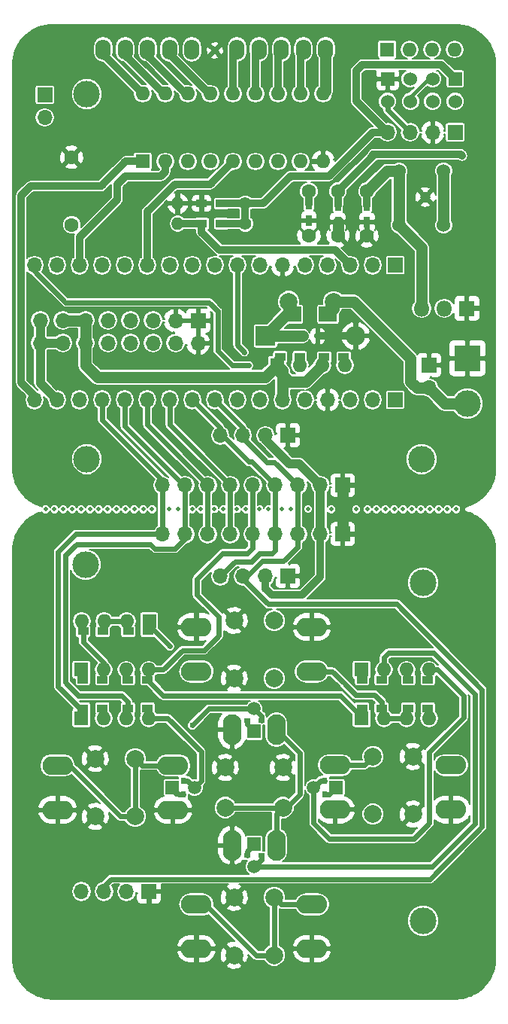
<source format=gtl>
G04 #@! TF.FileFunction,Copper,L1,Top,Signal*
%FSLAX45Y45*%
G04 Gerber Fmt 4.5, Leading zero omitted, Abs format (unit mm)*
G04 Created by KiCad (PCBNEW 4.0.7-e2-6376~58~ubuntu16.04.1) date Tue Oct 17 13:16:54 2017*
%MOMM*%
%LPD*%
G01*
G04 APERTURE LIST*
%ADD10C,0.020000*%
%ADD11R,1.500000X1.500000*%
%ADD12C,1.500000*%
%ADD13C,3.000000*%
%ADD14R,1.700000X1.700000*%
%ADD15O,1.700000X1.700000*%
%ADD16O,3.433200X2.114400*%
%ADD17R,0.800000X0.600000*%
%ADD18R,0.600000X0.800000*%
%ADD19O,2.114400X3.433200*%
%ADD20R,1.600000X1.600000*%
%ADD21O,1.600000X1.600000*%
%ADD22R,1.200000X0.900000*%
%ADD23R,3.000000X3.000000*%
%ADD24R,2.200000X2.200000*%
%ADD25O,2.200000X2.200000*%
%ADD26R,2.000000X1.700000*%
%ADD27C,2.000000*%
%ADD28R,0.750000X1.200000*%
%ADD29C,1.600000*%
%ADD30C,1.400000*%
%ADD31O,1.400000X1.400000*%
%ADD32C,1.600200*%
%ADD33O,1.724000X2.310000*%
%ADD34R,1.524000X1.524000*%
%ADD35C,1.524000*%
%ADD36R,1.800000X1.800000*%
%ADD37O,1.800000X1.800000*%
%ADD38C,0.800000*%
%ADD39C,1.200000*%
%ADD40C,0.500000*%
%ADD41C,0.600000*%
%ADD42C,1.270000*%
%ADD43C,0.609600*%
%ADD44C,0.812800*%
%ADD45C,0.406400*%
%ADD46C,1.016000*%
%ADD47C,0.150000*%
G04 APERTURE END LIST*
D10*
D11*
X13425600Y-12099544D03*
D12*
X13171600Y-12099544D03*
D11*
X12500000Y-11468100D03*
D12*
X12500000Y-11214100D03*
D11*
X11574400Y-12099544D03*
D12*
X11828400Y-12099544D03*
D11*
X12500000Y-12735560D03*
D12*
X12500000Y-12989560D03*
D13*
X14403100Y-13600000D03*
D14*
X11316716Y-13267980D03*
D15*
X11062716Y-13267980D03*
X10808716Y-13267980D03*
X10554716Y-13267980D03*
D16*
X11850356Y-13412660D03*
X11850356Y-13912660D03*
X13150356Y-13912660D03*
X13150356Y-13412660D03*
D17*
X12579848Y-12865100D03*
X12419848Y-12865100D03*
D18*
X13298600Y-12019544D03*
X13298600Y-12179544D03*
X11701780Y-12019544D03*
X11701780Y-12179544D03*
D16*
X10285716Y-11850814D03*
X10285716Y-12350814D03*
X11585716Y-12350814D03*
X11585716Y-11850814D03*
D19*
X12750000Y-11449544D03*
X12250000Y-11449544D03*
X12250000Y-12749544D03*
X12750000Y-12749544D03*
D17*
X12580864Y-11342624D03*
X12420864Y-11342624D03*
D20*
X10552176Y-11320272D03*
D21*
X10806176Y-11320272D03*
X11060176Y-11320272D03*
X11314176Y-11320272D03*
D22*
X11077684Y-11208512D03*
X11297684Y-11208512D03*
X10569176Y-11208512D03*
X10789176Y-11208512D03*
X10569176Y-10886948D03*
X10789176Y-10886948D03*
X11077684Y-10886948D03*
X11297684Y-10886948D03*
D20*
X10552176Y-10774680D03*
D21*
X10806176Y-10774680D03*
X11060176Y-10774680D03*
X11314176Y-10774680D03*
D16*
X13414996Y-11848020D03*
X13414996Y-12348020D03*
X14714996Y-12348020D03*
X14714996Y-11848020D03*
D22*
X14455920Y-11209020D03*
X14235920Y-11209020D03*
X13936236Y-11208512D03*
X13716236Y-11208512D03*
D20*
X13711428Y-11320272D03*
D21*
X13965428Y-11320272D03*
X14219428Y-11320272D03*
X14473428Y-11320272D03*
D22*
X14235920Y-10886948D03*
X14455920Y-10886948D03*
X13716236Y-10886948D03*
X13936236Y-10886948D03*
D20*
X13711428Y-10774680D03*
D21*
X13965428Y-10774680D03*
X14219428Y-10774680D03*
X14473428Y-10774680D03*
D16*
X13150356Y-10794556D03*
X13150356Y-10294556D03*
X11850356Y-10294556D03*
X11850356Y-10794556D03*
D22*
X10573748Y-10340848D03*
X10793748Y-10340848D03*
X11083272Y-10341356D03*
X11303272Y-10341356D03*
D20*
X11318748Y-10229088D03*
D21*
X11064748Y-10229088D03*
X10810748Y-10229088D03*
X10556748Y-10229088D03*
D13*
X10599660Y-9592310D03*
X14402540Y-9795764D03*
D14*
X12881000Y-9723120D03*
D15*
X12627000Y-9723120D03*
X12373000Y-9723120D03*
X12119000Y-9723120D03*
D14*
X13500000Y-9250000D03*
D15*
X13246000Y-9250000D03*
X12992000Y-9250000D03*
X12738000Y-9250000D03*
X12484000Y-9250000D03*
X12230000Y-9250000D03*
X11976000Y-9250000D03*
X11722000Y-9250000D03*
X11468000Y-9250000D03*
D14*
X13500000Y-8700000D03*
D15*
X13246000Y-8700000D03*
X12992000Y-8700000D03*
X12738000Y-8700000D03*
X12484000Y-8700000D03*
X12230000Y-8700000D03*
X11976000Y-8700000D03*
X11722000Y-8700000D03*
X11468000Y-8700000D03*
D13*
X14385798Y-8405622D03*
D14*
X12881000Y-8139176D03*
D15*
X12627000Y-8139176D03*
X12373000Y-8139176D03*
X12119000Y-8139176D03*
D13*
X10614660Y-8404860D03*
D23*
X14903196Y-7273290D03*
D13*
X14903196Y-7781290D03*
D14*
X14470380Y-7349490D03*
D15*
X14470380Y-7603490D03*
D14*
X14089380Y-7739380D03*
D15*
X13835380Y-7739380D03*
X13581380Y-7739380D03*
X13327380Y-7739380D03*
X13073380Y-7739380D03*
X12819380Y-7739380D03*
X12565380Y-7739380D03*
X12311380Y-7739380D03*
X12057380Y-7739380D03*
X11803380Y-7739380D03*
X11549380Y-7739380D03*
X11295380Y-7739380D03*
X11041380Y-7739380D03*
X10787380Y-7739380D03*
X10533380Y-7739380D03*
X10279380Y-7739380D03*
X10025380Y-7739380D03*
D14*
X11869420Y-6847840D03*
D15*
X11869420Y-7101840D03*
X11615420Y-6847840D03*
X11615420Y-7101840D03*
X11361420Y-6847840D03*
X11361420Y-7101840D03*
X11107420Y-6847840D03*
X11107420Y-7101840D03*
X10853420Y-6847840D03*
X10853420Y-7101840D03*
X10599420Y-6847840D03*
X10599420Y-7101840D03*
X10345420Y-6847840D03*
X10345420Y-7101840D03*
X10091420Y-6847840D03*
X10091420Y-7101840D03*
D22*
X12792946Y-7257796D03*
X13012946Y-7257796D03*
X13289516Y-7259828D03*
X13509516Y-7259828D03*
D20*
X12758928Y-7350252D03*
D21*
X13012928Y-7350252D03*
X13266928Y-7350252D03*
X13520928Y-7350252D03*
D18*
X13047308Y-7022592D03*
X13217308Y-7022592D03*
D24*
X12629388Y-7022592D03*
D25*
X13645388Y-7022592D03*
D26*
X13331800Y-6778244D03*
X12931800Y-6778244D03*
D27*
X13397484Y-6636004D03*
X12889484Y-6635004D03*
D14*
X14089380Y-6225032D03*
D15*
X13835380Y-6225032D03*
X13581380Y-6225032D03*
X13327380Y-6225032D03*
X13073380Y-6225032D03*
X12819380Y-6225032D03*
X12565380Y-6225032D03*
X12311380Y-6225032D03*
X12057380Y-6225032D03*
X11803380Y-6225032D03*
X11549380Y-6225032D03*
X11295380Y-6225032D03*
X11041380Y-6225032D03*
X10787380Y-6225032D03*
X10533380Y-6225032D03*
X10279380Y-6225032D03*
X10025380Y-6225032D03*
D28*
X13444220Y-5551420D03*
X13444220Y-5741420D03*
X13771880Y-5741420D03*
X13771880Y-5551420D03*
D29*
X13771880Y-5895340D03*
X13771880Y-5395340D03*
X13444220Y-5394960D03*
X13444220Y-5894960D03*
D30*
X12400660Y-5758180D03*
D31*
X11638660Y-5758180D03*
D22*
X12129660Y-5758180D03*
X11909660Y-5758180D03*
D30*
X12400660Y-5532120D03*
D31*
X11638660Y-5532120D03*
D22*
X12129660Y-5532120D03*
X11909660Y-5532120D03*
D29*
X13116560Y-5895340D03*
X13116560Y-5395340D03*
D28*
X13116560Y-5726180D03*
X13116560Y-5536180D03*
D13*
X10614660Y-4300000D03*
D32*
X10444480Y-5772404D03*
X10444480Y-5012436D03*
D20*
X11244580Y-5059680D03*
D21*
X13276580Y-4297680D03*
X11498580Y-5059680D03*
X13022580Y-4297680D03*
X11752580Y-5059680D03*
X12768580Y-4297680D03*
X12006580Y-5059680D03*
X12514580Y-4297680D03*
X12260580Y-5059680D03*
X12260580Y-4297680D03*
X12514580Y-5059680D03*
X12006580Y-4297680D03*
X12768580Y-5059680D03*
X11752580Y-4297680D03*
X13022580Y-5059680D03*
X11498580Y-4297680D03*
X13276580Y-5059680D03*
X11244580Y-4297680D03*
D14*
X10142220Y-4310380D03*
D15*
X10142220Y-4564380D03*
D33*
X11297920Y-3799840D03*
X11547920Y-3799840D03*
X11797920Y-3799840D03*
X10797920Y-3799840D03*
X11047920Y-3799840D03*
X12806680Y-3799840D03*
X13056680Y-3799840D03*
X13306680Y-3799840D03*
X12306680Y-3799840D03*
X12556680Y-3799840D03*
D14*
X14765528Y-4732020D03*
D15*
X14511528Y-4732020D03*
X14257528Y-4732020D03*
X14003528Y-4732020D03*
D20*
X13997940Y-3799840D03*
D21*
X14251940Y-3799840D03*
X14505940Y-3799840D03*
X14759940Y-3799840D03*
D34*
X14003020Y-4130040D03*
D35*
X14257020Y-4130040D03*
X14511020Y-4130040D03*
D34*
X14765020Y-4130040D03*
D35*
X14765020Y-4384040D03*
X14511020Y-4384040D03*
X14262100Y-4384040D03*
X14003020Y-4384040D03*
D36*
X14897608Y-6711188D03*
D37*
X14643608Y-6711188D03*
X14389608Y-6711188D03*
D38*
X12057888Y-3811524D03*
D39*
X14428216Y-5459476D03*
D40*
X14778154Y-8969756D03*
X14678154Y-8969756D03*
X14578154Y-8969756D03*
X14478154Y-8969756D03*
X14378154Y-8969756D03*
X14278154Y-8969756D03*
X14178154Y-8969756D03*
X14078154Y-8969756D03*
X13978154Y-8969756D03*
X13878154Y-8969756D03*
X13778154Y-8969756D03*
X11350000Y-8969756D03*
X11250000Y-8969756D03*
X13648944Y-8970264D03*
X13369798Y-8970264D03*
X12916154Y-8969756D03*
X12662154Y-8969756D03*
X12408154Y-8969756D03*
X12154154Y-8969756D03*
X11900154Y-8969756D03*
X13106908Y-8967978D03*
X12815316Y-8967216D03*
X12560808Y-8970264D03*
X12307824Y-8969502D03*
X12052808Y-8969248D03*
X11800840Y-8969756D03*
X11545062Y-8969502D03*
X11646154Y-8969756D03*
X11150000Y-8969756D03*
X11050000Y-8969756D03*
X10950000Y-8969756D03*
X10850000Y-8969756D03*
X10750000Y-8969756D03*
X10650000Y-8969756D03*
X10550000Y-8969756D03*
X10450000Y-8969756D03*
X10350000Y-8969756D03*
X10250000Y-8969756D03*
X10150094Y-8969756D03*
D27*
X12725000Y-10871080D03*
X12275000Y-10871080D03*
X12725000Y-10221080D03*
X12275000Y-10221080D03*
X13839600Y-11749540D03*
X14289600Y-11749540D03*
X13839600Y-12399540D03*
X14289600Y-12399540D03*
X12725000Y-13985120D03*
X12275000Y-13985120D03*
X12725000Y-13335120D03*
X12275000Y-13335120D03*
X11160400Y-12424544D03*
X10710400Y-12424544D03*
X11160400Y-11774544D03*
X10710400Y-11774544D03*
X12175000Y-12324544D03*
X12175000Y-11874544D03*
X12825000Y-12324544D03*
X12825000Y-11874544D03*
D35*
X14635480Y-5773140D03*
X14132560Y-5773140D03*
X14132560Y-5168620D03*
X14635480Y-5168620D03*
D41*
X11801856Y-11399520D03*
X12438888Y-7353808D03*
X11550396Y-10511028D03*
X12390120Y-7202424D03*
X14843760Y-4994910D03*
X13838682Y-4981702D03*
D42*
X13500000Y-8700000D02*
X13500000Y-9250000D01*
D43*
X13771880Y-5895340D02*
X13771880Y-5741420D01*
D42*
X13444220Y-5894960D02*
X13444220Y-5741420D01*
D44*
X13645388Y-7022592D02*
X13217308Y-7022592D01*
D45*
X14289600Y-11749540D02*
X14291810Y-11749540D01*
X14289600Y-11749540D02*
X14289600Y-11766482D01*
D43*
X12250000Y-11534482D02*
X12250000Y-11449544D01*
D42*
X13397484Y-6636004D02*
X13623544Y-6636004D01*
X13623544Y-6636004D02*
X14263370Y-7275830D01*
X14263370Y-7275830D02*
X14263370Y-7534910D01*
X14470380Y-7603490D02*
X14331950Y-7603490D01*
X14331950Y-7603490D02*
X14263370Y-7534910D01*
X14903196Y-7781290D02*
X14648180Y-7781290D01*
X14648180Y-7781290D02*
X14470380Y-7603490D01*
X13397484Y-6636004D02*
X13397484Y-6712560D01*
X13397484Y-6712560D02*
X13331800Y-6778244D01*
D44*
X13397484Y-6712560D02*
X13331800Y-6778244D01*
X13022580Y-3833940D02*
X13056680Y-3799840D01*
X13022580Y-4297680D02*
X13022580Y-3833940D01*
X11295380Y-6225032D02*
X11295380Y-5625084D01*
X12006072Y-5314188D02*
X12260580Y-5059680D01*
X11606276Y-5314188D02*
X12006072Y-5314188D01*
X11295380Y-5625084D02*
X11606276Y-5314188D01*
X12768580Y-3837940D02*
X12806680Y-3799840D01*
X12768580Y-4297680D02*
X12768580Y-3837940D01*
X12514580Y-4297680D02*
X12514580Y-3841940D01*
X12514580Y-3841940D02*
X12556680Y-3799840D01*
X12260580Y-4297680D02*
X12260580Y-3845940D01*
X12260580Y-3845940D02*
X12306680Y-3799840D01*
X12260580Y-3845940D02*
X12306680Y-3799840D01*
X12006580Y-4297680D02*
X11992356Y-4297680D01*
X11992356Y-4297680D02*
X11547920Y-3853244D01*
X11547920Y-3853244D02*
X11547920Y-3799840D01*
X11297920Y-3867404D02*
X11297920Y-3799840D01*
X11728196Y-4297680D02*
X11297920Y-3867404D01*
X11752580Y-4297680D02*
X11728196Y-4297680D01*
X11479276Y-4297680D02*
X11047920Y-3866324D01*
X11047920Y-3866324D02*
X11047920Y-3799840D01*
X11498580Y-4297680D02*
X11479276Y-4297680D01*
X10797920Y-3799840D02*
X10797920Y-3851020D01*
X10797920Y-3851020D02*
X11244580Y-4297680D01*
X10533380Y-6225032D02*
X10533380Y-5912358D01*
X11052810Y-5223510D02*
X11273536Y-5223510D01*
X10959084Y-5317236D02*
X11052810Y-5223510D01*
X10959084Y-5486654D02*
X10959084Y-5317236D01*
X10533380Y-5912358D02*
X10959084Y-5486654D01*
X11498580Y-5173980D02*
X11498580Y-5059680D01*
X11449050Y-5223510D02*
X11498580Y-5173980D01*
X11273536Y-5223510D02*
X11449050Y-5223510D01*
D43*
X13298600Y-12179544D02*
X13345600Y-12179544D01*
X13345600Y-12179544D02*
X13425600Y-12099544D01*
X12419848Y-12865100D02*
X12419848Y-12815712D01*
X12419848Y-12815712D02*
X12500000Y-12735560D01*
X11701780Y-12179544D02*
X11654400Y-12179544D01*
X11654400Y-12179544D02*
X11574400Y-12099544D01*
X12420864Y-11342624D02*
X12420864Y-11388964D01*
X12420864Y-11388964D02*
X12500000Y-11468100D01*
D45*
X11574400Y-12132184D02*
X11621760Y-12179544D01*
X11621760Y-12179544D02*
X11701400Y-12179544D01*
D43*
X10806176Y-11320272D02*
X10806176Y-11225512D01*
X10806176Y-11225512D02*
X10789176Y-11208512D01*
X12500000Y-11214100D02*
X11987276Y-11214100D01*
X11987276Y-11214100D02*
X11801856Y-11399520D01*
X12580864Y-11342624D02*
X12580864Y-11294964D01*
X12580864Y-11294964D02*
X12500000Y-11214100D01*
X13150356Y-10794556D02*
X13379260Y-10794556D01*
X13510768Y-10926064D02*
X13512800Y-10926064D01*
X13379260Y-10794556D02*
X13510768Y-10926064D01*
X11850356Y-10794556D02*
X11934634Y-10794556D01*
X13512800Y-10926064D02*
X13642848Y-11056112D01*
X13642848Y-11056112D02*
X13855700Y-11056112D01*
X13936236Y-11136648D02*
X13855700Y-11056112D01*
X13936236Y-11208512D02*
X13936236Y-11136648D01*
X13965428Y-11320272D02*
X13965428Y-11237704D01*
X13965428Y-11237704D02*
X13936236Y-11208512D01*
X14235920Y-11209020D02*
X14235920Y-11303780D01*
X14235920Y-11303780D02*
X14219428Y-11320272D01*
X13965428Y-11237704D02*
X13936236Y-11208512D01*
X14219428Y-11320272D02*
X13965428Y-11320272D01*
X11314176Y-10774680D02*
X11476736Y-10774680D01*
X11857736Y-9935464D02*
X11857736Y-9756394D01*
X12103608Y-10181336D02*
X11857736Y-9935464D01*
X12103608Y-10388092D02*
X12103608Y-10181336D01*
X11935968Y-10555732D02*
X12103608Y-10388092D01*
X11695684Y-10555732D02*
X11935968Y-10555732D01*
X11476736Y-10774680D02*
X11695684Y-10555732D01*
X13472668Y-11064240D02*
X11474976Y-11064240D01*
X11474976Y-11064240D02*
X11297684Y-10886948D01*
X12484000Y-9404450D02*
X12484000Y-9250000D01*
X12420600Y-9467850D02*
X12484000Y-9404450D01*
X12146280Y-9467850D02*
X12420600Y-9467850D01*
X11857736Y-9756394D02*
X12146280Y-9467850D01*
X13711428Y-11320272D02*
X13711428Y-11213320D01*
X13711428Y-11213320D02*
X13716236Y-11208512D01*
X13711428Y-11320272D02*
X13711428Y-11303000D01*
X13711428Y-11303000D02*
X13472668Y-11064240D01*
X11986260Y-6644132D02*
X11989562Y-6644132D01*
X12257278Y-7353808D02*
X12438888Y-7353808D01*
X12089130Y-7185660D02*
X12257278Y-7353808D01*
X12089130Y-6743700D02*
X12089130Y-7185660D01*
X11989562Y-6644132D02*
X12089130Y-6743700D01*
X10025380Y-6225032D02*
X10025380Y-6292596D01*
X10025380Y-6292596D02*
X10376916Y-6644132D01*
X10376916Y-6644132D02*
X11986260Y-6644132D01*
X12484000Y-8700000D02*
X12484000Y-9250000D01*
D45*
X11314176Y-10774680D02*
X11314176Y-10870456D01*
X11314176Y-10870456D02*
X11297684Y-10886948D01*
D43*
X13414996Y-11848020D02*
X13741120Y-11848020D01*
X13741120Y-11848020D02*
X13839600Y-11749540D01*
X11303272Y-10341356D02*
X11303272Y-10244564D01*
X11303272Y-10244564D02*
X11318748Y-10229088D01*
X11550396Y-10511028D02*
X11318748Y-10279380D01*
X11318748Y-10279380D02*
X11318748Y-10229088D01*
X14455920Y-11302764D02*
X14455920Y-11209020D01*
D45*
X11303272Y-10244564D02*
X11318748Y-10229088D01*
D43*
X11850356Y-13412660D02*
X11951398Y-13412660D01*
X11951398Y-13412660D02*
X12523858Y-13985120D01*
X12523858Y-13985120D02*
X12725000Y-13985120D01*
X13150356Y-13412660D02*
X12802540Y-13412660D01*
X12802540Y-13412660D02*
X12725000Y-13335120D01*
X12725000Y-13335120D02*
X12725000Y-13985120D01*
X10793748Y-10340848D02*
X10793748Y-10246088D01*
X10793748Y-10246088D02*
X10810748Y-10229088D01*
X11083272Y-10341356D02*
X11083272Y-10247612D01*
X11083272Y-10247612D02*
X11064748Y-10229088D01*
X11064748Y-10229088D02*
X10810748Y-10229088D01*
D45*
X10793748Y-10246088D02*
X10810748Y-10229088D01*
X11064748Y-10229088D02*
X11083272Y-10247612D01*
D43*
X12750000Y-12749544D02*
X12750000Y-12399544D01*
X12750000Y-12399544D02*
X12825000Y-12324544D01*
X12825000Y-12324544D02*
X12175000Y-12324544D01*
X12825000Y-12324544D02*
X12863366Y-12324544D01*
X12863366Y-12324544D02*
X13014452Y-12173458D01*
X13014452Y-12173458D02*
X13014452Y-11713996D01*
X13014452Y-11713996D02*
X12750000Y-11449544D01*
X12750000Y-11449544D02*
X12750000Y-11538750D01*
X10789176Y-10886948D02*
X10789176Y-10791680D01*
X10789176Y-10791680D02*
X10806176Y-10774680D01*
X10573748Y-10340848D02*
X10573748Y-10246088D01*
X10573748Y-10246088D02*
X10556748Y-10229088D01*
X10806176Y-10774680D02*
X10806176Y-10694416D01*
X10806176Y-10694416D02*
X10573748Y-10461988D01*
X10573748Y-10461988D02*
X10573748Y-10340848D01*
D45*
X10806176Y-10774680D02*
X10806176Y-10869948D01*
X10556748Y-10323848D02*
X10573748Y-10340848D01*
D43*
X10285716Y-11850814D02*
X10420286Y-11850814D01*
X10420286Y-11850814D02*
X10994016Y-12424544D01*
X10994016Y-12424544D02*
X11160400Y-12424544D01*
X11585716Y-11850814D02*
X11236670Y-11850814D01*
X11236670Y-11850814D02*
X11160400Y-11774544D01*
X11160400Y-11774544D02*
X11160400Y-12424544D01*
X10552176Y-10774680D02*
X10552176Y-10869948D01*
X10552176Y-10869948D02*
X10569176Y-10886948D01*
D45*
X10552176Y-10869948D02*
X10569176Y-10886948D01*
D43*
X10552176Y-11320272D02*
X10552176Y-11222736D01*
X10552176Y-11222736D02*
X10292908Y-10963468D01*
X10492404Y-9250000D02*
X11468000Y-9250000D01*
X10292908Y-9449496D02*
X10492404Y-9250000D01*
X10292908Y-10963468D02*
X10292908Y-9449496D01*
X11468000Y-8700000D02*
X11468000Y-8644790D01*
X11468000Y-8644790D02*
X10787380Y-7964170D01*
X10787380Y-7964170D02*
X10787380Y-7739380D01*
D45*
X10552176Y-11320272D02*
X10552176Y-11225512D01*
X10552176Y-11225512D02*
X10569176Y-11208512D01*
D43*
X11468000Y-8700000D02*
X11468000Y-9250000D01*
D44*
X12702286Y-9936226D02*
X12627000Y-9860940D01*
X13042900Y-9936226D02*
X12702286Y-9936226D01*
X11060176Y-10774680D02*
X11060176Y-10869440D01*
X11060176Y-10869440D02*
X11077684Y-10886948D01*
X11070649Y-10774680D02*
X11060176Y-10774680D01*
X13246000Y-9250000D02*
X13246000Y-9733126D01*
X12627000Y-9860940D02*
X12627000Y-9723120D01*
X13246000Y-9733126D02*
X13042900Y-9936226D01*
D42*
X12758928Y-7350252D02*
X12758928Y-7400544D01*
X12758928Y-7400544D02*
X12894310Y-7535926D01*
X13081254Y-7535926D02*
X13266928Y-7350252D01*
X12894310Y-7535926D02*
X13081254Y-7535926D01*
X10599420Y-7349810D02*
X10736260Y-7486650D01*
X12622530Y-7486650D02*
X12758928Y-7350252D01*
X10736260Y-7486650D02*
X12622530Y-7486650D01*
X12819380Y-7739380D02*
X12819380Y-7410704D01*
X12819380Y-7410704D02*
X12758928Y-7350252D01*
X10345420Y-6847840D02*
X10599420Y-6847840D01*
X10599420Y-6847840D02*
X10599420Y-7101840D01*
X10599420Y-7101840D02*
X10599420Y-7349810D01*
D46*
X13246000Y-8700000D02*
X13246000Y-9250000D01*
X12627000Y-8139176D02*
X12627000Y-8185048D01*
X12627000Y-8185048D02*
X12899136Y-8457184D01*
X13003184Y-8457184D02*
X13246000Y-8700000D01*
X12899136Y-8457184D02*
X13003184Y-8457184D01*
D44*
X13266928Y-7350252D02*
X13266928Y-7282416D01*
X13266928Y-7282416D02*
X13289516Y-7259828D01*
X12758928Y-7350252D02*
X12758928Y-7291814D01*
X12758928Y-7291814D02*
X12792946Y-7257796D01*
D43*
X11085017Y-10774680D02*
X11060176Y-10774680D01*
D45*
X12627000Y-9723120D02*
X12627000Y-9793884D01*
X11060176Y-10869440D02*
X11077684Y-10886948D01*
X11060176Y-10774680D02*
X11081512Y-10774680D01*
D44*
X10599420Y-7101840D02*
X10599420Y-7349810D01*
X10599420Y-6847840D02*
X10599420Y-7101840D01*
D43*
X11722000Y-9250000D02*
X11722000Y-9300056D01*
X11722000Y-9300056D02*
X11609324Y-9412732D01*
X11077684Y-11136358D02*
X11077684Y-11208512D01*
X11005566Y-11064240D02*
X11077684Y-11136358D01*
X10519410Y-11064240D02*
X11005566Y-11064240D01*
X10373868Y-10918698D02*
X10519410Y-11064240D01*
X10373868Y-9487154D02*
X10373868Y-10918698D01*
X10498582Y-9362440D02*
X10373868Y-9487154D01*
X11333988Y-9362440D02*
X10498582Y-9362440D01*
X11384280Y-9412732D02*
X11333988Y-9362440D01*
X11609324Y-9412732D02*
X11384280Y-9412732D01*
X11060176Y-11320272D02*
X11060176Y-11226020D01*
X11060176Y-11226020D02*
X11077684Y-11208512D01*
X11722000Y-8700000D02*
X11706344Y-8700000D01*
X11706344Y-8700000D02*
X11041380Y-8035036D01*
X11041380Y-8035036D02*
X11041380Y-7739380D01*
X11722000Y-8700000D02*
X11722000Y-9250000D01*
X11041380Y-7739380D02*
X11041380Y-7749380D01*
D45*
X13711428Y-10774680D02*
X13711428Y-10882140D01*
X13711428Y-10882140D02*
X13716236Y-10886948D01*
D43*
X11295380Y-7739380D02*
X11295380Y-8019380D01*
X11295380Y-8019380D02*
X11976000Y-8700000D01*
X11976000Y-8700000D02*
X11976000Y-9250000D01*
X11295380Y-7739380D02*
X11295380Y-7749380D01*
X14235920Y-10886948D02*
X14235920Y-10791172D01*
X14235920Y-10791172D02*
X14219428Y-10774680D01*
D45*
X14219428Y-10870456D02*
X14235920Y-10886948D01*
D43*
X11549380Y-7739380D02*
X11549380Y-8019380D01*
X11549380Y-8019380D02*
X12230000Y-8700000D01*
X12230000Y-8700000D02*
X12230000Y-9250000D01*
D44*
X12129660Y-5758180D02*
X12400660Y-5758180D01*
X12400660Y-5532120D02*
X12129660Y-5532120D01*
X12400660Y-5758180D02*
X12400660Y-5532120D01*
X14003528Y-4732020D02*
X14002004Y-4732020D01*
X14002004Y-4732020D02*
X13648944Y-4378960D01*
X13648944Y-4378960D02*
X13648944Y-4042156D01*
X12400660Y-5532120D02*
X12603480Y-5532120D01*
X13342112Y-5222748D02*
X13832840Y-4732020D01*
X12912852Y-5222748D02*
X13342112Y-5222748D01*
X12603480Y-5532120D02*
X12912852Y-5222748D01*
X14003528Y-4732020D02*
X13832840Y-4732020D01*
X14605000Y-3970020D02*
X14765020Y-4130040D01*
X13721080Y-3970020D02*
X14605000Y-3970020D01*
X13648944Y-4042156D02*
X13721080Y-3970020D01*
X11909660Y-5758180D02*
X11909660Y-5856332D01*
X13414248Y-6057900D02*
X13581380Y-6225032D01*
X12111228Y-6057900D02*
X13414248Y-6057900D01*
X11909660Y-5856332D02*
X12111228Y-6057900D01*
X11638660Y-5758180D02*
X11909660Y-5758180D01*
D43*
X10808716Y-13267980D02*
X10808716Y-13210286D01*
X10808716Y-13210286D02*
X10889742Y-13129260D01*
X10889742Y-13129260D02*
X10934700Y-13129260D01*
X10934700Y-13129260D02*
X14481556Y-13129260D01*
X14481556Y-13129260D02*
X14512544Y-13098272D01*
X14512544Y-13098272D02*
X14512544Y-13097764D01*
X12373000Y-9723120D02*
X12373000Y-9752228D01*
X12373000Y-9752228D02*
X12656820Y-10036048D01*
X15068042Y-12542266D02*
X14512544Y-13097764D01*
X15068042Y-10997184D02*
X15068042Y-12542266D01*
X14106906Y-10036048D02*
X15068042Y-10997184D01*
X12656820Y-10036048D02*
X14106906Y-10036048D01*
X12373000Y-9723120D02*
X12420600Y-9723120D01*
X12420600Y-9723120D02*
X12588240Y-9555480D01*
X12588240Y-9555480D02*
X12832080Y-9555480D01*
X12832080Y-9555480D02*
X12992000Y-9395560D01*
X12992000Y-9395560D02*
X12992000Y-9250000D01*
X12311380Y-6225032D02*
X12311380Y-7125208D01*
X12388596Y-7202424D02*
X12390120Y-7202424D01*
X12311380Y-7125208D02*
X12388596Y-7202424D01*
D44*
X13012928Y-7350252D02*
X13012928Y-7257814D01*
X13012928Y-7257814D02*
X13012946Y-7257796D01*
D45*
X13012946Y-7257796D02*
X13012946Y-7255274D01*
X13012928Y-7257814D02*
X13012946Y-7257796D01*
X13012928Y-7350252D02*
X13012928Y-7335520D01*
D43*
X12373000Y-8166760D02*
X12645136Y-8438896D01*
X12730896Y-8438896D02*
X12992000Y-8700000D01*
X12645136Y-8438896D02*
X12730896Y-8438896D01*
X12373000Y-8139176D02*
X12373000Y-8055000D01*
X12373000Y-8055000D02*
X12057380Y-7739380D01*
X12373000Y-8139176D02*
X12373000Y-8166760D01*
X12992000Y-8700000D02*
X12992000Y-9250000D01*
X12119000Y-9723120D02*
X12119000Y-9760610D01*
X12738000Y-9250000D02*
X12738000Y-9431440D01*
X12282830Y-9559290D02*
X12119000Y-9723120D01*
X12469935Y-9559290D02*
X12282830Y-9559290D01*
X12561375Y-9467850D02*
X12469935Y-9559290D01*
X12701590Y-9467850D02*
X12561375Y-9467850D01*
X12738000Y-9431440D02*
X12701590Y-9467850D01*
X12738000Y-9250000D02*
X12722016Y-9250000D01*
D44*
X13520928Y-7350252D02*
X13520928Y-7271240D01*
X13520928Y-7271240D02*
X13509516Y-7259828D01*
D43*
X12119000Y-8139176D02*
X12142216Y-8139176D01*
X12142216Y-8139176D02*
X12439904Y-8436864D01*
X12474864Y-8436864D02*
X12738000Y-8700000D01*
X12439904Y-8436864D02*
X12474864Y-8436864D01*
X12738000Y-8700000D02*
X12738000Y-9250000D01*
X12119000Y-8139176D02*
X12119000Y-8055000D01*
X12119000Y-8055000D02*
X11803380Y-7739380D01*
X12119000Y-8139176D02*
X12145772Y-8139176D01*
D44*
X11244580Y-5059680D02*
X11054080Y-5059680D01*
X10775696Y-5338064D02*
X9981946Y-5338064D01*
X11054080Y-5059680D02*
X10775696Y-5338064D01*
X10025380Y-7739380D02*
X10025380Y-7693660D01*
X10025380Y-7693660D02*
X9875520Y-7543800D01*
X9875520Y-5444490D02*
X9981946Y-5338064D01*
X9875520Y-7543800D02*
X9875520Y-5444490D01*
D46*
X10345420Y-7101840D02*
X10091420Y-7101840D01*
X10279380Y-7739380D02*
X10091420Y-7551420D01*
X10091420Y-7551420D02*
X10091420Y-7101840D01*
X10091420Y-7101840D02*
X10091420Y-6847840D01*
D43*
X10091420Y-7101840D02*
X10091420Y-6847840D01*
X10091420Y-7101840D02*
X10091420Y-7551420D01*
D44*
X13116560Y-5536180D02*
X13116560Y-5395340D01*
D42*
X14389608Y-6711188D02*
X14389608Y-6030188D01*
X14389608Y-6030188D02*
X14132560Y-5773140D01*
X14132560Y-5168620D02*
X13998600Y-5168620D01*
X13998600Y-5168620D02*
X13771880Y-5395340D01*
X14132560Y-5773140D02*
X14132560Y-5168620D01*
X13306680Y-4267580D02*
X13276580Y-4297680D01*
X13306680Y-3799840D02*
X13306680Y-4267580D01*
D44*
X13276580Y-3829940D02*
X13306680Y-3799840D01*
D42*
X14389608Y-6711188D02*
X14389608Y-6668262D01*
D44*
X13771880Y-5551420D02*
X13771880Y-5395340D01*
D42*
X14132560Y-5773140D02*
X14132560Y-5756020D01*
D43*
X14003020Y-4384040D02*
X14003020Y-4477512D01*
X14003020Y-4477512D02*
X14257528Y-4732020D01*
D42*
X14635480Y-5773140D02*
X14635480Y-5168620D01*
X12931800Y-6778244D02*
X12873736Y-6778244D01*
X12873736Y-6778244D02*
X12629388Y-7022592D01*
X13047308Y-7022592D02*
X12629388Y-7022592D01*
D44*
X12889484Y-6635004D02*
X12889484Y-6735928D01*
X12889484Y-6735928D02*
X12931800Y-6778244D01*
X12889484Y-6735928D02*
X12931800Y-6778244D01*
D45*
X14262100Y-4384040D02*
X14262100Y-4332224D01*
X14262100Y-4332224D02*
X14464284Y-4130040D01*
X14464284Y-4130040D02*
X14511020Y-4130040D01*
D44*
X14325600Y-4976368D02*
X14825218Y-4976368D01*
X14825218Y-4976368D02*
X14843760Y-4994910D01*
X13838682Y-4981702D02*
X13838682Y-5000498D01*
X13838682Y-5000498D02*
X13444220Y-5394960D01*
X13844016Y-4976368D02*
X13838682Y-4981702D01*
X14325600Y-4976368D02*
X13844016Y-4976368D01*
D43*
X13838682Y-4981702D02*
X13444220Y-5376164D01*
X13444220Y-5376164D02*
X13444220Y-5394960D01*
D44*
X13444220Y-5394960D02*
X13444220Y-5407660D01*
X13444220Y-5394960D02*
X13444220Y-5551420D01*
D43*
X11314176Y-11320272D02*
X11527028Y-11320272D01*
X11902440Y-12025504D02*
X11828400Y-12099544D01*
X11902440Y-11695684D02*
X11902440Y-12025504D01*
X11527028Y-11320272D02*
X11902440Y-11695684D01*
X11701780Y-12019544D02*
X11748400Y-12019544D01*
X11748400Y-12019544D02*
X11828400Y-12099544D01*
D45*
X11314176Y-11320272D02*
X11314176Y-11225004D01*
X11314176Y-11225004D02*
X11297684Y-11208512D01*
X11314176Y-11225004D02*
X11297684Y-11208512D01*
D43*
X13965428Y-10774680D02*
X13965428Y-10632948D01*
X14503400Y-12989560D02*
X12500000Y-12989560D01*
X14987016Y-12505944D02*
X14503400Y-12989560D01*
X14987016Y-11047476D02*
X14987016Y-12505944D01*
X14523212Y-10583672D02*
X14987016Y-11047476D01*
X14014704Y-10583672D02*
X14523212Y-10583672D01*
X13965428Y-10632948D02*
X14014704Y-10583672D01*
X12579848Y-12865100D02*
X12579848Y-12909712D01*
X12579848Y-12909712D02*
X12500000Y-12989560D01*
D45*
X13965428Y-10774680D02*
X13965428Y-10857756D01*
X13965428Y-10857756D02*
X13936236Y-10886948D01*
D43*
X14473428Y-10774680D02*
X14563344Y-10774680D01*
X13171600Y-12501040D02*
X13171600Y-12099544D01*
X13344144Y-12673584D02*
X13171600Y-12501040D01*
X14299692Y-12673584D02*
X13344144Y-12673584D01*
X14472920Y-12500356D02*
X14299692Y-12673584D01*
X14472920Y-11701272D02*
X14472920Y-12500356D01*
X14858492Y-11315700D02*
X14472920Y-11701272D01*
X14858492Y-11069828D02*
X14858492Y-11315700D01*
X14563344Y-10774680D02*
X14858492Y-11069828D01*
X14473428Y-10774680D02*
X14473428Y-10869440D01*
X14473428Y-10869440D02*
X14455920Y-10886948D01*
X14473428Y-10869440D02*
X14455920Y-10886948D01*
X13298600Y-12019544D02*
X13251600Y-12019544D01*
X13251600Y-12019544D02*
X13171600Y-12099544D01*
D47*
G36*
X14793664Y-3524010D02*
X14816539Y-3525736D01*
X14839062Y-3528576D01*
X14861211Y-3532504D01*
X14882953Y-3537490D01*
X14904275Y-3543507D01*
X14925140Y-3550527D01*
X14945529Y-3558524D01*
X14965410Y-3567469D01*
X14984759Y-3577335D01*
X15003549Y-3588096D01*
X15021750Y-3599723D01*
X15039337Y-3612189D01*
X15056277Y-3625464D01*
X15072548Y-3639525D01*
X15088117Y-3654339D01*
X15102956Y-3669879D01*
X15117040Y-3686119D01*
X15130340Y-3703030D01*
X15142825Y-3720581D01*
X15154473Y-3738750D01*
X15165250Y-3757501D01*
X15175132Y-3776811D01*
X15184090Y-3796653D01*
X15192100Y-3817001D01*
X15199130Y-3837823D01*
X15205156Y-3859097D01*
X15210150Y-3880798D01*
X15214083Y-3902896D01*
X15216928Y-3925372D01*
X15218656Y-3948200D01*
X15219248Y-3971734D01*
X15219248Y-8507808D01*
X15218619Y-8532049D01*
X15216783Y-8555539D01*
X15213763Y-8578651D01*
X15209588Y-8601361D01*
X15204291Y-8623636D01*
X15197901Y-8645454D01*
X15190450Y-8666784D01*
X15181965Y-8687600D01*
X15172478Y-8707875D01*
X15162021Y-8727572D01*
X15150619Y-8746670D01*
X15138305Y-8765136D01*
X15125110Y-8782938D01*
X15111063Y-8800049D01*
X15096197Y-8816434D01*
X15080539Y-8832067D01*
X15064121Y-8846917D01*
X15046977Y-8860950D01*
X15029137Y-8874138D01*
X15010628Y-8886452D01*
X14991485Y-8897860D01*
X14971737Y-8908333D01*
X14951414Y-8917842D01*
X14930549Y-8926355D01*
X14909167Y-8933844D01*
X14886559Y-8940498D01*
X14883810Y-8941938D01*
X14880840Y-8942838D01*
X14878628Y-8944653D01*
X14876092Y-8945981D01*
X14874104Y-8948363D01*
X14871705Y-8950331D01*
X14870355Y-8952854D01*
X14868521Y-8955052D01*
X14867596Y-8958014D01*
X14866132Y-8960750D01*
X14865851Y-8963597D01*
X14864998Y-8966329D01*
X14865276Y-8969420D01*
X14864971Y-8972508D01*
X14865801Y-8975247D01*
X14866058Y-8978097D01*
X14867498Y-8980846D01*
X14868398Y-8983816D01*
X14870213Y-8986028D01*
X14871541Y-8988563D01*
X14873923Y-8990552D01*
X14875891Y-8992951D01*
X14878415Y-8994301D01*
X14880612Y-8996135D01*
X14883574Y-8997060D01*
X14886310Y-8998524D01*
X14908948Y-9005397D01*
X14930362Y-9013096D01*
X14951257Y-9021815D01*
X14971603Y-9031522D01*
X14991373Y-9042190D01*
X15010531Y-9053787D01*
X15029053Y-9066285D01*
X15046905Y-9079655D01*
X15064056Y-9093864D01*
X15080478Y-9108886D01*
X15096137Y-9124685D01*
X15111004Y-9141236D01*
X15125050Y-9158507D01*
X15138242Y-9176467D01*
X15150551Y-9195086D01*
X15161947Y-9214336D01*
X15172401Y-9234185D01*
X15181880Y-9254602D01*
X15190358Y-9275563D01*
X15197803Y-9297035D01*
X15204187Y-9318994D01*
X15209478Y-9341404D01*
X15213648Y-9364250D01*
X15216665Y-9387497D01*
X15218498Y-9411120D01*
X15219126Y-9435486D01*
X15219126Y-14022906D01*
X15218527Y-14046721D01*
X15216778Y-14069822D01*
X15213900Y-14092568D01*
X15209920Y-14114935D01*
X15204867Y-14136895D01*
X15198770Y-14158426D01*
X15191655Y-14179499D01*
X15183551Y-14200089D01*
X15174486Y-14220169D01*
X15164487Y-14239711D01*
X15153581Y-14258688D01*
X15141796Y-14277072D01*
X15129161Y-14294834D01*
X15115704Y-14311945D01*
X15101452Y-14328379D01*
X15086436Y-14344104D01*
X15070681Y-14359095D01*
X15054216Y-14373323D01*
X15037073Y-14386757D01*
X15019278Y-14399371D01*
X15000858Y-14411136D01*
X14981844Y-14422024D01*
X14962263Y-14432008D01*
X14942142Y-14441060D01*
X14921511Y-14449150D01*
X14900393Y-14456255D01*
X14878818Y-14462343D01*
X14856810Y-14467389D01*
X14834399Y-14471362D01*
X14811602Y-14474237D01*
X14788453Y-14475983D01*
X14764588Y-14476582D01*
X10235412Y-14476582D01*
X10211547Y-14475983D01*
X10188397Y-14474237D01*
X10165601Y-14471363D01*
X10143186Y-14467388D01*
X10121176Y-14462343D01*
X10099600Y-14456254D01*
X10078482Y-14449151D01*
X10057846Y-14441059D01*
X10037723Y-14432007D01*
X10018139Y-14422023D01*
X9999124Y-14411135D01*
X9980702Y-14399370D01*
X9962905Y-14386757D01*
X9945757Y-14373321D01*
X9929291Y-14359095D01*
X9913532Y-14344102D01*
X9898513Y-14328377D01*
X9884258Y-14311942D01*
X9870797Y-14294829D01*
X9858161Y-14277068D01*
X9846374Y-14258686D01*
X9835466Y-14239708D01*
X9825464Y-14220166D01*
X9816397Y-14200087D01*
X9808291Y-14179497D01*
X9801175Y-14158422D01*
X9795076Y-14136894D01*
X9790022Y-14114933D01*
X9787511Y-14100825D01*
X12184610Y-14100825D01*
X12195197Y-14125412D01*
X12254959Y-14145272D01*
X12317773Y-14140751D01*
X12354803Y-14125412D01*
X12365390Y-14100825D01*
X12275000Y-14010434D01*
X12184610Y-14100825D01*
X9787511Y-14100825D01*
X9786042Y-14092569D01*
X9783162Y-14069821D01*
X9781413Y-14046719D01*
X9780813Y-14022906D01*
X9780813Y-13955845D01*
X11626183Y-13955845D01*
X11655779Y-14015982D01*
X11705111Y-14057345D01*
X11766516Y-14076680D01*
X11832456Y-14076680D01*
X11832456Y-13930560D01*
X11868256Y-13930560D01*
X11868256Y-14076680D01*
X11934196Y-14076680D01*
X11995601Y-14057345D01*
X12044933Y-14015982D01*
X12069984Y-13965079D01*
X12114848Y-13965079D01*
X12119369Y-14027893D01*
X12134708Y-14064923D01*
X12159295Y-14075510D01*
X12249686Y-13985120D01*
X12159295Y-13894730D01*
X12134708Y-13905317D01*
X12114848Y-13965079D01*
X12069984Y-13965079D01*
X12074529Y-13955845D01*
X12064665Y-13930560D01*
X11868256Y-13930560D01*
X11832456Y-13930560D01*
X11636047Y-13930560D01*
X11626183Y-13955845D01*
X9780813Y-13955845D01*
X9780813Y-13869475D01*
X11626183Y-13869475D01*
X11636047Y-13894760D01*
X11832456Y-13894760D01*
X11832456Y-13748640D01*
X11868256Y-13748640D01*
X11868256Y-13894760D01*
X12064665Y-13894760D01*
X12074529Y-13869475D01*
X12044933Y-13809338D01*
X11995601Y-13767975D01*
X11934196Y-13748640D01*
X11868256Y-13748640D01*
X11832456Y-13748640D01*
X11766516Y-13748640D01*
X11705111Y-13767975D01*
X11655779Y-13809338D01*
X11626183Y-13869475D01*
X9780813Y-13869475D01*
X9780813Y-13412660D01*
X11647294Y-13412660D01*
X11657435Y-13463641D01*
X11686313Y-13506861D01*
X11729533Y-13535739D01*
X11780514Y-13545880D01*
X11920198Y-13545880D01*
X11971179Y-13535739D01*
X11983949Y-13527207D01*
X12282605Y-13825863D01*
X12232227Y-13829489D01*
X12195197Y-13844828D01*
X12184610Y-13869415D01*
X12275000Y-13959806D01*
X12276414Y-13958391D01*
X12301729Y-13983706D01*
X12300314Y-13985120D01*
X12390705Y-14075510D01*
X12415292Y-14064923D01*
X12435152Y-14005160D01*
X12433077Y-13976335D01*
X12482860Y-14026118D01*
X12482860Y-14026118D01*
X12501670Y-14038686D01*
X12502252Y-14038802D01*
X12523858Y-14043100D01*
X12523858Y-14043100D01*
X12611002Y-14043100D01*
X12616848Y-14057249D01*
X12652683Y-14093146D01*
X12699527Y-14112598D01*
X12750250Y-14112642D01*
X12797129Y-14093272D01*
X12833026Y-14057437D01*
X12852478Y-14010593D01*
X12852522Y-13959870D01*
X12850859Y-13955845D01*
X12926183Y-13955845D01*
X12955779Y-14015982D01*
X13005111Y-14057345D01*
X13066516Y-14076680D01*
X13132456Y-14076680D01*
X13132456Y-13930560D01*
X13168256Y-13930560D01*
X13168256Y-14076680D01*
X13234196Y-14076680D01*
X13295601Y-14057345D01*
X13344933Y-14015982D01*
X13374529Y-13955845D01*
X13364665Y-13930560D01*
X13168256Y-13930560D01*
X13132456Y-13930560D01*
X12936047Y-13930560D01*
X12926183Y-13955845D01*
X12850859Y-13955845D01*
X12833152Y-13912991D01*
X12797317Y-13877094D01*
X12782980Y-13871140D01*
X12782980Y-13869475D01*
X12926183Y-13869475D01*
X12936047Y-13894760D01*
X13132456Y-13894760D01*
X13132456Y-13748640D01*
X13168256Y-13748640D01*
X13168256Y-13894760D01*
X13364665Y-13894760D01*
X13374529Y-13869475D01*
X13344933Y-13809338D01*
X13295601Y-13767975D01*
X13234196Y-13748640D01*
X13168256Y-13748640D01*
X13132456Y-13748640D01*
X13066516Y-13748640D01*
X13005111Y-13767975D01*
X12955779Y-13809338D01*
X12926183Y-13869475D01*
X12782980Y-13869475D01*
X12782980Y-13635152D01*
X14225569Y-13635152D01*
X14252535Y-13700414D01*
X14302423Y-13750389D01*
X14367638Y-13777469D01*
X14438252Y-13777531D01*
X14503514Y-13750565D01*
X14553489Y-13700677D01*
X14580569Y-13635462D01*
X14580631Y-13564848D01*
X14553665Y-13499586D01*
X14503777Y-13449611D01*
X14438562Y-13422531D01*
X14367948Y-13422469D01*
X14302686Y-13449435D01*
X14252711Y-13499323D01*
X14225631Y-13564538D01*
X14225569Y-13635152D01*
X12782980Y-13635152D01*
X12782980Y-13466749D01*
X12802540Y-13470640D01*
X12802540Y-13470640D01*
X12962111Y-13470640D01*
X12986313Y-13506861D01*
X13029533Y-13535739D01*
X13080514Y-13545880D01*
X13220198Y-13545880D01*
X13271179Y-13535739D01*
X13314399Y-13506861D01*
X13343277Y-13463641D01*
X13353418Y-13412660D01*
X13343277Y-13361679D01*
X13314399Y-13318459D01*
X13271179Y-13289581D01*
X13220198Y-13279440D01*
X13080514Y-13279440D01*
X13029533Y-13289581D01*
X12986313Y-13318459D01*
X12962111Y-13354680D01*
X12852483Y-13354680D01*
X12852522Y-13309870D01*
X12833152Y-13262991D01*
X12797317Y-13227094D01*
X12750473Y-13207642D01*
X12699750Y-13207598D01*
X12652871Y-13226968D01*
X12616974Y-13262803D01*
X12597522Y-13309647D01*
X12597478Y-13360370D01*
X12616848Y-13407249D01*
X12652683Y-13443146D01*
X12667020Y-13449100D01*
X12667020Y-13871122D01*
X12652871Y-13876968D01*
X12616974Y-13912803D01*
X12611020Y-13927140D01*
X12547874Y-13927140D01*
X12071559Y-13450825D01*
X12184610Y-13450825D01*
X12195197Y-13475412D01*
X12254959Y-13495272D01*
X12317773Y-13490751D01*
X12354803Y-13475412D01*
X12365390Y-13450825D01*
X12275000Y-13360434D01*
X12184610Y-13450825D01*
X12071559Y-13450825D01*
X12050096Y-13429361D01*
X12053418Y-13412660D01*
X12043277Y-13361679D01*
X12014399Y-13318459D01*
X12009341Y-13315079D01*
X12114848Y-13315079D01*
X12119369Y-13377893D01*
X12134708Y-13414923D01*
X12159295Y-13425510D01*
X12249686Y-13335120D01*
X12300314Y-13335120D01*
X12390705Y-13425510D01*
X12415292Y-13414923D01*
X12435152Y-13355160D01*
X12430631Y-13292347D01*
X12415292Y-13255317D01*
X12390705Y-13244730D01*
X12300314Y-13335120D01*
X12249686Y-13335120D01*
X12159295Y-13244730D01*
X12134708Y-13255317D01*
X12114848Y-13315079D01*
X12009341Y-13315079D01*
X11971179Y-13289581D01*
X11920198Y-13279440D01*
X11780514Y-13279440D01*
X11729533Y-13289581D01*
X11686313Y-13318459D01*
X11657435Y-13361679D01*
X11647294Y-13412660D01*
X9780813Y-13412660D01*
X9780813Y-13265776D01*
X10442216Y-13265776D01*
X10442216Y-13270184D01*
X10450780Y-13313236D01*
X10475167Y-13349733D01*
X10511664Y-13374120D01*
X10554716Y-13382684D01*
X10597768Y-13374120D01*
X10634266Y-13349733D01*
X10658652Y-13313236D01*
X10667216Y-13270184D01*
X10667216Y-13265776D01*
X10658652Y-13222724D01*
X10634266Y-13186226D01*
X10597768Y-13161840D01*
X10554716Y-13153276D01*
X10511664Y-13161840D01*
X10475167Y-13186226D01*
X10450780Y-13222724D01*
X10442216Y-13265776D01*
X9780813Y-13265776D01*
X9780813Y-12767444D01*
X12085980Y-12767444D01*
X12085980Y-12833384D01*
X12105315Y-12894789D01*
X12146678Y-12944121D01*
X12206815Y-12973717D01*
X12232100Y-12963853D01*
X12232100Y-12767444D01*
X12085980Y-12767444D01*
X9780813Y-12767444D01*
X9780813Y-12665704D01*
X12085980Y-12665704D01*
X12085980Y-12731644D01*
X12232100Y-12731644D01*
X12232100Y-12535235D01*
X12206815Y-12525371D01*
X12146678Y-12554967D01*
X12105315Y-12604299D01*
X12085980Y-12665704D01*
X9780813Y-12665704D01*
X9780813Y-12540249D01*
X10620010Y-12540249D01*
X10630597Y-12564836D01*
X10690360Y-12584696D01*
X10753173Y-12580175D01*
X10790203Y-12564836D01*
X10800790Y-12540249D01*
X10710400Y-12449858D01*
X10620010Y-12540249D01*
X9780813Y-12540249D01*
X9780813Y-12393999D01*
X10061543Y-12393999D01*
X10091139Y-12454136D01*
X10140471Y-12495499D01*
X10201876Y-12514834D01*
X10267816Y-12514834D01*
X10267816Y-12368714D01*
X10303616Y-12368714D01*
X10303616Y-12514834D01*
X10369556Y-12514834D01*
X10430961Y-12495499D01*
X10480293Y-12454136D01*
X10504719Y-12404503D01*
X10550248Y-12404503D01*
X10554769Y-12467317D01*
X10570108Y-12504347D01*
X10594695Y-12514934D01*
X10685086Y-12424544D01*
X10594695Y-12334154D01*
X10570108Y-12344741D01*
X10550248Y-12404503D01*
X10504719Y-12404503D01*
X10509889Y-12393999D01*
X10500025Y-12368714D01*
X10303616Y-12368714D01*
X10267816Y-12368714D01*
X10071407Y-12368714D01*
X10061543Y-12393999D01*
X9780813Y-12393999D01*
X9780813Y-12307629D01*
X10061543Y-12307629D01*
X10071407Y-12332914D01*
X10267816Y-12332914D01*
X10267816Y-12186794D01*
X10303616Y-12186794D01*
X10303616Y-12332914D01*
X10500025Y-12332914D01*
X10509889Y-12307629D01*
X10480293Y-12247492D01*
X10430961Y-12206129D01*
X10369556Y-12186794D01*
X10303616Y-12186794D01*
X10267816Y-12186794D01*
X10201876Y-12186794D01*
X10140471Y-12206129D01*
X10091139Y-12247492D01*
X10061543Y-12307629D01*
X9780813Y-12307629D01*
X9780813Y-11850814D01*
X10082654Y-11850814D01*
X10092795Y-11901795D01*
X10121673Y-11945015D01*
X10164893Y-11973893D01*
X10215874Y-11984034D01*
X10355558Y-11984034D01*
X10406539Y-11973893D01*
X10439407Y-11951931D01*
X10762532Y-12275056D01*
X10730441Y-12264392D01*
X10667627Y-12268913D01*
X10630597Y-12284252D01*
X10620010Y-12308839D01*
X10710400Y-12399230D01*
X10711814Y-12397815D01*
X10737129Y-12423130D01*
X10735714Y-12424544D01*
X10826105Y-12514934D01*
X10850692Y-12504347D01*
X10870552Y-12444584D01*
X10866031Y-12381771D01*
X10863756Y-12376280D01*
X10953018Y-12465542D01*
X10953018Y-12465542D01*
X10971828Y-12478110D01*
X10994016Y-12482524D01*
X11046402Y-12482524D01*
X11052248Y-12496673D01*
X11088083Y-12532570D01*
X11134927Y-12552022D01*
X11185650Y-12552066D01*
X11232529Y-12532696D01*
X11268426Y-12496861D01*
X11287878Y-12450017D01*
X11287922Y-12399294D01*
X11285734Y-12393999D01*
X11361543Y-12393999D01*
X11391139Y-12454136D01*
X11440471Y-12495499D01*
X11501876Y-12514834D01*
X11567816Y-12514834D01*
X11567816Y-12368714D01*
X11603616Y-12368714D01*
X11603616Y-12514834D01*
X11669556Y-12514834D01*
X11730961Y-12495499D01*
X11780293Y-12454136D01*
X11809889Y-12393999D01*
X11800025Y-12368714D01*
X11603616Y-12368714D01*
X11567816Y-12368714D01*
X11371407Y-12368714D01*
X11361543Y-12393999D01*
X11285734Y-12393999D01*
X11268552Y-12352415D01*
X11232717Y-12316518D01*
X11218380Y-12310564D01*
X11218380Y-11905156D01*
X11236670Y-11908794D01*
X11236670Y-11908794D01*
X11397471Y-11908794D01*
X11421673Y-11945015D01*
X11464893Y-11973893D01*
X11515874Y-11984034D01*
X11643741Y-11984034D01*
X11643741Y-11996505D01*
X11499400Y-11996505D01*
X11489209Y-11998423D01*
X11479849Y-12004446D01*
X11473570Y-12013635D01*
X11471361Y-12024544D01*
X11471361Y-12174544D01*
X11473279Y-12184735D01*
X11479199Y-12193935D01*
X11440471Y-12206129D01*
X11391139Y-12247492D01*
X11361543Y-12307629D01*
X11371407Y-12332914D01*
X11567816Y-12332914D01*
X11567816Y-12330914D01*
X11603616Y-12330914D01*
X11603616Y-12332914D01*
X11800025Y-12332914D01*
X11809889Y-12307629D01*
X11780293Y-12247492D01*
X11757952Y-12228760D01*
X11759819Y-12219544D01*
X11759819Y-12175926D01*
X11770263Y-12186389D01*
X11807922Y-12202026D01*
X11848699Y-12202062D01*
X11886386Y-12186490D01*
X11915245Y-12157681D01*
X11930882Y-12120022D01*
X11930918Y-12079245D01*
X11930853Y-12079087D01*
X11943438Y-12066502D01*
X11943438Y-12066502D01*
X11956006Y-12047692D01*
X11957192Y-12041732D01*
X11960420Y-12025504D01*
X11960420Y-12025503D01*
X11960420Y-11990249D01*
X12084610Y-11990249D01*
X12095197Y-12014836D01*
X12154959Y-12034696D01*
X12217773Y-12030175D01*
X12254803Y-12014836D01*
X12265390Y-11990249D01*
X12734610Y-11990249D01*
X12745197Y-12014836D01*
X12804959Y-12034696D01*
X12867773Y-12030175D01*
X12904803Y-12014836D01*
X12915390Y-11990249D01*
X12825000Y-11899858D01*
X12734610Y-11990249D01*
X12265390Y-11990249D01*
X12175000Y-11899858D01*
X12084610Y-11990249D01*
X11960420Y-11990249D01*
X11960420Y-11854503D01*
X12014848Y-11854503D01*
X12019369Y-11917317D01*
X12034708Y-11954347D01*
X12059295Y-11964934D01*
X12149686Y-11874544D01*
X12200314Y-11874544D01*
X12290705Y-11964934D01*
X12315292Y-11954347D01*
X12335152Y-11894584D01*
X12332267Y-11854503D01*
X12664848Y-11854503D01*
X12669369Y-11917317D01*
X12684708Y-11954347D01*
X12709295Y-11964934D01*
X12799686Y-11874544D01*
X12709295Y-11784154D01*
X12684708Y-11794741D01*
X12664848Y-11854503D01*
X12332267Y-11854503D01*
X12330631Y-11831771D01*
X12315292Y-11794741D01*
X12290705Y-11784154D01*
X12200314Y-11874544D01*
X12149686Y-11874544D01*
X12059295Y-11784154D01*
X12034708Y-11794741D01*
X12014848Y-11854503D01*
X11960420Y-11854503D01*
X11960420Y-11758839D01*
X12084610Y-11758839D01*
X12175000Y-11849230D01*
X12265390Y-11758839D01*
X12734610Y-11758839D01*
X12825000Y-11849230D01*
X12915390Y-11758839D01*
X12904803Y-11734252D01*
X12845040Y-11714392D01*
X12782227Y-11718913D01*
X12745197Y-11734252D01*
X12734610Y-11758839D01*
X12265390Y-11758839D01*
X12254803Y-11734252D01*
X12195040Y-11714392D01*
X12132227Y-11718913D01*
X12095197Y-11734252D01*
X12084610Y-11758839D01*
X11960420Y-11758839D01*
X11960420Y-11695684D01*
X11956006Y-11673496D01*
X11943438Y-11654686D01*
X11943438Y-11654686D01*
X11756196Y-11467444D01*
X12085980Y-11467444D01*
X12085980Y-11533384D01*
X12105315Y-11594789D01*
X12146678Y-11644121D01*
X12206815Y-11673717D01*
X12232100Y-11663853D01*
X12232100Y-11467444D01*
X12085980Y-11467444D01*
X11756196Y-11467444D01*
X11568026Y-11279274D01*
X11549216Y-11266705D01*
X11527028Y-11262292D01*
X11527027Y-11262292D01*
X11404346Y-11262292D01*
X11392296Y-11244258D01*
X11385723Y-11239866D01*
X11385723Y-11163512D01*
X11383805Y-11153321D01*
X11377782Y-11143961D01*
X11368593Y-11137682D01*
X11357684Y-11135473D01*
X11237684Y-11135473D01*
X11227493Y-11137391D01*
X11218133Y-11143414D01*
X11211854Y-11152603D01*
X11209645Y-11163512D01*
X11209645Y-11253512D01*
X11211563Y-11263703D01*
X11217205Y-11272471D01*
X11212753Y-11279133D01*
X11204570Y-11320272D01*
X11212753Y-11361410D01*
X11236056Y-11396286D01*
X11270931Y-11419589D01*
X11312070Y-11427772D01*
X11316282Y-11427772D01*
X11357420Y-11419589D01*
X11392296Y-11396286D01*
X11404346Y-11378252D01*
X11503012Y-11378252D01*
X11844460Y-11719700D01*
X11844460Y-11997058D01*
X11808101Y-11997026D01*
X11807943Y-11997091D01*
X11789398Y-11978546D01*
X11770588Y-11965977D01*
X11753548Y-11962588D01*
X11751878Y-11959993D01*
X11742689Y-11953714D01*
X11738123Y-11952790D01*
X11749759Y-11945015D01*
X11778637Y-11901795D01*
X11788778Y-11850814D01*
X11778637Y-11799833D01*
X11749759Y-11756613D01*
X11706539Y-11727735D01*
X11655558Y-11717594D01*
X11515874Y-11717594D01*
X11464893Y-11727735D01*
X11421673Y-11756613D01*
X11397471Y-11792834D01*
X11287884Y-11792834D01*
X11287922Y-11749294D01*
X11268552Y-11702415D01*
X11232717Y-11666518D01*
X11185873Y-11647066D01*
X11135150Y-11647022D01*
X11088271Y-11666392D01*
X11052374Y-11702227D01*
X11032922Y-11749071D01*
X11032878Y-11799794D01*
X11052248Y-11846673D01*
X11088083Y-11882570D01*
X11102420Y-11888524D01*
X11102420Y-12310546D01*
X11088271Y-12316392D01*
X11052374Y-12352227D01*
X11046420Y-12366564D01*
X11018032Y-12366564D01*
X10541717Y-11890249D01*
X10620010Y-11890249D01*
X10630597Y-11914836D01*
X10690360Y-11934696D01*
X10753173Y-11930175D01*
X10790203Y-11914836D01*
X10800790Y-11890249D01*
X10710400Y-11799858D01*
X10620010Y-11890249D01*
X10541717Y-11890249D01*
X10485425Y-11833956D01*
X10478637Y-11799833D01*
X10449759Y-11756613D01*
X10446601Y-11754503D01*
X10550248Y-11754503D01*
X10554769Y-11817317D01*
X10570108Y-11854347D01*
X10594695Y-11864934D01*
X10685086Y-11774544D01*
X10735714Y-11774544D01*
X10826105Y-11864934D01*
X10850692Y-11854347D01*
X10870552Y-11794584D01*
X10866031Y-11731771D01*
X10850692Y-11694741D01*
X10826105Y-11684154D01*
X10735714Y-11774544D01*
X10685086Y-11774544D01*
X10594695Y-11684154D01*
X10570108Y-11694741D01*
X10550248Y-11754503D01*
X10446601Y-11754503D01*
X10406539Y-11727735D01*
X10355558Y-11717594D01*
X10215874Y-11717594D01*
X10164893Y-11727735D01*
X10121673Y-11756613D01*
X10092795Y-11799833D01*
X10082654Y-11850814D01*
X9780813Y-11850814D01*
X9780813Y-11658839D01*
X10620010Y-11658839D01*
X10710400Y-11749230D01*
X10800790Y-11658839D01*
X10790203Y-11634252D01*
X10730441Y-11614392D01*
X10667627Y-11618913D01*
X10630597Y-11634252D01*
X10620010Y-11658839D01*
X9780813Y-11658839D01*
X9780813Y-9449496D01*
X10234928Y-9449496D01*
X10234928Y-9449497D01*
X10234928Y-10963467D01*
X10234928Y-10963468D01*
X10239341Y-10985656D01*
X10251910Y-11004466D01*
X10461748Y-11214304D01*
X10452625Y-11220174D01*
X10446346Y-11229363D01*
X10444137Y-11240272D01*
X10444137Y-11400272D01*
X10446055Y-11410463D01*
X10452078Y-11419823D01*
X10461267Y-11426102D01*
X10472176Y-11428311D01*
X10632176Y-11428311D01*
X10642367Y-11426393D01*
X10651727Y-11420370D01*
X10658006Y-11411181D01*
X10660215Y-11400272D01*
X10660215Y-11320272D01*
X10696570Y-11320272D01*
X10704753Y-11361410D01*
X10728056Y-11396286D01*
X10762932Y-11419589D01*
X10804070Y-11427772D01*
X10808282Y-11427772D01*
X10849421Y-11419589D01*
X10884296Y-11396286D01*
X10907599Y-11361410D01*
X10915782Y-11320272D01*
X10907599Y-11279133D01*
X10884296Y-11244258D01*
X10877215Y-11239526D01*
X10877215Y-11163512D01*
X10875297Y-11153321D01*
X10869274Y-11143961D01*
X10860085Y-11137682D01*
X10849176Y-11135473D01*
X10729176Y-11135473D01*
X10718985Y-11137391D01*
X10709625Y-11143414D01*
X10703346Y-11152603D01*
X10701137Y-11163512D01*
X10701137Y-11253512D01*
X10703055Y-11263703D01*
X10708946Y-11272858D01*
X10704753Y-11279133D01*
X10696570Y-11320272D01*
X10660215Y-11320272D01*
X10660215Y-11240272D01*
X10658297Y-11230081D01*
X10657215Y-11228399D01*
X10657215Y-11163512D01*
X10655297Y-11153321D01*
X10649274Y-11143961D01*
X10640085Y-11137682D01*
X10629176Y-11135473D01*
X10546909Y-11135473D01*
X10533656Y-11122220D01*
X10981550Y-11122220D01*
X11000939Y-11141609D01*
X10998133Y-11143414D01*
X10991854Y-11152603D01*
X10989645Y-11163512D01*
X10989645Y-11239187D01*
X10982056Y-11244258D01*
X10958753Y-11279133D01*
X10950570Y-11320272D01*
X10958753Y-11361410D01*
X10982056Y-11396286D01*
X11016932Y-11419589D01*
X11058070Y-11427772D01*
X11062282Y-11427772D01*
X11103421Y-11419589D01*
X11138296Y-11396286D01*
X11161599Y-11361410D01*
X11169782Y-11320272D01*
X11161599Y-11279133D01*
X11157575Y-11273112D01*
X11163514Y-11264421D01*
X11165723Y-11253512D01*
X11165723Y-11163512D01*
X11163805Y-11153321D01*
X11157782Y-11143961D01*
X11148593Y-11137682D01*
X11137684Y-11135473D01*
X11135488Y-11135473D01*
X11131251Y-11114170D01*
X11125282Y-11105238D01*
X11118682Y-11095360D01*
X11118682Y-11095360D01*
X11046564Y-11023242D01*
X11027754Y-11010674D01*
X11005566Y-11006260D01*
X11005566Y-11006260D01*
X10543426Y-11006260D01*
X10431848Y-10894682D01*
X10431848Y-10694680D01*
X10444137Y-10694680D01*
X10444137Y-10854680D01*
X10446055Y-10864871D01*
X10452078Y-10874231D01*
X10461267Y-10880510D01*
X10472176Y-10882719D01*
X10481137Y-10882719D01*
X10481137Y-10931948D01*
X10483055Y-10942139D01*
X10489078Y-10951499D01*
X10498267Y-10957778D01*
X10509176Y-10959987D01*
X10629176Y-10959987D01*
X10639367Y-10958069D01*
X10648727Y-10952046D01*
X10655006Y-10942857D01*
X10657215Y-10931948D01*
X10657215Y-10866746D01*
X10658006Y-10865589D01*
X10660215Y-10854680D01*
X10660215Y-10694680D01*
X10658297Y-10684489D01*
X10652274Y-10675129D01*
X10643085Y-10668850D01*
X10632176Y-10666641D01*
X10472176Y-10666641D01*
X10461985Y-10668559D01*
X10452625Y-10674582D01*
X10446346Y-10683771D01*
X10444137Y-10694680D01*
X10431848Y-10694680D01*
X10431848Y-10229088D01*
X10447142Y-10229088D01*
X10455325Y-10270227D01*
X10478628Y-10305102D01*
X10485709Y-10309834D01*
X10485709Y-10385848D01*
X10487627Y-10396039D01*
X10493650Y-10405399D01*
X10502839Y-10411678D01*
X10513748Y-10413887D01*
X10515768Y-10413887D01*
X10515768Y-10461988D01*
X10515768Y-10461988D01*
X10520182Y-10484176D01*
X10532750Y-10502986D01*
X10728280Y-10698516D01*
X10728056Y-10698666D01*
X10704753Y-10733542D01*
X10696570Y-10774680D01*
X10704753Y-10815819D01*
X10709199Y-10822473D01*
X10703346Y-10831039D01*
X10701137Y-10841948D01*
X10701137Y-10931948D01*
X10703055Y-10942139D01*
X10709078Y-10951499D01*
X10718267Y-10957778D01*
X10729176Y-10959987D01*
X10849176Y-10959987D01*
X10859367Y-10958069D01*
X10868727Y-10952046D01*
X10875006Y-10942857D01*
X10877215Y-10931948D01*
X10877215Y-10855426D01*
X10884296Y-10850694D01*
X10907599Y-10815819D01*
X10915782Y-10774680D01*
X10950570Y-10774680D01*
X10958753Y-10815819D01*
X10982056Y-10850694D01*
X10989645Y-10855765D01*
X10989645Y-10931948D01*
X10991563Y-10942139D01*
X10997586Y-10951499D01*
X11006775Y-10957778D01*
X11017684Y-10959987D01*
X11137684Y-10959987D01*
X11147875Y-10958069D01*
X11157235Y-10952046D01*
X11163514Y-10942857D01*
X11165723Y-10931948D01*
X11165723Y-10841948D01*
X11163805Y-10831757D01*
X11157782Y-10822397D01*
X11157385Y-10822126D01*
X11161599Y-10815819D01*
X11169782Y-10774680D01*
X11161599Y-10733542D01*
X11138296Y-10698666D01*
X11103421Y-10675363D01*
X11062282Y-10667180D01*
X11058070Y-10667180D01*
X11016932Y-10675363D01*
X10982056Y-10698666D01*
X10958753Y-10733542D01*
X10950570Y-10774680D01*
X10915782Y-10774680D01*
X10907599Y-10733542D01*
X10884296Y-10698666D01*
X10862044Y-10683798D01*
X10859743Y-10672228D01*
X10847174Y-10653418D01*
X10847174Y-10653418D01*
X10631728Y-10437972D01*
X10631728Y-10413887D01*
X10633748Y-10413887D01*
X10643939Y-10411969D01*
X10653299Y-10405946D01*
X10659578Y-10396757D01*
X10661787Y-10385848D01*
X10661787Y-10295848D01*
X10659869Y-10285657D01*
X10653978Y-10276502D01*
X10658171Y-10270227D01*
X10666354Y-10229088D01*
X10701142Y-10229088D01*
X10709325Y-10270227D01*
X10713600Y-10276624D01*
X10707918Y-10284939D01*
X10705709Y-10295848D01*
X10705709Y-10385848D01*
X10707627Y-10396039D01*
X10713650Y-10405399D01*
X10722839Y-10411678D01*
X10733748Y-10413887D01*
X10853748Y-10413887D01*
X10863939Y-10411969D01*
X10873299Y-10405946D01*
X10879578Y-10396757D01*
X10881787Y-10385848D01*
X10881787Y-10309834D01*
X10888868Y-10305102D01*
X10900918Y-10287068D01*
X10974578Y-10287068D01*
X10986628Y-10305102D01*
X10995233Y-10310852D01*
X10995233Y-10386356D01*
X10997151Y-10396547D01*
X11003174Y-10405907D01*
X11012363Y-10412186D01*
X11023272Y-10414395D01*
X11143272Y-10414395D01*
X11153463Y-10412477D01*
X11162823Y-10406454D01*
X11169102Y-10397265D01*
X11171311Y-10386356D01*
X11171311Y-10296356D01*
X11169393Y-10286165D01*
X11163370Y-10276805D01*
X11162275Y-10276057D01*
X11166171Y-10270227D01*
X11174354Y-10229088D01*
X11166171Y-10187950D01*
X11142868Y-10153074D01*
X11136903Y-10149088D01*
X11210709Y-10149088D01*
X11210709Y-10309088D01*
X11212627Y-10319279D01*
X11215233Y-10323330D01*
X11215233Y-10386356D01*
X11217151Y-10396547D01*
X11223174Y-10405907D01*
X11232363Y-10412186D01*
X11243272Y-10414395D01*
X11363272Y-10414395D01*
X11370421Y-10413050D01*
X11509398Y-10552026D01*
X11511434Y-10553387D01*
X11517782Y-10559746D01*
X11526153Y-10563222D01*
X11528208Y-10564595D01*
X11530610Y-10565072D01*
X11538908Y-10568518D01*
X11547972Y-10568526D01*
X11550396Y-10569008D01*
X11552798Y-10568530D01*
X11561783Y-10568538D01*
X11570161Y-10565077D01*
X11572584Y-10564595D01*
X11574620Y-10563234D01*
X11582925Y-10559803D01*
X11589340Y-10553399D01*
X11591394Y-10552026D01*
X11592755Y-10549990D01*
X11599114Y-10543642D01*
X11602590Y-10535270D01*
X11603962Y-10533216D01*
X11604440Y-10530814D01*
X11607886Y-10522516D01*
X11607894Y-10513452D01*
X11608376Y-10511028D01*
X11607898Y-10508626D01*
X11607906Y-10499641D01*
X11604444Y-10491263D01*
X11603962Y-10488840D01*
X11602602Y-10486804D01*
X11599171Y-10478499D01*
X11592767Y-10472084D01*
X11591394Y-10470030D01*
X11459105Y-10337741D01*
X11626183Y-10337741D01*
X11655779Y-10397878D01*
X11705111Y-10439241D01*
X11766516Y-10458576D01*
X11832456Y-10458576D01*
X11832456Y-10312456D01*
X11636047Y-10312456D01*
X11626183Y-10337741D01*
X11459105Y-10337741D01*
X11426787Y-10305423D01*
X11426787Y-10251371D01*
X11626183Y-10251371D01*
X11636047Y-10276656D01*
X11832456Y-10276656D01*
X11832456Y-10130536D01*
X11766516Y-10130536D01*
X11705111Y-10149871D01*
X11655779Y-10191234D01*
X11626183Y-10251371D01*
X11426787Y-10251371D01*
X11426787Y-10149088D01*
X11424869Y-10138897D01*
X11418846Y-10129537D01*
X11409657Y-10123258D01*
X11398748Y-10121049D01*
X11238748Y-10121049D01*
X11228557Y-10122967D01*
X11219197Y-10128990D01*
X11212918Y-10138179D01*
X11210709Y-10149088D01*
X11136903Y-10149088D01*
X11107993Y-10129771D01*
X11066854Y-10121588D01*
X11062642Y-10121588D01*
X11021504Y-10129771D01*
X10986628Y-10153074D01*
X10974578Y-10171108D01*
X10900918Y-10171108D01*
X10888868Y-10153074D01*
X10853993Y-10129771D01*
X10812854Y-10121588D01*
X10808642Y-10121588D01*
X10767504Y-10129771D01*
X10732628Y-10153074D01*
X10709325Y-10187950D01*
X10701142Y-10229088D01*
X10666354Y-10229088D01*
X10658171Y-10187950D01*
X10634868Y-10153074D01*
X10599993Y-10129771D01*
X10558854Y-10121588D01*
X10554642Y-10121588D01*
X10513504Y-10129771D01*
X10478628Y-10153074D01*
X10455325Y-10187950D01*
X10447142Y-10229088D01*
X10431848Y-10229088D01*
X10431848Y-9650983D01*
X10449095Y-9692724D01*
X10498983Y-9742699D01*
X10564198Y-9769779D01*
X10634812Y-9769841D01*
X10700074Y-9742875D01*
X10750049Y-9692987D01*
X10777129Y-9627772D01*
X10777191Y-9557158D01*
X10750225Y-9491896D01*
X10700337Y-9441921D01*
X10648558Y-9420420D01*
X11309972Y-9420420D01*
X11343282Y-9453730D01*
X11343282Y-9453730D01*
X11360098Y-9464966D01*
X11362092Y-9466299D01*
X11384280Y-9470712D01*
X11609323Y-9470712D01*
X11609324Y-9470712D01*
X11631512Y-9466299D01*
X11650322Y-9453730D01*
X11743656Y-9360396D01*
X11765052Y-9356140D01*
X11801549Y-9331754D01*
X11825936Y-9295256D01*
X11834500Y-9252204D01*
X11834500Y-9247796D01*
X11825936Y-9204744D01*
X11801549Y-9168247D01*
X11779980Y-9153834D01*
X11779980Y-9017940D01*
X11790351Y-9022247D01*
X11811237Y-9022265D01*
X11830540Y-9014289D01*
X11845321Y-8999534D01*
X11850500Y-8987063D01*
X11855621Y-8999456D01*
X11870376Y-9014237D01*
X11889665Y-9022247D01*
X11910551Y-9022265D01*
X11918020Y-9019179D01*
X11918020Y-9153834D01*
X11896450Y-9168247D01*
X11872064Y-9204744D01*
X11863500Y-9247796D01*
X11863500Y-9252204D01*
X11872064Y-9295256D01*
X11896450Y-9331754D01*
X11932948Y-9356140D01*
X11976000Y-9364704D01*
X12019052Y-9356140D01*
X12055549Y-9331754D01*
X12079936Y-9295256D01*
X12088500Y-9252204D01*
X12088500Y-9247796D01*
X12079936Y-9204744D01*
X12055549Y-9168247D01*
X12033980Y-9153834D01*
X12033980Y-9018276D01*
X12042319Y-9021739D01*
X12063205Y-9021757D01*
X12082508Y-9013781D01*
X12097289Y-8999026D01*
X12103381Y-8984355D01*
X12109621Y-8999456D01*
X12124376Y-9014237D01*
X12143665Y-9022247D01*
X12164551Y-9022265D01*
X12172020Y-9019179D01*
X12172020Y-9153834D01*
X12150450Y-9168247D01*
X12126064Y-9204744D01*
X12117500Y-9247796D01*
X12117500Y-9252204D01*
X12126064Y-9295256D01*
X12150450Y-9331754D01*
X12186948Y-9356140D01*
X12230000Y-9364704D01*
X12273052Y-9356140D01*
X12309549Y-9331754D01*
X12333936Y-9295256D01*
X12342500Y-9252204D01*
X12342500Y-9247796D01*
X12333936Y-9204744D01*
X12309549Y-9168247D01*
X12287980Y-9153834D01*
X12287980Y-9018108D01*
X12297335Y-9021993D01*
X12318221Y-9022011D01*
X12337524Y-9014035D01*
X12352305Y-8999280D01*
X12357940Y-8985709D01*
X12363621Y-8999456D01*
X12378376Y-9014237D01*
X12397665Y-9022247D01*
X12418551Y-9022265D01*
X12426020Y-9019179D01*
X12426020Y-9153834D01*
X12404450Y-9168247D01*
X12380064Y-9204744D01*
X12371500Y-9247796D01*
X12371500Y-9252204D01*
X12380064Y-9295256D01*
X12404450Y-9331754D01*
X12426020Y-9346166D01*
X12426020Y-9380434D01*
X12396584Y-9409870D01*
X12146280Y-9409870D01*
X12124092Y-9414284D01*
X12105282Y-9426852D01*
X12105282Y-9426852D01*
X11816738Y-9715396D01*
X11804169Y-9734206D01*
X11799756Y-9756394D01*
X11799756Y-9756395D01*
X11799756Y-9935464D01*
X11799756Y-9935464D01*
X11804169Y-9957652D01*
X11816738Y-9976462D01*
X11987640Y-10147365D01*
X11934196Y-10130536D01*
X11868256Y-10130536D01*
X11868256Y-10276656D01*
X11870256Y-10276656D01*
X11870256Y-10312456D01*
X11868256Y-10312456D01*
X11868256Y-10458576D01*
X11934196Y-10458576D01*
X11958910Y-10450794D01*
X11911952Y-10497752D01*
X11695684Y-10497752D01*
X11673496Y-10502166D01*
X11654686Y-10514734D01*
X11654686Y-10514734D01*
X11452720Y-10716700D01*
X11404346Y-10716700D01*
X11392296Y-10698666D01*
X11357420Y-10675363D01*
X11316282Y-10667180D01*
X11312070Y-10667180D01*
X11270931Y-10675363D01*
X11236056Y-10698666D01*
X11212753Y-10733542D01*
X11204570Y-10774680D01*
X11212753Y-10815819D01*
X11217451Y-10822849D01*
X11211854Y-10831039D01*
X11209645Y-10841948D01*
X11209645Y-10931948D01*
X11211563Y-10942139D01*
X11217586Y-10951499D01*
X11226775Y-10957778D01*
X11237684Y-10959987D01*
X11288726Y-10959987D01*
X11433978Y-11105238D01*
X11433978Y-11105238D01*
X11440623Y-11109679D01*
X11452788Y-11117807D01*
X11474976Y-11122220D01*
X11474976Y-11122220D01*
X12453956Y-11122220D01*
X12442014Y-11127154D01*
X12413155Y-11155963D01*
X12413090Y-11156120D01*
X11987276Y-11156120D01*
X11987276Y-11156120D01*
X11969009Y-11159754D01*
X11965088Y-11160534D01*
X11946278Y-11173102D01*
X11946278Y-11173102D01*
X11760858Y-11358522D01*
X11759497Y-11360559D01*
X11753138Y-11366906D01*
X11749662Y-11375277D01*
X11748289Y-11377332D01*
X11747812Y-11379734D01*
X11744366Y-11388032D01*
X11744358Y-11397096D01*
X11743876Y-11399520D01*
X11744354Y-11401923D01*
X11744346Y-11410907D01*
X11747807Y-11419285D01*
X11748289Y-11421708D01*
X11749650Y-11423744D01*
X11753081Y-11432049D01*
X11759485Y-11438463D01*
X11760858Y-11440518D01*
X11762895Y-11441879D01*
X11769242Y-11448238D01*
X11777613Y-11451714D01*
X11779668Y-11453086D01*
X11782070Y-11453564D01*
X11790368Y-11457010D01*
X11799432Y-11457018D01*
X11801856Y-11457500D01*
X11804259Y-11457022D01*
X11813243Y-11457030D01*
X11821621Y-11453568D01*
X11824044Y-11453086D01*
X11826080Y-11451726D01*
X11834385Y-11448295D01*
X11840799Y-11441891D01*
X11842854Y-11440518D01*
X12011292Y-11272080D01*
X12132329Y-11272080D01*
X12105315Y-11304299D01*
X12085980Y-11365704D01*
X12085980Y-11431644D01*
X12232100Y-11431644D01*
X12232100Y-11429644D01*
X12267900Y-11429644D01*
X12267900Y-11431644D01*
X12269900Y-11431644D01*
X12269900Y-11467444D01*
X12267900Y-11467444D01*
X12267900Y-11663853D01*
X12293185Y-11673717D01*
X12353322Y-11644121D01*
X12394685Y-11594789D01*
X12404836Y-11562549D01*
X12404902Y-11562651D01*
X12414091Y-11568930D01*
X12425000Y-11571139D01*
X12575000Y-11571139D01*
X12585191Y-11569221D01*
X12594551Y-11563198D01*
X12600830Y-11554009D01*
X12603039Y-11543100D01*
X12603039Y-11400663D01*
X12616780Y-11400663D01*
X12616780Y-11519386D01*
X12626921Y-11570367D01*
X12655799Y-11613587D01*
X12699019Y-11642465D01*
X12750000Y-11652606D01*
X12800981Y-11642465D01*
X12836915Y-11618455D01*
X12956472Y-11738012D01*
X12956472Y-11790943D01*
X12940705Y-11784154D01*
X12850314Y-11874544D01*
X12940705Y-11964934D01*
X12956472Y-11958145D01*
X12956472Y-12149442D01*
X12891720Y-12214194D01*
X12850473Y-12197066D01*
X12799750Y-12197022D01*
X12752871Y-12216392D01*
X12716974Y-12252227D01*
X12711020Y-12266564D01*
X12288998Y-12266564D01*
X12283152Y-12252415D01*
X12247317Y-12216518D01*
X12200473Y-12197066D01*
X12149750Y-12197022D01*
X12102871Y-12216392D01*
X12066974Y-12252227D01*
X12047522Y-12299071D01*
X12047478Y-12349794D01*
X12066848Y-12396673D01*
X12102683Y-12432570D01*
X12149527Y-12452022D01*
X12200250Y-12452066D01*
X12247129Y-12432696D01*
X12283026Y-12396861D01*
X12288980Y-12382524D01*
X12695405Y-12382524D01*
X12692020Y-12399544D01*
X12692020Y-12399544D01*
X12692020Y-12561299D01*
X12655799Y-12585501D01*
X12626921Y-12628721D01*
X12616780Y-12679702D01*
X12616780Y-12807061D01*
X12603039Y-12807061D01*
X12603039Y-12660560D01*
X12601121Y-12650369D01*
X12595098Y-12641009D01*
X12585909Y-12634730D01*
X12575000Y-12632521D01*
X12425000Y-12632521D01*
X12414809Y-12634439D01*
X12405967Y-12640129D01*
X12394685Y-12604299D01*
X12353322Y-12554967D01*
X12293185Y-12525371D01*
X12267900Y-12535235D01*
X12267900Y-12731644D01*
X12269900Y-12731644D01*
X12269900Y-12767444D01*
X12267900Y-12767444D01*
X12267900Y-12963853D01*
X12293185Y-12973717D01*
X12353322Y-12944121D01*
X12372212Y-12921592D01*
X12379848Y-12923139D01*
X12421454Y-12923139D01*
X12413155Y-12931423D01*
X12397518Y-12969082D01*
X12397482Y-13009859D01*
X12413054Y-13047546D01*
X12436747Y-13071280D01*
X10889743Y-13071280D01*
X10889742Y-13071280D01*
X10871235Y-13074961D01*
X10867554Y-13075693D01*
X10848744Y-13088262D01*
X10848744Y-13088262D01*
X10777526Y-13159480D01*
X10765664Y-13161840D01*
X10729167Y-13186226D01*
X10704780Y-13222724D01*
X10696216Y-13265776D01*
X10696216Y-13270184D01*
X10704780Y-13313236D01*
X10729167Y-13349733D01*
X10765664Y-13374120D01*
X10808716Y-13382684D01*
X10851768Y-13374120D01*
X10888266Y-13349733D01*
X10912652Y-13313236D01*
X10921216Y-13270184D01*
X10921216Y-13265776D01*
X10912652Y-13222724D01*
X10898882Y-13202116D01*
X10913758Y-13187240D01*
X10982489Y-13187240D01*
X10958780Y-13222724D01*
X10950216Y-13265776D01*
X10950216Y-13270184D01*
X10958780Y-13313236D01*
X10983167Y-13349733D01*
X11019664Y-13374120D01*
X11062716Y-13382684D01*
X11105768Y-13374120D01*
X11142266Y-13349733D01*
X11166652Y-13313236D01*
X11173416Y-13279233D01*
X11173416Y-13285880D01*
X11187991Y-13285880D01*
X11173416Y-13300455D01*
X11173416Y-13364577D01*
X11182292Y-13386004D01*
X11198692Y-13402404D01*
X11220119Y-13411280D01*
X11284241Y-13411280D01*
X11298816Y-13396705D01*
X11298816Y-13285880D01*
X11334616Y-13285880D01*
X11334616Y-13396705D01*
X11349191Y-13411280D01*
X11413313Y-13411280D01*
X11434740Y-13402404D01*
X11451140Y-13386004D01*
X11460016Y-13364577D01*
X11460016Y-13300455D01*
X11445441Y-13285880D01*
X11334616Y-13285880D01*
X11298816Y-13285880D01*
X11296816Y-13285880D01*
X11296816Y-13250080D01*
X11298816Y-13250080D01*
X11298816Y-13248080D01*
X11334616Y-13248080D01*
X11334616Y-13250080D01*
X11445441Y-13250080D01*
X11460016Y-13235505D01*
X11460016Y-13187240D01*
X12213516Y-13187240D01*
X12195197Y-13194828D01*
X12184610Y-13219415D01*
X12275000Y-13309806D01*
X12365390Y-13219415D01*
X12354803Y-13194828D01*
X12331970Y-13187240D01*
X14481555Y-13187240D01*
X14481556Y-13187240D01*
X14503744Y-13182826D01*
X14522554Y-13170258D01*
X14553542Y-13139270D01*
X14553542Y-13139270D01*
X14554565Y-13137739D01*
X15109040Y-12583264D01*
X15109040Y-12583264D01*
X15121608Y-12564454D01*
X15122556Y-12559692D01*
X15126022Y-12542266D01*
X15126022Y-12542265D01*
X15126022Y-10997185D01*
X15126022Y-10997184D01*
X15121608Y-10974996D01*
X15121608Y-10974996D01*
X15109040Y-10956186D01*
X15109040Y-10956186D01*
X14147904Y-9995050D01*
X14129094Y-9982482D01*
X14106906Y-9978068D01*
X14106905Y-9978068D01*
X13097423Y-9978068D01*
X13244574Y-9830916D01*
X14225009Y-9830916D01*
X14251975Y-9896178D01*
X14301863Y-9946153D01*
X14367078Y-9973233D01*
X14437692Y-9973295D01*
X14502954Y-9946329D01*
X14552929Y-9896441D01*
X14580009Y-9831226D01*
X14580071Y-9760612D01*
X14553105Y-9695350D01*
X14503217Y-9645375D01*
X14438002Y-9618295D01*
X14367388Y-9618233D01*
X14302126Y-9645199D01*
X14252151Y-9695087D01*
X14225071Y-9760302D01*
X14225009Y-9830916D01*
X13244574Y-9830916D01*
X13294182Y-9781309D01*
X13294182Y-9781308D01*
X13308011Y-9760612D01*
X13308953Y-9759202D01*
X13314140Y-9733126D01*
X13314140Y-9733126D01*
X13314140Y-9339377D01*
X13325549Y-9331754D01*
X13349936Y-9295256D01*
X13356700Y-9261253D01*
X13356700Y-9267900D01*
X13371275Y-9267900D01*
X13356700Y-9282475D01*
X13356700Y-9346597D01*
X13365576Y-9368024D01*
X13381976Y-9384424D01*
X13403403Y-9393300D01*
X13467525Y-9393300D01*
X13482100Y-9378725D01*
X13482100Y-9267900D01*
X13517900Y-9267900D01*
X13517900Y-9378725D01*
X13532475Y-9393300D01*
X13596597Y-9393300D01*
X13618024Y-9384424D01*
X13634424Y-9368024D01*
X13643300Y-9346597D01*
X13643300Y-9282475D01*
X13628725Y-9267900D01*
X13517900Y-9267900D01*
X13482100Y-9267900D01*
X13480100Y-9267900D01*
X13480100Y-9232100D01*
X13482100Y-9232100D01*
X13482100Y-9121275D01*
X13517900Y-9121275D01*
X13517900Y-9232100D01*
X13628725Y-9232100D01*
X13643300Y-9217525D01*
X13643300Y-9153403D01*
X13634424Y-9131976D01*
X13618024Y-9115576D01*
X13596597Y-9106700D01*
X13532475Y-9106700D01*
X13517900Y-9121275D01*
X13482100Y-9121275D01*
X13467525Y-9106700D01*
X13403403Y-9106700D01*
X13381976Y-9115576D01*
X13365576Y-9131976D01*
X13356700Y-9153403D01*
X13356700Y-9217525D01*
X13371275Y-9232100D01*
X13356700Y-9232100D01*
X13356700Y-9238747D01*
X13349936Y-9204744D01*
X13325549Y-9168247D01*
X13324300Y-9167412D01*
X13324300Y-8997629D01*
X13325265Y-8999964D01*
X13340020Y-9014745D01*
X13359309Y-9022755D01*
X13380195Y-9022773D01*
X13399498Y-9014797D01*
X13414279Y-9000042D01*
X13422289Y-8980753D01*
X13422289Y-8980661D01*
X13596435Y-8980661D01*
X13604411Y-8999964D01*
X13619166Y-9014745D01*
X13638455Y-9022755D01*
X13659341Y-9022773D01*
X13678644Y-9014797D01*
X13693425Y-9000042D01*
X13701435Y-8980753D01*
X13701435Y-8980153D01*
X13725645Y-8980153D01*
X13733621Y-8999456D01*
X13748376Y-9014237D01*
X13767665Y-9022247D01*
X13788551Y-9022265D01*
X13807854Y-9014289D01*
X13822635Y-8999534D01*
X13828158Y-8986235D01*
X13833621Y-8999456D01*
X13848376Y-9014237D01*
X13867665Y-9022247D01*
X13888551Y-9022265D01*
X13907854Y-9014289D01*
X13922635Y-8999534D01*
X13928158Y-8986235D01*
X13933621Y-8999456D01*
X13948376Y-9014237D01*
X13967665Y-9022247D01*
X13988551Y-9022265D01*
X14007854Y-9014289D01*
X14022635Y-8999534D01*
X14028158Y-8986235D01*
X14033621Y-8999456D01*
X14048376Y-9014237D01*
X14067665Y-9022247D01*
X14088551Y-9022265D01*
X14107854Y-9014289D01*
X14122635Y-8999534D01*
X14128158Y-8986235D01*
X14133621Y-8999456D01*
X14148376Y-9014237D01*
X14167665Y-9022247D01*
X14188551Y-9022265D01*
X14207854Y-9014289D01*
X14222635Y-8999534D01*
X14228158Y-8986235D01*
X14233621Y-8999456D01*
X14248376Y-9014237D01*
X14267665Y-9022247D01*
X14288551Y-9022265D01*
X14307854Y-9014289D01*
X14322635Y-8999534D01*
X14328158Y-8986235D01*
X14333621Y-8999456D01*
X14348376Y-9014237D01*
X14367665Y-9022247D01*
X14388551Y-9022265D01*
X14407854Y-9014289D01*
X14422635Y-8999534D01*
X14428158Y-8986235D01*
X14433621Y-8999456D01*
X14448376Y-9014237D01*
X14467665Y-9022247D01*
X14488551Y-9022265D01*
X14507854Y-9014289D01*
X14522635Y-8999534D01*
X14528158Y-8986235D01*
X14533621Y-8999456D01*
X14548376Y-9014237D01*
X14567665Y-9022247D01*
X14588551Y-9022265D01*
X14607854Y-9014289D01*
X14622635Y-8999534D01*
X14628158Y-8986235D01*
X14633621Y-8999456D01*
X14648376Y-9014237D01*
X14667665Y-9022247D01*
X14688551Y-9022265D01*
X14707854Y-9014289D01*
X14722635Y-8999534D01*
X14728158Y-8986235D01*
X14733621Y-8999456D01*
X14748376Y-9014237D01*
X14767665Y-9022247D01*
X14788551Y-9022265D01*
X14807854Y-9014289D01*
X14822635Y-8999534D01*
X14830645Y-8980245D01*
X14830663Y-8959359D01*
X14822687Y-8940056D01*
X14807932Y-8925275D01*
X14788643Y-8917265D01*
X14767757Y-8917247D01*
X14748454Y-8925223D01*
X14733673Y-8939978D01*
X14728150Y-8953278D01*
X14722687Y-8940056D01*
X14707932Y-8925275D01*
X14688643Y-8917265D01*
X14667757Y-8917247D01*
X14648454Y-8925223D01*
X14633673Y-8939978D01*
X14628150Y-8953278D01*
X14622687Y-8940056D01*
X14607932Y-8925275D01*
X14588643Y-8917265D01*
X14567757Y-8917247D01*
X14548454Y-8925223D01*
X14533673Y-8939978D01*
X14528150Y-8953278D01*
X14522687Y-8940056D01*
X14507932Y-8925275D01*
X14488643Y-8917265D01*
X14467757Y-8917247D01*
X14448454Y-8925223D01*
X14433673Y-8939978D01*
X14428150Y-8953278D01*
X14422687Y-8940056D01*
X14407932Y-8925275D01*
X14388643Y-8917265D01*
X14367757Y-8917247D01*
X14348454Y-8925223D01*
X14333673Y-8939978D01*
X14328150Y-8953278D01*
X14322687Y-8940056D01*
X14307932Y-8925275D01*
X14288643Y-8917265D01*
X14267757Y-8917247D01*
X14248454Y-8925223D01*
X14233673Y-8939978D01*
X14228150Y-8953278D01*
X14222687Y-8940056D01*
X14207932Y-8925275D01*
X14188643Y-8917265D01*
X14167757Y-8917247D01*
X14148454Y-8925223D01*
X14133673Y-8939978D01*
X14128150Y-8953278D01*
X14122687Y-8940056D01*
X14107932Y-8925275D01*
X14088643Y-8917265D01*
X14067757Y-8917247D01*
X14048454Y-8925223D01*
X14033673Y-8939978D01*
X14028150Y-8953278D01*
X14022687Y-8940056D01*
X14007932Y-8925275D01*
X13988643Y-8917265D01*
X13967757Y-8917247D01*
X13948454Y-8925223D01*
X13933673Y-8939978D01*
X13928150Y-8953278D01*
X13922687Y-8940056D01*
X13907932Y-8925275D01*
X13888643Y-8917265D01*
X13867757Y-8917247D01*
X13848454Y-8925223D01*
X13833673Y-8939978D01*
X13828150Y-8953278D01*
X13822687Y-8940056D01*
X13807932Y-8925275D01*
X13788643Y-8917265D01*
X13767757Y-8917247D01*
X13748454Y-8925223D01*
X13733673Y-8939978D01*
X13725663Y-8959267D01*
X13725645Y-8980153D01*
X13701435Y-8980153D01*
X13701453Y-8959867D01*
X13693477Y-8940564D01*
X13678722Y-8925783D01*
X13659433Y-8917773D01*
X13638547Y-8917755D01*
X13619244Y-8925731D01*
X13604463Y-8940486D01*
X13596453Y-8959775D01*
X13596435Y-8980661D01*
X13422289Y-8980661D01*
X13422307Y-8959867D01*
X13414331Y-8940564D01*
X13399576Y-8925783D01*
X13380287Y-8917773D01*
X13359401Y-8917755D01*
X13340098Y-8925731D01*
X13325317Y-8940486D01*
X13324300Y-8942935D01*
X13324300Y-8782588D01*
X13325549Y-8781754D01*
X13349936Y-8745256D01*
X13356700Y-8711253D01*
X13356700Y-8717900D01*
X13371275Y-8717900D01*
X13356700Y-8732475D01*
X13356700Y-8796597D01*
X13365576Y-8818024D01*
X13381976Y-8834424D01*
X13403403Y-8843300D01*
X13467525Y-8843300D01*
X13482100Y-8828725D01*
X13482100Y-8717900D01*
X13517900Y-8717900D01*
X13517900Y-8828725D01*
X13532475Y-8843300D01*
X13596597Y-8843300D01*
X13618024Y-8834424D01*
X13634424Y-8818024D01*
X13643300Y-8796597D01*
X13643300Y-8732475D01*
X13628725Y-8717900D01*
X13517900Y-8717900D01*
X13482100Y-8717900D01*
X13480100Y-8717900D01*
X13480100Y-8682100D01*
X13482100Y-8682100D01*
X13482100Y-8571275D01*
X13517900Y-8571275D01*
X13517900Y-8682100D01*
X13628725Y-8682100D01*
X13643300Y-8667525D01*
X13643300Y-8603403D01*
X13634424Y-8581976D01*
X13618024Y-8565576D01*
X13596597Y-8556700D01*
X13532475Y-8556700D01*
X13517900Y-8571275D01*
X13482100Y-8571275D01*
X13467525Y-8556700D01*
X13403403Y-8556700D01*
X13381976Y-8565576D01*
X13365576Y-8581976D01*
X13356700Y-8603403D01*
X13356700Y-8667525D01*
X13371275Y-8682100D01*
X13356700Y-8682100D01*
X13356700Y-8688747D01*
X13349936Y-8654744D01*
X13325549Y-8618247D01*
X13289052Y-8593860D01*
X13246000Y-8585296D01*
X13242688Y-8585955D01*
X13097507Y-8440774D01*
X14208267Y-8440774D01*
X14235233Y-8506036D01*
X14285121Y-8556011D01*
X14350336Y-8583091D01*
X14420950Y-8583153D01*
X14486212Y-8556187D01*
X14536187Y-8506299D01*
X14563267Y-8441084D01*
X14563329Y-8370470D01*
X14536363Y-8305208D01*
X14486475Y-8255233D01*
X14421260Y-8228153D01*
X14350646Y-8228091D01*
X14285384Y-8255057D01*
X14235409Y-8304945D01*
X14208329Y-8370160D01*
X14208267Y-8440774D01*
X13097507Y-8440774D01*
X13058550Y-8401818D01*
X13033148Y-8384844D01*
X13003184Y-8378884D01*
X13003183Y-8378884D01*
X12931569Y-8378884D01*
X12835161Y-8282476D01*
X12848525Y-8282476D01*
X12863100Y-8267901D01*
X12863100Y-8157076D01*
X12898900Y-8157076D01*
X12898900Y-8267901D01*
X12913475Y-8282476D01*
X12977597Y-8282476D01*
X12999024Y-8273600D01*
X13015424Y-8257200D01*
X13024300Y-8235773D01*
X13024300Y-8171651D01*
X13009725Y-8157076D01*
X12898900Y-8157076D01*
X12863100Y-8157076D01*
X12861100Y-8157076D01*
X12861100Y-8121276D01*
X12863100Y-8121276D01*
X12863100Y-8010451D01*
X12898900Y-8010451D01*
X12898900Y-8121276D01*
X13009725Y-8121276D01*
X13024300Y-8106701D01*
X13024300Y-8042579D01*
X13015424Y-8021152D01*
X12999024Y-8004752D01*
X12977597Y-7995876D01*
X12913475Y-7995876D01*
X12898900Y-8010451D01*
X12863100Y-8010451D01*
X12848525Y-7995876D01*
X12784403Y-7995876D01*
X12762976Y-8004752D01*
X12746576Y-8021152D01*
X12737700Y-8042579D01*
X12737700Y-8106701D01*
X12752275Y-8121276D01*
X12737700Y-8121276D01*
X12737700Y-8127923D01*
X12730936Y-8093920D01*
X12706549Y-8057422D01*
X12670052Y-8033036D01*
X12627000Y-8024472D01*
X12583948Y-8033036D01*
X12547450Y-8057422D01*
X12523064Y-8093920D01*
X12514500Y-8136972D01*
X12514500Y-8141380D01*
X12523064Y-8184432D01*
X12547450Y-8220929D01*
X12567618Y-8234405D01*
X12571633Y-8240414D01*
X12712135Y-8380916D01*
X12669152Y-8380916D01*
X12475227Y-8186991D01*
X12476936Y-8184432D01*
X12485500Y-8141380D01*
X12485500Y-8136972D01*
X12476936Y-8093920D01*
X12452549Y-8057422D01*
X12428229Y-8041172D01*
X12426566Y-8032812D01*
X12426566Y-8032812D01*
X12413998Y-8014002D01*
X12413998Y-8014002D01*
X12165185Y-7765189D01*
X12169880Y-7741584D01*
X12169880Y-7737176D01*
X12198880Y-7737176D01*
X12198880Y-7741584D01*
X12207444Y-7784636D01*
X12231830Y-7821133D01*
X12268328Y-7845520D01*
X12311380Y-7854084D01*
X12354432Y-7845520D01*
X12390929Y-7821133D01*
X12415316Y-7784636D01*
X12423880Y-7741584D01*
X12423880Y-7737176D01*
X12452880Y-7737176D01*
X12452880Y-7741584D01*
X12461444Y-7784636D01*
X12485830Y-7821133D01*
X12522328Y-7845520D01*
X12565380Y-7854084D01*
X12608432Y-7845520D01*
X12644929Y-7821133D01*
X12669316Y-7784636D01*
X12677880Y-7741584D01*
X12677880Y-7737176D01*
X12669316Y-7694124D01*
X12644929Y-7657626D01*
X12608432Y-7633240D01*
X12565380Y-7624676D01*
X12522328Y-7633240D01*
X12485830Y-7657626D01*
X12461444Y-7694124D01*
X12452880Y-7737176D01*
X12423880Y-7737176D01*
X12415316Y-7694124D01*
X12390929Y-7657626D01*
X12354432Y-7633240D01*
X12311380Y-7624676D01*
X12268328Y-7633240D01*
X12231830Y-7657626D01*
X12207444Y-7694124D01*
X12198880Y-7737176D01*
X12169880Y-7737176D01*
X12161316Y-7694124D01*
X12136929Y-7657626D01*
X12100432Y-7633240D01*
X12057380Y-7624676D01*
X12014328Y-7633240D01*
X11977830Y-7657626D01*
X11953444Y-7694124D01*
X11944880Y-7737176D01*
X11944880Y-7741584D01*
X11953444Y-7784636D01*
X11977830Y-7821133D01*
X12014328Y-7845520D01*
X12057380Y-7854084D01*
X12084661Y-7848657D01*
X12293441Y-8057437D01*
X12269064Y-8093920D01*
X12260500Y-8136972D01*
X12260500Y-8141380D01*
X12268963Y-8183927D01*
X12230656Y-8145620D01*
X12231500Y-8141380D01*
X12231500Y-8136972D01*
X12222936Y-8093920D01*
X12198549Y-8057422D01*
X12174229Y-8041172D01*
X12172566Y-8032812D01*
X12172566Y-8032812D01*
X12159998Y-8014002D01*
X12159998Y-8014002D01*
X11911185Y-7765189D01*
X11915880Y-7741584D01*
X11915880Y-7737176D01*
X11907316Y-7694124D01*
X11882929Y-7657626D01*
X11846432Y-7633240D01*
X11803380Y-7624676D01*
X11760328Y-7633240D01*
X11723830Y-7657626D01*
X11699444Y-7694124D01*
X11690880Y-7737176D01*
X11690880Y-7741584D01*
X11699444Y-7784636D01*
X11723830Y-7821133D01*
X11760328Y-7845520D01*
X11803380Y-7854084D01*
X11830661Y-7848657D01*
X12039441Y-8057437D01*
X12015064Y-8093920D01*
X12006500Y-8136972D01*
X12006500Y-8141380D01*
X12015064Y-8184432D01*
X12039450Y-8220929D01*
X12075948Y-8245316D01*
X12119000Y-8253880D01*
X12162052Y-8245316D01*
X12164635Y-8243591D01*
X12398906Y-8477862D01*
X12398906Y-8477862D01*
X12412803Y-8487148D01*
X12417716Y-8490431D01*
X12439904Y-8494844D01*
X12439904Y-8494844D01*
X12450848Y-8494844D01*
X12630195Y-8674192D01*
X12625500Y-8697796D01*
X12625500Y-8702204D01*
X12634064Y-8745256D01*
X12658450Y-8781754D01*
X12680020Y-8796166D01*
X12680020Y-8920329D01*
X12672643Y-8917265D01*
X12651757Y-8917247D01*
X12632454Y-8925223D01*
X12617673Y-8939978D01*
X12611370Y-8955156D01*
X12605341Y-8940564D01*
X12590586Y-8925783D01*
X12571297Y-8917773D01*
X12550411Y-8917755D01*
X12541980Y-8921239D01*
X12541980Y-8796166D01*
X12563549Y-8781754D01*
X12587936Y-8745256D01*
X12596500Y-8702204D01*
X12596500Y-8697796D01*
X12587936Y-8654744D01*
X12563549Y-8618247D01*
X12527052Y-8593860D01*
X12484000Y-8585296D01*
X12440948Y-8593860D01*
X12404450Y-8618247D01*
X12380064Y-8654744D01*
X12371500Y-8697796D01*
X12371500Y-8702204D01*
X12380064Y-8745256D01*
X12404450Y-8781754D01*
X12426020Y-8796166D01*
X12426020Y-8920329D01*
X12418643Y-8917265D01*
X12397757Y-8917247D01*
X12378454Y-8925223D01*
X12363673Y-8939978D01*
X12358037Y-8953549D01*
X12352357Y-8939802D01*
X12337602Y-8925021D01*
X12318313Y-8917011D01*
X12297427Y-8916993D01*
X12287980Y-8920896D01*
X12287980Y-8796166D01*
X12309549Y-8781754D01*
X12333936Y-8745256D01*
X12342500Y-8702204D01*
X12342500Y-8697796D01*
X12333936Y-8654744D01*
X12309549Y-8618247D01*
X12273052Y-8593860D01*
X12230000Y-8585296D01*
X12202719Y-8590723D01*
X11607360Y-7995364D01*
X11607360Y-7835546D01*
X11628929Y-7821133D01*
X11653316Y-7784636D01*
X11661880Y-7741584D01*
X11661880Y-7737176D01*
X11653316Y-7694124D01*
X11628929Y-7657626D01*
X11592432Y-7633240D01*
X11549380Y-7624676D01*
X11506328Y-7633240D01*
X11469830Y-7657626D01*
X11445444Y-7694124D01*
X11436880Y-7737176D01*
X11436880Y-7741584D01*
X11445444Y-7784636D01*
X11469830Y-7821133D01*
X11491400Y-7835546D01*
X11491400Y-8019379D01*
X11491400Y-8019380D01*
X11495813Y-8041568D01*
X11508382Y-8060378D01*
X12122195Y-8674191D01*
X12117500Y-8697796D01*
X12117500Y-8702204D01*
X12126064Y-8745256D01*
X12150450Y-8781754D01*
X12172020Y-8796166D01*
X12172020Y-8920329D01*
X12164643Y-8917265D01*
X12143757Y-8917247D01*
X12124454Y-8925223D01*
X12109673Y-8939978D01*
X12103581Y-8954649D01*
X12097341Y-8939548D01*
X12082586Y-8924767D01*
X12063297Y-8916757D01*
X12042411Y-8916739D01*
X12033980Y-8920223D01*
X12033980Y-8796166D01*
X12055549Y-8781754D01*
X12079936Y-8745256D01*
X12088500Y-8702204D01*
X12088500Y-8697796D01*
X12079936Y-8654744D01*
X12055549Y-8618247D01*
X12019052Y-8593860D01*
X11976000Y-8585296D01*
X11948719Y-8590723D01*
X11353360Y-7995364D01*
X11353360Y-7835546D01*
X11374929Y-7821133D01*
X11399316Y-7784636D01*
X11407880Y-7741584D01*
X11407880Y-7737176D01*
X11399316Y-7694124D01*
X11374929Y-7657626D01*
X11338432Y-7633240D01*
X11295380Y-7624676D01*
X11252328Y-7633240D01*
X11215830Y-7657626D01*
X11191444Y-7694124D01*
X11182880Y-7737176D01*
X11182880Y-7741584D01*
X11191444Y-7784636D01*
X11215830Y-7821133D01*
X11237400Y-7835546D01*
X11237400Y-8019379D01*
X11237400Y-8019380D01*
X11241813Y-8041568D01*
X11254382Y-8060378D01*
X11868195Y-8674191D01*
X11863500Y-8697796D01*
X11863500Y-8702204D01*
X11872064Y-8745256D01*
X11896450Y-8781754D01*
X11918020Y-8796166D01*
X11918020Y-8920329D01*
X11910643Y-8917265D01*
X11889757Y-8917247D01*
X11870454Y-8925223D01*
X11855673Y-8939978D01*
X11850494Y-8952450D01*
X11845373Y-8940056D01*
X11830618Y-8925275D01*
X11811329Y-8917265D01*
X11790443Y-8917247D01*
X11779980Y-8921570D01*
X11779980Y-8796166D01*
X11801549Y-8781754D01*
X11825936Y-8745256D01*
X11834500Y-8702204D01*
X11834500Y-8697796D01*
X11825936Y-8654744D01*
X11801549Y-8618247D01*
X11765052Y-8593860D01*
X11722000Y-8585296D01*
X11681660Y-8593320D01*
X11099360Y-8011020D01*
X11099360Y-7835546D01*
X11120930Y-7821133D01*
X11145316Y-7784636D01*
X11153880Y-7741584D01*
X11153880Y-7737176D01*
X11145316Y-7694124D01*
X11120930Y-7657626D01*
X11084432Y-7633240D01*
X11041380Y-7624676D01*
X10998328Y-7633240D01*
X10961831Y-7657626D01*
X10937444Y-7694124D01*
X10928880Y-7737176D01*
X10928880Y-7741584D01*
X10937444Y-7784636D01*
X10961831Y-7821133D01*
X10983400Y-7835546D01*
X10983400Y-8035035D01*
X10983400Y-8035036D01*
X10987814Y-8057224D01*
X11000382Y-8076034D01*
X11532616Y-8608269D01*
X11511052Y-8593860D01*
X11496089Y-8590883D01*
X10845360Y-7940154D01*
X10845360Y-7835546D01*
X10866930Y-7821133D01*
X10891316Y-7784636D01*
X10899880Y-7741584D01*
X10899880Y-7737176D01*
X10891316Y-7694124D01*
X10866930Y-7657626D01*
X10830432Y-7633240D01*
X10787380Y-7624676D01*
X10744328Y-7633240D01*
X10707831Y-7657626D01*
X10683444Y-7694124D01*
X10674880Y-7737176D01*
X10674880Y-7741584D01*
X10683444Y-7784636D01*
X10707831Y-7821133D01*
X10729400Y-7835546D01*
X10729400Y-7964169D01*
X10729400Y-7964170D01*
X10733814Y-7986358D01*
X10746382Y-8005168D01*
X11376839Y-8635625D01*
X11364064Y-8654744D01*
X11355500Y-8697796D01*
X11355500Y-8702204D01*
X11364064Y-8745256D01*
X11388450Y-8781754D01*
X11410020Y-8796166D01*
X11410020Y-9153834D01*
X11388450Y-9168247D01*
X11372566Y-9192020D01*
X10492404Y-9192020D01*
X10470216Y-9196434D01*
X10451406Y-9209002D01*
X10451406Y-9209002D01*
X10251910Y-9408498D01*
X10239341Y-9427308D01*
X10234928Y-9449496D01*
X9780813Y-9449496D01*
X9780813Y-9435486D01*
X9781442Y-9411119D01*
X9783276Y-9387494D01*
X9786293Y-9364246D01*
X9790464Y-9341401D01*
X9795756Y-9318987D01*
X9802141Y-9297030D01*
X9809588Y-9275558D01*
X9818068Y-9254595D01*
X9827550Y-9234177D01*
X9838005Y-9214329D01*
X9849404Y-9195079D01*
X9861716Y-9176459D01*
X9874910Y-9158499D01*
X9888959Y-9141228D01*
X9903829Y-9124678D01*
X9919491Y-9108878D01*
X9935917Y-9093856D01*
X9953071Y-9079647D01*
X9970924Y-9066280D01*
X9989449Y-9053782D01*
X10008611Y-9042185D01*
X10028383Y-9031518D01*
X10048733Y-9021812D01*
X10069630Y-9013095D01*
X10091046Y-9005397D01*
X10106737Y-9000634D01*
X10120316Y-9014237D01*
X10139605Y-9022247D01*
X10160491Y-9022265D01*
X10179794Y-9014289D01*
X10194575Y-8999534D01*
X10200051Y-8986348D01*
X10205467Y-8999456D01*
X10220222Y-9014237D01*
X10239511Y-9022247D01*
X10260397Y-9022265D01*
X10279700Y-9014289D01*
X10294481Y-8999534D01*
X10300004Y-8986235D01*
X10305467Y-8999456D01*
X10320222Y-9014237D01*
X10339511Y-9022247D01*
X10360397Y-9022265D01*
X10379700Y-9014289D01*
X10394481Y-8999534D01*
X10400004Y-8986235D01*
X10405467Y-8999456D01*
X10420222Y-9014237D01*
X10439511Y-9022247D01*
X10460397Y-9022265D01*
X10479700Y-9014289D01*
X10494481Y-8999534D01*
X10500004Y-8986235D01*
X10505467Y-8999456D01*
X10520222Y-9014237D01*
X10539511Y-9022247D01*
X10560397Y-9022265D01*
X10579700Y-9014289D01*
X10594481Y-8999534D01*
X10600004Y-8986235D01*
X10605467Y-8999456D01*
X10620222Y-9014237D01*
X10639511Y-9022247D01*
X10660397Y-9022265D01*
X10679700Y-9014289D01*
X10694481Y-8999534D01*
X10700004Y-8986235D01*
X10705467Y-8999456D01*
X10720222Y-9014237D01*
X10739511Y-9022247D01*
X10760397Y-9022265D01*
X10779700Y-9014289D01*
X10794481Y-8999534D01*
X10800004Y-8986235D01*
X10805467Y-8999456D01*
X10820222Y-9014237D01*
X10839511Y-9022247D01*
X10860397Y-9022265D01*
X10879700Y-9014289D01*
X10894481Y-8999534D01*
X10900004Y-8986235D01*
X10905467Y-8999456D01*
X10920222Y-9014237D01*
X10939511Y-9022247D01*
X10960397Y-9022265D01*
X10979700Y-9014289D01*
X10994481Y-8999534D01*
X11000004Y-8986235D01*
X11005467Y-8999456D01*
X11020222Y-9014237D01*
X11039511Y-9022247D01*
X11060397Y-9022265D01*
X11079700Y-9014289D01*
X11094481Y-8999534D01*
X11100004Y-8986235D01*
X11105467Y-8999456D01*
X11120222Y-9014237D01*
X11139511Y-9022247D01*
X11160397Y-9022265D01*
X11179700Y-9014289D01*
X11194481Y-8999534D01*
X11200004Y-8986235D01*
X11205467Y-8999456D01*
X11220222Y-9014237D01*
X11239511Y-9022247D01*
X11260397Y-9022265D01*
X11279700Y-9014289D01*
X11294481Y-8999534D01*
X11300004Y-8986235D01*
X11305467Y-8999456D01*
X11320222Y-9014237D01*
X11339511Y-9022247D01*
X11360397Y-9022265D01*
X11379700Y-9014289D01*
X11394481Y-8999534D01*
X11402491Y-8980245D01*
X11402509Y-8959359D01*
X11394533Y-8940056D01*
X11379778Y-8925275D01*
X11360489Y-8917265D01*
X11339603Y-8917247D01*
X11320300Y-8925223D01*
X11305519Y-8939978D01*
X11299996Y-8953278D01*
X11294533Y-8940056D01*
X11279778Y-8925275D01*
X11260489Y-8917265D01*
X11239603Y-8917247D01*
X11220300Y-8925223D01*
X11205519Y-8939978D01*
X11199996Y-8953278D01*
X11194533Y-8940056D01*
X11179778Y-8925275D01*
X11160489Y-8917265D01*
X11139603Y-8917247D01*
X11120300Y-8925223D01*
X11105519Y-8939978D01*
X11099996Y-8953278D01*
X11094533Y-8940056D01*
X11079778Y-8925275D01*
X11060489Y-8917265D01*
X11039603Y-8917247D01*
X11020300Y-8925223D01*
X11005519Y-8939978D01*
X10999996Y-8953278D01*
X10994533Y-8940056D01*
X10979778Y-8925275D01*
X10960489Y-8917265D01*
X10939603Y-8917247D01*
X10920300Y-8925223D01*
X10905519Y-8939978D01*
X10899996Y-8953278D01*
X10894533Y-8940056D01*
X10879778Y-8925275D01*
X10860489Y-8917265D01*
X10839603Y-8917247D01*
X10820300Y-8925223D01*
X10805519Y-8939978D01*
X10799996Y-8953278D01*
X10794533Y-8940056D01*
X10779778Y-8925275D01*
X10760489Y-8917265D01*
X10739603Y-8917247D01*
X10720300Y-8925223D01*
X10705519Y-8939978D01*
X10699996Y-8953278D01*
X10694533Y-8940056D01*
X10679778Y-8925275D01*
X10660489Y-8917265D01*
X10639603Y-8917247D01*
X10620300Y-8925223D01*
X10605519Y-8939978D01*
X10599996Y-8953278D01*
X10594533Y-8940056D01*
X10579778Y-8925275D01*
X10560489Y-8917265D01*
X10539603Y-8917247D01*
X10520300Y-8925223D01*
X10505519Y-8939978D01*
X10499996Y-8953278D01*
X10494533Y-8940056D01*
X10479778Y-8925275D01*
X10460489Y-8917265D01*
X10439603Y-8917247D01*
X10420300Y-8925223D01*
X10405519Y-8939978D01*
X10399996Y-8953278D01*
X10394533Y-8940056D01*
X10379778Y-8925275D01*
X10360489Y-8917265D01*
X10339603Y-8917247D01*
X10320300Y-8925223D01*
X10305519Y-8939978D01*
X10299996Y-8953278D01*
X10294533Y-8940056D01*
X10279778Y-8925275D01*
X10260489Y-8917265D01*
X10239603Y-8917247D01*
X10220300Y-8925223D01*
X10205519Y-8939978D01*
X10200044Y-8953164D01*
X10194627Y-8940056D01*
X10179872Y-8925275D01*
X10160583Y-8917265D01*
X10139697Y-8917247D01*
X10120394Y-8925223D01*
X10106993Y-8938600D01*
X10090831Y-8933845D01*
X10069448Y-8926356D01*
X10048581Y-8917843D01*
X10028258Y-8908335D01*
X10008510Y-8897863D01*
X9989367Y-8886456D01*
X9970859Y-8874143D01*
X9953017Y-8860955D01*
X9935872Y-8846921D01*
X9919457Y-8832074D01*
X9903799Y-8816440D01*
X9888932Y-8800054D01*
X9874886Y-8782944D01*
X9861692Y-8765142D01*
X9849378Y-8746676D01*
X9837977Y-8727579D01*
X9827519Y-8707878D01*
X9818032Y-8687605D01*
X9809549Y-8666791D01*
X9802097Y-8645458D01*
X9795708Y-8623640D01*
X9790411Y-8601363D01*
X9786237Y-8578654D01*
X9783217Y-8555542D01*
X9781381Y-8532048D01*
X9780752Y-8507808D01*
X9780752Y-8440012D01*
X10437129Y-8440012D01*
X10464095Y-8505274D01*
X10513983Y-8555249D01*
X10579198Y-8582329D01*
X10649812Y-8582391D01*
X10715074Y-8555425D01*
X10765049Y-8505537D01*
X10792129Y-8440322D01*
X10792191Y-8369708D01*
X10765225Y-8304446D01*
X10715337Y-8254471D01*
X10650122Y-8227391D01*
X10579508Y-8227329D01*
X10514246Y-8254295D01*
X10464271Y-8304183D01*
X10437191Y-8369398D01*
X10437129Y-8440012D01*
X9780752Y-8440012D01*
X9780752Y-5444490D01*
X9807380Y-5444490D01*
X9807380Y-5444491D01*
X9807380Y-7543799D01*
X9807380Y-7543800D01*
X9812567Y-7569876D01*
X9827338Y-7591982D01*
X9924662Y-7689307D01*
X9921444Y-7694124D01*
X9912880Y-7737176D01*
X9912880Y-7741584D01*
X9921444Y-7784636D01*
X9945831Y-7821133D01*
X9982328Y-7845520D01*
X10025380Y-7854084D01*
X10068432Y-7845520D01*
X10104930Y-7821133D01*
X10129316Y-7784636D01*
X10137880Y-7741584D01*
X10137880Y-7737176D01*
X10130788Y-7701521D01*
X10166880Y-7737613D01*
X10166880Y-7741584D01*
X10175444Y-7784636D01*
X10199831Y-7821133D01*
X10236328Y-7845520D01*
X10279380Y-7854084D01*
X10322432Y-7845520D01*
X10358930Y-7821133D01*
X10383316Y-7784636D01*
X10391880Y-7741584D01*
X10391880Y-7737176D01*
X10420880Y-7737176D01*
X10420880Y-7741584D01*
X10429444Y-7784636D01*
X10453831Y-7821133D01*
X10490328Y-7845520D01*
X10533380Y-7854084D01*
X10576432Y-7845520D01*
X10612930Y-7821133D01*
X10637316Y-7784636D01*
X10645880Y-7741584D01*
X10645880Y-7737176D01*
X10637316Y-7694124D01*
X10612930Y-7657626D01*
X10576432Y-7633240D01*
X10533380Y-7624676D01*
X10490328Y-7633240D01*
X10453831Y-7657626D01*
X10429444Y-7694124D01*
X10420880Y-7737176D01*
X10391880Y-7737176D01*
X10383316Y-7694124D01*
X10358930Y-7657626D01*
X10322432Y-7633240D01*
X10279380Y-7624676D01*
X10276068Y-7625335D01*
X10169720Y-7518987D01*
X10169720Y-7184428D01*
X10170970Y-7183593D01*
X10173277Y-7180140D01*
X10263563Y-7180140D01*
X10265871Y-7183593D01*
X10302368Y-7207980D01*
X10345420Y-7216544D01*
X10388472Y-7207980D01*
X10424970Y-7183593D01*
X10449356Y-7147096D01*
X10457920Y-7104044D01*
X10457920Y-7099636D01*
X10449356Y-7056584D01*
X10424970Y-7020086D01*
X10388472Y-6995700D01*
X10345420Y-6987136D01*
X10302368Y-6995700D01*
X10265871Y-7020086D01*
X10263563Y-7023540D01*
X10173277Y-7023540D01*
X10170970Y-7020086D01*
X10169720Y-7019252D01*
X10169720Y-6930428D01*
X10170970Y-6929593D01*
X10195356Y-6893096D01*
X10203920Y-6850044D01*
X10203920Y-6845636D01*
X10195356Y-6802584D01*
X10170970Y-6766086D01*
X10134472Y-6741700D01*
X10091420Y-6733136D01*
X10048368Y-6741700D01*
X10011871Y-6766086D01*
X9987484Y-6802584D01*
X9978920Y-6845636D01*
X9978920Y-6850044D01*
X9987484Y-6893096D01*
X10011871Y-6929593D01*
X10013120Y-6930428D01*
X10013120Y-7019252D01*
X10011871Y-7020086D01*
X9987484Y-7056584D01*
X9978920Y-7099636D01*
X9978920Y-7104044D01*
X9987484Y-7147096D01*
X10011871Y-7183593D01*
X10013120Y-7184428D01*
X10013120Y-7551419D01*
X10013120Y-7551420D01*
X10019080Y-7581384D01*
X10036054Y-7606786D01*
X10061035Y-7631768D01*
X10059559Y-7631475D01*
X9943660Y-7515575D01*
X9943660Y-6303537D01*
X9945831Y-6306785D01*
X9982328Y-6331172D01*
X9982831Y-6331272D01*
X9984382Y-6333594D01*
X10335918Y-6685130D01*
X10335918Y-6685130D01*
X10354728Y-6697698D01*
X10358409Y-6698431D01*
X10376916Y-6702112D01*
X10376917Y-6702112D01*
X11965546Y-6702112D01*
X11969358Y-6705924D01*
X11966017Y-6704540D01*
X11901895Y-6704540D01*
X11887320Y-6719115D01*
X11887320Y-6829940D01*
X11998145Y-6829940D01*
X12012720Y-6815365D01*
X12012720Y-6751243D01*
X12011336Y-6747902D01*
X12031150Y-6767716D01*
X12031150Y-7185659D01*
X12031150Y-7185660D01*
X12035563Y-7207848D01*
X12048132Y-7226658D01*
X12216280Y-7394806D01*
X12216280Y-7394806D01*
X12217543Y-7395650D01*
X10773954Y-7395650D01*
X10690420Y-7312116D01*
X10690420Y-7166457D01*
X10703356Y-7147096D01*
X10711920Y-7104044D01*
X10711920Y-7099636D01*
X10740920Y-7099636D01*
X10740920Y-7104044D01*
X10749484Y-7147096D01*
X10773871Y-7183593D01*
X10810368Y-7207980D01*
X10853420Y-7216544D01*
X10896472Y-7207980D01*
X10932970Y-7183593D01*
X10957356Y-7147096D01*
X10965920Y-7104044D01*
X10965920Y-7099636D01*
X10994920Y-7099636D01*
X10994920Y-7104044D01*
X11003484Y-7147096D01*
X11027871Y-7183593D01*
X11064368Y-7207980D01*
X11107420Y-7216544D01*
X11150472Y-7207980D01*
X11186969Y-7183593D01*
X11211356Y-7147096D01*
X11219920Y-7104044D01*
X11219920Y-7099636D01*
X11248920Y-7099636D01*
X11248920Y-7104044D01*
X11257484Y-7147096D01*
X11281870Y-7183593D01*
X11318368Y-7207980D01*
X11361420Y-7216544D01*
X11404472Y-7207980D01*
X11440969Y-7183593D01*
X11465356Y-7147096D01*
X11473920Y-7104044D01*
X11473920Y-7099636D01*
X11465356Y-7056584D01*
X11440969Y-7020086D01*
X11404472Y-6995700D01*
X11361420Y-6987136D01*
X11318368Y-6995700D01*
X11281870Y-7020086D01*
X11257484Y-7056584D01*
X11248920Y-7099636D01*
X11219920Y-7099636D01*
X11211356Y-7056584D01*
X11186969Y-7020086D01*
X11150472Y-6995700D01*
X11107420Y-6987136D01*
X11064368Y-6995700D01*
X11027871Y-7020086D01*
X11003484Y-7056584D01*
X10994920Y-7099636D01*
X10965920Y-7099636D01*
X10957356Y-7056584D01*
X10932970Y-7020086D01*
X10896472Y-6995700D01*
X10853420Y-6987136D01*
X10810368Y-6995700D01*
X10773871Y-7020086D01*
X10749484Y-7056584D01*
X10740920Y-7099636D01*
X10711920Y-7099636D01*
X10703356Y-7056584D01*
X10690420Y-7037223D01*
X10690420Y-6912457D01*
X10703356Y-6893096D01*
X10711920Y-6850044D01*
X10711920Y-6845636D01*
X10740920Y-6845636D01*
X10740920Y-6850044D01*
X10749484Y-6893096D01*
X10773871Y-6929593D01*
X10810368Y-6953980D01*
X10853420Y-6962544D01*
X10896472Y-6953980D01*
X10932970Y-6929593D01*
X10957356Y-6893096D01*
X10965920Y-6850044D01*
X10965920Y-6845636D01*
X10994920Y-6845636D01*
X10994920Y-6850044D01*
X11003484Y-6893096D01*
X11027871Y-6929593D01*
X11064368Y-6953980D01*
X11107420Y-6962544D01*
X11150472Y-6953980D01*
X11186969Y-6929593D01*
X11211356Y-6893096D01*
X11219920Y-6850044D01*
X11219920Y-6845636D01*
X11248920Y-6845636D01*
X11248920Y-6850044D01*
X11257484Y-6893096D01*
X11281870Y-6929593D01*
X11318368Y-6953980D01*
X11361420Y-6962544D01*
X11404472Y-6953980D01*
X11440969Y-6929593D01*
X11465356Y-6893096D01*
X11472120Y-6859093D01*
X11472120Y-6865740D01*
X11487816Y-6865740D01*
X11477791Y-6887761D01*
X11503545Y-6937391D01*
X11546331Y-6973387D01*
X11575499Y-6985467D01*
X11597520Y-6975314D01*
X11597520Y-6990697D01*
X11572368Y-6995700D01*
X11535870Y-7020086D01*
X11511484Y-7056584D01*
X11502920Y-7099636D01*
X11502920Y-7104044D01*
X11511484Y-7147096D01*
X11535870Y-7183593D01*
X11572368Y-7207980D01*
X11615420Y-7216544D01*
X11658472Y-7207980D01*
X11694969Y-7183593D01*
X11719356Y-7147096D01*
X11726120Y-7113093D01*
X11726120Y-7119740D01*
X11741816Y-7119740D01*
X11731791Y-7141761D01*
X11757545Y-7191391D01*
X11800331Y-7227387D01*
X11829499Y-7239467D01*
X11851520Y-7229314D01*
X11851520Y-7119740D01*
X11887320Y-7119740D01*
X11887320Y-7229314D01*
X11909341Y-7239467D01*
X11938509Y-7227387D01*
X11981295Y-7191391D01*
X12007048Y-7141761D01*
X11997024Y-7119740D01*
X11887320Y-7119740D01*
X11851520Y-7119740D01*
X11849520Y-7119740D01*
X11849520Y-7083940D01*
X11851520Y-7083940D01*
X11851520Y-6865740D01*
X11887320Y-6865740D01*
X11887320Y-7083940D01*
X11997024Y-7083940D01*
X12007048Y-7061919D01*
X11981295Y-7012289D01*
X11956156Y-6991140D01*
X11966017Y-6991140D01*
X11987444Y-6982264D01*
X12003844Y-6965864D01*
X12012720Y-6944437D01*
X12012720Y-6880315D01*
X11998145Y-6865740D01*
X11887320Y-6865740D01*
X11851520Y-6865740D01*
X11633320Y-6865740D01*
X11633320Y-6867740D01*
X11597520Y-6867740D01*
X11597520Y-6865740D01*
X11595520Y-6865740D01*
X11595520Y-6829940D01*
X11597520Y-6829940D01*
X11597520Y-6720366D01*
X11633320Y-6720366D01*
X11633320Y-6829940D01*
X11851520Y-6829940D01*
X11851520Y-6719115D01*
X11836945Y-6704540D01*
X11772823Y-6704540D01*
X11751396Y-6713416D01*
X11734996Y-6729816D01*
X11726120Y-6751243D01*
X11726120Y-6757301D01*
X11684509Y-6722293D01*
X11655341Y-6710213D01*
X11633320Y-6720366D01*
X11597520Y-6720366D01*
X11575499Y-6710213D01*
X11546331Y-6722293D01*
X11503545Y-6758289D01*
X11477791Y-6807919D01*
X11487816Y-6829940D01*
X11472120Y-6829940D01*
X11472120Y-6836587D01*
X11465356Y-6802584D01*
X11440969Y-6766086D01*
X11404472Y-6741700D01*
X11361420Y-6733136D01*
X11318368Y-6741700D01*
X11281870Y-6766086D01*
X11257484Y-6802584D01*
X11248920Y-6845636D01*
X11219920Y-6845636D01*
X11211356Y-6802584D01*
X11186969Y-6766086D01*
X11150472Y-6741700D01*
X11107420Y-6733136D01*
X11064368Y-6741700D01*
X11027871Y-6766086D01*
X11003484Y-6802584D01*
X10994920Y-6845636D01*
X10965920Y-6845636D01*
X10957356Y-6802584D01*
X10932970Y-6766086D01*
X10896472Y-6741700D01*
X10853420Y-6733136D01*
X10810368Y-6741700D01*
X10773871Y-6766086D01*
X10749484Y-6802584D01*
X10740920Y-6845636D01*
X10711920Y-6845636D01*
X10703356Y-6802584D01*
X10678970Y-6766086D01*
X10642472Y-6741700D01*
X10599420Y-6733136D01*
X10556368Y-6741700D01*
X10533709Y-6756840D01*
X10411131Y-6756840D01*
X10388472Y-6741700D01*
X10345420Y-6733136D01*
X10302368Y-6741700D01*
X10265871Y-6766086D01*
X10241484Y-6802584D01*
X10232920Y-6845636D01*
X10232920Y-6850044D01*
X10241484Y-6893096D01*
X10265871Y-6929593D01*
X10302368Y-6953980D01*
X10345420Y-6962544D01*
X10388472Y-6953980D01*
X10411131Y-6938840D01*
X10508420Y-6938840D01*
X10508420Y-7037223D01*
X10495484Y-7056584D01*
X10486920Y-7099636D01*
X10486920Y-7104044D01*
X10495484Y-7147096D01*
X10508420Y-7166457D01*
X10508420Y-7349810D01*
X10515347Y-7384634D01*
X10535073Y-7414156D01*
X10671914Y-7550997D01*
X10701436Y-7570723D01*
X10736260Y-7577650D01*
X12622530Y-7577650D01*
X12657354Y-7570723D01*
X12686877Y-7550997D01*
X12728380Y-7509493D01*
X12728380Y-7674763D01*
X12715444Y-7694124D01*
X12706880Y-7737176D01*
X12706880Y-7741584D01*
X12715444Y-7784636D01*
X12739830Y-7821133D01*
X12776328Y-7845520D01*
X12819380Y-7854084D01*
X12862432Y-7845520D01*
X12898929Y-7821133D01*
X12923316Y-7784636D01*
X12931880Y-7741584D01*
X12931880Y-7737176D01*
X12923316Y-7694124D01*
X12910380Y-7674763D01*
X12910380Y-7626926D01*
X13062068Y-7626926D01*
X13030328Y-7633240D01*
X12993830Y-7657626D01*
X12969444Y-7694124D01*
X12960880Y-7737176D01*
X12960880Y-7741584D01*
X12969444Y-7784636D01*
X12993830Y-7821133D01*
X13030328Y-7845520D01*
X13073380Y-7854084D01*
X13116432Y-7845520D01*
X13152929Y-7821133D01*
X13177316Y-7784636D01*
X13184080Y-7750633D01*
X13184080Y-7757280D01*
X13199776Y-7757280D01*
X13189751Y-7779301D01*
X13215505Y-7828931D01*
X13258291Y-7864927D01*
X13287459Y-7877007D01*
X13309480Y-7866854D01*
X13309480Y-7757280D01*
X13307480Y-7757280D01*
X13307480Y-7721480D01*
X13309480Y-7721480D01*
X13309480Y-7611906D01*
X13345280Y-7611906D01*
X13345280Y-7721480D01*
X13347280Y-7721480D01*
X13347280Y-7757280D01*
X13345280Y-7757280D01*
X13345280Y-7866854D01*
X13367301Y-7877007D01*
X13396469Y-7864927D01*
X13439255Y-7828931D01*
X13465008Y-7779301D01*
X13454984Y-7757280D01*
X13470680Y-7757280D01*
X13470680Y-7750633D01*
X13477444Y-7784636D01*
X13501830Y-7821133D01*
X13538328Y-7845520D01*
X13581380Y-7854084D01*
X13624432Y-7845520D01*
X13660929Y-7821133D01*
X13685316Y-7784636D01*
X13693880Y-7741584D01*
X13693880Y-7737176D01*
X13722880Y-7737176D01*
X13722880Y-7741584D01*
X13731444Y-7784636D01*
X13755830Y-7821133D01*
X13792328Y-7845520D01*
X13835380Y-7854084D01*
X13878432Y-7845520D01*
X13914929Y-7821133D01*
X13939316Y-7784636D01*
X13947880Y-7741584D01*
X13947880Y-7737176D01*
X13939316Y-7694124D01*
X13914929Y-7657626D01*
X13910071Y-7654380D01*
X13976341Y-7654380D01*
X13976341Y-7824380D01*
X13978259Y-7834571D01*
X13984282Y-7843931D01*
X13993471Y-7850210D01*
X14004380Y-7852419D01*
X14174380Y-7852419D01*
X14184571Y-7850501D01*
X14193931Y-7844478D01*
X14200210Y-7835289D01*
X14202419Y-7824380D01*
X14202419Y-7654380D01*
X14200501Y-7644189D01*
X14194478Y-7634829D01*
X14185289Y-7628550D01*
X14174380Y-7626341D01*
X14004380Y-7626341D01*
X13994189Y-7628259D01*
X13984829Y-7634282D01*
X13978550Y-7643471D01*
X13976341Y-7654380D01*
X13910071Y-7654380D01*
X13878432Y-7633240D01*
X13835380Y-7624676D01*
X13792328Y-7633240D01*
X13755830Y-7657626D01*
X13731444Y-7694124D01*
X13722880Y-7737176D01*
X13693880Y-7737176D01*
X13685316Y-7694124D01*
X13660929Y-7657626D01*
X13624432Y-7633240D01*
X13581380Y-7624676D01*
X13538328Y-7633240D01*
X13501830Y-7657626D01*
X13477444Y-7694124D01*
X13470680Y-7728127D01*
X13470680Y-7721480D01*
X13454984Y-7721480D01*
X13465008Y-7699459D01*
X13439255Y-7649829D01*
X13396469Y-7613833D01*
X13367301Y-7601753D01*
X13345280Y-7611906D01*
X13309480Y-7611906D01*
X13287459Y-7601753D01*
X13258291Y-7613833D01*
X13215505Y-7649829D01*
X13189751Y-7699459D01*
X13199776Y-7721480D01*
X13184080Y-7721480D01*
X13184080Y-7728127D01*
X13177316Y-7694124D01*
X13152929Y-7657626D01*
X13116432Y-7633240D01*
X13082973Y-7626584D01*
X13116078Y-7619999D01*
X13145601Y-7600273D01*
X13292861Y-7453012D01*
X13310172Y-7449569D01*
X13345048Y-7426266D01*
X13368351Y-7391390D01*
X13376534Y-7350252D01*
X13411322Y-7350252D01*
X13419505Y-7391390D01*
X13442808Y-7426266D01*
X13477683Y-7449569D01*
X13518822Y-7457752D01*
X13523034Y-7457752D01*
X13564172Y-7449569D01*
X13599048Y-7426266D01*
X13622351Y-7391390D01*
X13630534Y-7350252D01*
X13622351Y-7309113D01*
X13599048Y-7274238D01*
X13597555Y-7273240D01*
X13597555Y-7214828D01*
X13595637Y-7204637D01*
X13589614Y-7195277D01*
X13580425Y-7188998D01*
X13569516Y-7186789D01*
X13449516Y-7186789D01*
X13439325Y-7188707D01*
X13429965Y-7194730D01*
X13423686Y-7203919D01*
X13421477Y-7214828D01*
X13421477Y-7304828D01*
X13421673Y-7305869D01*
X13419505Y-7309113D01*
X13411322Y-7350252D01*
X13376534Y-7350252D01*
X13370948Y-7322172D01*
X13375346Y-7315737D01*
X13377555Y-7304828D01*
X13377555Y-7214828D01*
X13375637Y-7204637D01*
X13369614Y-7195277D01*
X13360425Y-7188998D01*
X13349516Y-7186789D01*
X13229516Y-7186789D01*
X13219325Y-7188707D01*
X13209965Y-7194730D01*
X13203686Y-7203919D01*
X13201477Y-7214828D01*
X13201477Y-7265773D01*
X13188808Y-7274238D01*
X13165505Y-7309113D01*
X13162061Y-7326425D01*
X13118635Y-7369851D01*
X13122534Y-7350252D01*
X13114351Y-7309113D01*
X13100985Y-7289109D01*
X13100985Y-7212796D01*
X13099067Y-7202605D01*
X13093044Y-7193245D01*
X13083855Y-7186966D01*
X13072946Y-7184757D01*
X12952946Y-7184757D01*
X12942755Y-7186675D01*
X12933395Y-7192698D01*
X12927116Y-7201887D01*
X12924907Y-7212796D01*
X12924907Y-7289055D01*
X12911505Y-7309113D01*
X12903322Y-7350252D01*
X12911505Y-7391390D01*
X12934808Y-7426266D01*
X12962735Y-7444926D01*
X12932003Y-7444926D01*
X12910380Y-7423303D01*
X12910380Y-7410704D01*
X12903453Y-7375880D01*
X12883727Y-7346357D01*
X12866967Y-7329597D01*
X12866967Y-7326453D01*
X12872497Y-7322894D01*
X12878776Y-7313705D01*
X12880985Y-7302796D01*
X12880985Y-7212796D01*
X12879067Y-7202605D01*
X12873044Y-7193245D01*
X12863855Y-7186966D01*
X12852946Y-7184757D01*
X12732946Y-7184757D01*
X12722755Y-7186675D01*
X12713395Y-7192698D01*
X12707116Y-7201887D01*
X12704907Y-7212796D01*
X12704907Y-7242213D01*
X12678928Y-7242213D01*
X12668737Y-7244131D01*
X12659377Y-7250154D01*
X12653098Y-7259343D01*
X12650889Y-7270252D01*
X12650889Y-7329597D01*
X12584837Y-7395650D01*
X12478623Y-7395650D01*
X12479886Y-7394806D01*
X12481247Y-7392769D01*
X12487606Y-7386422D01*
X12491082Y-7378051D01*
X12492454Y-7375996D01*
X12492932Y-7373594D01*
X12496378Y-7365296D01*
X12496386Y-7356231D01*
X12496868Y-7353808D01*
X12496390Y-7351406D01*
X12496398Y-7342421D01*
X12492936Y-7334043D01*
X12492454Y-7331620D01*
X12491094Y-7329584D01*
X12487663Y-7321279D01*
X12481259Y-7314865D01*
X12479886Y-7312810D01*
X12477849Y-7311449D01*
X12471502Y-7305090D01*
X12463131Y-7301614D01*
X12461076Y-7300241D01*
X12458674Y-7299764D01*
X12450376Y-7296318D01*
X12441311Y-7296310D01*
X12438888Y-7295828D01*
X12281294Y-7295828D01*
X12147110Y-7161644D01*
X12147110Y-6743700D01*
X12147110Y-6743700D01*
X12142696Y-6721512D01*
X12141095Y-6719115D01*
X12130128Y-6702702D01*
X12130128Y-6702702D01*
X12030560Y-6603134D01*
X12011750Y-6590565D01*
X11989562Y-6586152D01*
X11989561Y-6586152D01*
X10400932Y-6586152D01*
X10111593Y-6296813D01*
X10129316Y-6270288D01*
X10137880Y-6227236D01*
X10137880Y-6222828D01*
X10166880Y-6222828D01*
X10166880Y-6227236D01*
X10175444Y-6270288D01*
X10199831Y-6306785D01*
X10236328Y-6331172D01*
X10279380Y-6339736D01*
X10322432Y-6331172D01*
X10358930Y-6306785D01*
X10383316Y-6270288D01*
X10391880Y-6227236D01*
X10391880Y-6222828D01*
X10383316Y-6179776D01*
X10358930Y-6143278D01*
X10322432Y-6118892D01*
X10279380Y-6110328D01*
X10236328Y-6118892D01*
X10199831Y-6143278D01*
X10175444Y-6179776D01*
X10166880Y-6222828D01*
X10137880Y-6222828D01*
X10129316Y-6179776D01*
X10104930Y-6143278D01*
X10068432Y-6118892D01*
X10025380Y-6110328D01*
X9982328Y-6118892D01*
X9945831Y-6143278D01*
X9943660Y-6146527D01*
X9943660Y-5472715D01*
X10010171Y-5406204D01*
X10775696Y-5406204D01*
X10775696Y-5406204D01*
X10801772Y-5401017D01*
X10823878Y-5386246D01*
X10890944Y-5319181D01*
X10890944Y-5458430D01*
X10549472Y-5799901D01*
X10551971Y-5793883D01*
X10552009Y-5751113D01*
X10535676Y-5711584D01*
X10505459Y-5681315D01*
X10465959Y-5664913D01*
X10423189Y-5664875D01*
X10383660Y-5681208D01*
X10353391Y-5711425D01*
X10336989Y-5750925D01*
X10336951Y-5793695D01*
X10353284Y-5833224D01*
X10383501Y-5863493D01*
X10423001Y-5879895D01*
X10465771Y-5879933D01*
X10478063Y-5874854D01*
X10470427Y-5886282D01*
X10465240Y-5912358D01*
X10465240Y-5912358D01*
X10465240Y-6135655D01*
X10453831Y-6143278D01*
X10429444Y-6179776D01*
X10420880Y-6222828D01*
X10420880Y-6227236D01*
X10429444Y-6270288D01*
X10453831Y-6306785D01*
X10490328Y-6331172D01*
X10533380Y-6339736D01*
X10576432Y-6331172D01*
X10612930Y-6306785D01*
X10637316Y-6270288D01*
X10645880Y-6227236D01*
X10645880Y-6222828D01*
X10674880Y-6222828D01*
X10674880Y-6227236D01*
X10683444Y-6270288D01*
X10707831Y-6306785D01*
X10744328Y-6331172D01*
X10787380Y-6339736D01*
X10830432Y-6331172D01*
X10866930Y-6306785D01*
X10891316Y-6270288D01*
X10899880Y-6227236D01*
X10899880Y-6222828D01*
X10928880Y-6222828D01*
X10928880Y-6227236D01*
X10937444Y-6270288D01*
X10961831Y-6306785D01*
X10998328Y-6331172D01*
X11041380Y-6339736D01*
X11084432Y-6331172D01*
X11120930Y-6306785D01*
X11145316Y-6270288D01*
X11153880Y-6227236D01*
X11153880Y-6222828D01*
X11182880Y-6222828D01*
X11182880Y-6227236D01*
X11191444Y-6270288D01*
X11215830Y-6306785D01*
X11252328Y-6331172D01*
X11295380Y-6339736D01*
X11338432Y-6331172D01*
X11374929Y-6306785D01*
X11399316Y-6270288D01*
X11407880Y-6227236D01*
X11407880Y-6222828D01*
X11436880Y-6222828D01*
X11436880Y-6227236D01*
X11445444Y-6270288D01*
X11469830Y-6306785D01*
X11506328Y-6331172D01*
X11549380Y-6339736D01*
X11592432Y-6331172D01*
X11628929Y-6306785D01*
X11653316Y-6270288D01*
X11661880Y-6227236D01*
X11661880Y-6222828D01*
X11690880Y-6222828D01*
X11690880Y-6227236D01*
X11699444Y-6270288D01*
X11723830Y-6306785D01*
X11760328Y-6331172D01*
X11803380Y-6339736D01*
X11846432Y-6331172D01*
X11882929Y-6306785D01*
X11907316Y-6270288D01*
X11915880Y-6227236D01*
X11915880Y-6222828D01*
X11907316Y-6179776D01*
X11882929Y-6143278D01*
X11846432Y-6118892D01*
X11803380Y-6110328D01*
X11760328Y-6118892D01*
X11723830Y-6143278D01*
X11699444Y-6179776D01*
X11690880Y-6222828D01*
X11661880Y-6222828D01*
X11653316Y-6179776D01*
X11628929Y-6143278D01*
X11592432Y-6118892D01*
X11549380Y-6110328D01*
X11506328Y-6118892D01*
X11469830Y-6143278D01*
X11445444Y-6179776D01*
X11436880Y-6222828D01*
X11407880Y-6222828D01*
X11399316Y-6179776D01*
X11374929Y-6143278D01*
X11363520Y-6135655D01*
X11363520Y-5758180D01*
X11539250Y-5758180D01*
X11546672Y-5795492D01*
X11567807Y-5827123D01*
X11599438Y-5848258D01*
X11636750Y-5855680D01*
X11640570Y-5855680D01*
X11677882Y-5848258D01*
X11709513Y-5827123D01*
X11710049Y-5826320D01*
X11834815Y-5826320D01*
X11838751Y-5829010D01*
X11841520Y-5829570D01*
X11841520Y-5856331D01*
X11841520Y-5856332D01*
X11846707Y-5882408D01*
X11861478Y-5904514D01*
X12063046Y-6106082D01*
X12074495Y-6113732D01*
X12057380Y-6110328D01*
X12014328Y-6118892D01*
X11977830Y-6143278D01*
X11953444Y-6179776D01*
X11944880Y-6222828D01*
X11944880Y-6227236D01*
X11953444Y-6270288D01*
X11977830Y-6306785D01*
X12014328Y-6331172D01*
X12057380Y-6339736D01*
X12100432Y-6331172D01*
X12136929Y-6306785D01*
X12161316Y-6270288D01*
X12169880Y-6227236D01*
X12169880Y-6222828D01*
X12161316Y-6179776D01*
X12136929Y-6143278D01*
X12111089Y-6126012D01*
X12111228Y-6126040D01*
X12111228Y-6126040D01*
X12257630Y-6126040D01*
X12231830Y-6143278D01*
X12207444Y-6179776D01*
X12198880Y-6222828D01*
X12198880Y-6227236D01*
X12207444Y-6270288D01*
X12231830Y-6306785D01*
X12253400Y-6321198D01*
X12253400Y-7125207D01*
X12253400Y-7125208D01*
X12257813Y-7147396D01*
X12270382Y-7166206D01*
X12347598Y-7243422D01*
X12347598Y-7243422D01*
X12354211Y-7247841D01*
X12357506Y-7251142D01*
X12361851Y-7252946D01*
X12365336Y-7255274D01*
X12366408Y-7255990D01*
X12371736Y-7257050D01*
X12378632Y-7259914D01*
X12386165Y-7259921D01*
X12388596Y-7260404D01*
X12388596Y-7260404D01*
X12390120Y-7260404D01*
X12392522Y-7259926D01*
X12401507Y-7259934D01*
X12409885Y-7256472D01*
X12412308Y-7255990D01*
X12414344Y-7254630D01*
X12422649Y-7251199D01*
X12429063Y-7244795D01*
X12431118Y-7243422D01*
X12432479Y-7241385D01*
X12438838Y-7235038D01*
X12442314Y-7226667D01*
X12443686Y-7224612D01*
X12444164Y-7222210D01*
X12447610Y-7213912D01*
X12447618Y-7204847D01*
X12448100Y-7202424D01*
X12447622Y-7200022D01*
X12447630Y-7191037D01*
X12444168Y-7182659D01*
X12443686Y-7180236D01*
X12442326Y-7178200D01*
X12438895Y-7169895D01*
X12432491Y-7163481D01*
X12431118Y-7161426D01*
X12429081Y-7160065D01*
X12422734Y-7153706D01*
X12421264Y-7153096D01*
X12369360Y-7101192D01*
X12369360Y-6912592D01*
X12491349Y-6912592D01*
X12491349Y-7132592D01*
X12493267Y-7142783D01*
X12499290Y-7152143D01*
X12508479Y-7158422D01*
X12519388Y-7160631D01*
X12739388Y-7160631D01*
X12749579Y-7158713D01*
X12758939Y-7152690D01*
X12765218Y-7143501D01*
X12767427Y-7132592D01*
X12767427Y-7113592D01*
X13047308Y-7113592D01*
X13082132Y-7106665D01*
X13111655Y-7086939D01*
X13129008Y-7060968D01*
X13129008Y-7074189D01*
X13137884Y-7095616D01*
X13154284Y-7112016D01*
X13175711Y-7120892D01*
X13187733Y-7120892D01*
X13202308Y-7106317D01*
X13202308Y-7040492D01*
X13232308Y-7040492D01*
X13232308Y-7106317D01*
X13246883Y-7120892D01*
X13258905Y-7120892D01*
X13280332Y-7112016D01*
X13296732Y-7095616D01*
X13305608Y-7074189D01*
X13305608Y-7066450D01*
X13482903Y-7066450D01*
X13499480Y-7106474D01*
X13542687Y-7155926D01*
X13601530Y-7185078D01*
X13627488Y-7175364D01*
X13627488Y-7040492D01*
X13663288Y-7040492D01*
X13663288Y-7175364D01*
X13689246Y-7185078D01*
X13748089Y-7155926D01*
X13791296Y-7106474D01*
X13807873Y-7066450D01*
X13798067Y-7040492D01*
X13663288Y-7040492D01*
X13627488Y-7040492D01*
X13492709Y-7040492D01*
X13482903Y-7066450D01*
X13305608Y-7066450D01*
X13305608Y-7055067D01*
X13291033Y-7040492D01*
X13232308Y-7040492D01*
X13202308Y-7040492D01*
X13197408Y-7040492D01*
X13197408Y-7004692D01*
X13202308Y-7004692D01*
X13202308Y-6938867D01*
X13232308Y-6938867D01*
X13232308Y-7004692D01*
X13291033Y-7004692D01*
X13305608Y-6990117D01*
X13305608Y-6978734D01*
X13482903Y-6978734D01*
X13492709Y-7004692D01*
X13627488Y-7004692D01*
X13627488Y-6869820D01*
X13663288Y-6869820D01*
X13663288Y-7004692D01*
X13798067Y-7004692D01*
X13807873Y-6978734D01*
X13791296Y-6938709D01*
X13748089Y-6889258D01*
X13689246Y-6860106D01*
X13663288Y-6869820D01*
X13627488Y-6869820D01*
X13601530Y-6860106D01*
X13542687Y-6889258D01*
X13499480Y-6938709D01*
X13482903Y-6978734D01*
X13305608Y-6978734D01*
X13305608Y-6970995D01*
X13296732Y-6949568D01*
X13280332Y-6933168D01*
X13258905Y-6924292D01*
X13246883Y-6924292D01*
X13232308Y-6938867D01*
X13202308Y-6938867D01*
X13187733Y-6924292D01*
X13175711Y-6924292D01*
X13154284Y-6933168D01*
X13137884Y-6949568D01*
X13129008Y-6970995D01*
X13129008Y-6984216D01*
X13111655Y-6958245D01*
X13082132Y-6938519D01*
X13047308Y-6931592D01*
X12849081Y-6931592D01*
X12889391Y-6891283D01*
X13031800Y-6891283D01*
X13041991Y-6889365D01*
X13051351Y-6883342D01*
X13057630Y-6874153D01*
X13059839Y-6863244D01*
X13059839Y-6693244D01*
X13203761Y-6693244D01*
X13203761Y-6863244D01*
X13205679Y-6873435D01*
X13211702Y-6882795D01*
X13220891Y-6889074D01*
X13231800Y-6891283D01*
X13431800Y-6891283D01*
X13441991Y-6889365D01*
X13451351Y-6883342D01*
X13457630Y-6874153D01*
X13459839Y-6863244D01*
X13459839Y-6778899D01*
X13461831Y-6776907D01*
X13481557Y-6747384D01*
X13485317Y-6728479D01*
X13486795Y-6727004D01*
X13585851Y-6727004D01*
X14172370Y-7313523D01*
X14172370Y-7534910D01*
X14179297Y-7569734D01*
X14199023Y-7599257D01*
X14267603Y-7667837D01*
X14297126Y-7687563D01*
X14331950Y-7694490D01*
X14405763Y-7694490D01*
X14425124Y-7707426D01*
X14450713Y-7712516D01*
X14583833Y-7845637D01*
X14613356Y-7865363D01*
X14648180Y-7872290D01*
X14748741Y-7872290D01*
X14752631Y-7881704D01*
X14802519Y-7931679D01*
X14867734Y-7958759D01*
X14938348Y-7958821D01*
X15003610Y-7931855D01*
X15053585Y-7881967D01*
X15080665Y-7816752D01*
X15080727Y-7746138D01*
X15053761Y-7680876D01*
X15003873Y-7630901D01*
X14938658Y-7603821D01*
X14868044Y-7603759D01*
X14802782Y-7630725D01*
X14752807Y-7680613D01*
X14748788Y-7690290D01*
X14685873Y-7690290D01*
X14581610Y-7586027D01*
X14576520Y-7560438D01*
X14552133Y-7523940D01*
X14515636Y-7499554D01*
X14481633Y-7492790D01*
X14488280Y-7492790D01*
X14488280Y-7478215D01*
X14502855Y-7492790D01*
X14566977Y-7492790D01*
X14588404Y-7483914D01*
X14604804Y-7467514D01*
X14613680Y-7446087D01*
X14613680Y-7381965D01*
X14599105Y-7367390D01*
X14488280Y-7367390D01*
X14488280Y-7369390D01*
X14452480Y-7369390D01*
X14452480Y-7367390D01*
X14450480Y-7367390D01*
X14450480Y-7331590D01*
X14452480Y-7331590D01*
X14452480Y-7220765D01*
X14488280Y-7220765D01*
X14488280Y-7331590D01*
X14599105Y-7331590D01*
X14613680Y-7317015D01*
X14613680Y-7305765D01*
X14694896Y-7305765D01*
X14694896Y-7434887D01*
X14703772Y-7456314D01*
X14720172Y-7472714D01*
X14741599Y-7481590D01*
X14870721Y-7481590D01*
X14885296Y-7467015D01*
X14885296Y-7291190D01*
X14921096Y-7291190D01*
X14921096Y-7467015D01*
X14935671Y-7481590D01*
X15064793Y-7481590D01*
X15086220Y-7472714D01*
X15102620Y-7456314D01*
X15111496Y-7434887D01*
X15111496Y-7305765D01*
X15096921Y-7291190D01*
X14921096Y-7291190D01*
X14885296Y-7291190D01*
X14709471Y-7291190D01*
X14694896Y-7305765D01*
X14613680Y-7305765D01*
X14613680Y-7252893D01*
X14604804Y-7231466D01*
X14588404Y-7215066D01*
X14566977Y-7206190D01*
X14502855Y-7206190D01*
X14488280Y-7220765D01*
X14452480Y-7220765D01*
X14437905Y-7206190D01*
X14373783Y-7206190D01*
X14352356Y-7215066D01*
X14339021Y-7228401D01*
X14327717Y-7211483D01*
X14227927Y-7111693D01*
X14694896Y-7111693D01*
X14694896Y-7240815D01*
X14709471Y-7255390D01*
X14885296Y-7255390D01*
X14885296Y-7079565D01*
X14921096Y-7079565D01*
X14921096Y-7255390D01*
X15096921Y-7255390D01*
X15111496Y-7240815D01*
X15111496Y-7111693D01*
X15102620Y-7090266D01*
X15086220Y-7073866D01*
X15064793Y-7064990D01*
X14935671Y-7064990D01*
X14921096Y-7079565D01*
X14885296Y-7079565D01*
X14870721Y-7064990D01*
X14741599Y-7064990D01*
X14720172Y-7073866D01*
X14703772Y-7090266D01*
X14694896Y-7111693D01*
X14227927Y-7111693D01*
X13687891Y-6571657D01*
X13658368Y-6551931D01*
X13623544Y-6545004D01*
X13486798Y-6545004D01*
X13469801Y-6527978D01*
X13422957Y-6508526D01*
X13372234Y-6508482D01*
X13325355Y-6527852D01*
X13289458Y-6563687D01*
X13270006Y-6610531D01*
X13269962Y-6661254D01*
X13271594Y-6665205D01*
X13231800Y-6665205D01*
X13221609Y-6667123D01*
X13212249Y-6673146D01*
X13205970Y-6682335D01*
X13203761Y-6693244D01*
X13059839Y-6693244D01*
X13057921Y-6683053D01*
X13051898Y-6673693D01*
X13042709Y-6667414D01*
X13031800Y-6665205D01*
X13014998Y-6665205D01*
X13016962Y-6660477D01*
X13017006Y-6609754D01*
X12997636Y-6562875D01*
X12961801Y-6526978D01*
X12914957Y-6507526D01*
X12864234Y-6507482D01*
X12817355Y-6526852D01*
X12781458Y-6562687D01*
X12762006Y-6609531D01*
X12761962Y-6660254D01*
X12781332Y-6707133D01*
X12798728Y-6724559D01*
X12638733Y-6884553D01*
X12519388Y-6884553D01*
X12509197Y-6886471D01*
X12499837Y-6892494D01*
X12493558Y-6901683D01*
X12491349Y-6912592D01*
X12369360Y-6912592D01*
X12369360Y-6321198D01*
X12390929Y-6306785D01*
X12415316Y-6270288D01*
X12423880Y-6227236D01*
X12423880Y-6222828D01*
X12415316Y-6179776D01*
X12390929Y-6143278D01*
X12365130Y-6126040D01*
X12511630Y-6126040D01*
X12485830Y-6143278D01*
X12461444Y-6179776D01*
X12452880Y-6222828D01*
X12452880Y-6227236D01*
X12461444Y-6270288D01*
X12485830Y-6306785D01*
X12522328Y-6331172D01*
X12565380Y-6339736D01*
X12608432Y-6331172D01*
X12644929Y-6306785D01*
X12669316Y-6270288D01*
X12676080Y-6236285D01*
X12676080Y-6242932D01*
X12691776Y-6242932D01*
X12681751Y-6264953D01*
X12707505Y-6314583D01*
X12750291Y-6350579D01*
X12779459Y-6362659D01*
X12801480Y-6352506D01*
X12801480Y-6242932D01*
X12799480Y-6242932D01*
X12799480Y-6207132D01*
X12801480Y-6207132D01*
X12801480Y-6205132D01*
X12837280Y-6205132D01*
X12837280Y-6207132D01*
X12839280Y-6207132D01*
X12839280Y-6242932D01*
X12837280Y-6242932D01*
X12837280Y-6352506D01*
X12859301Y-6362659D01*
X12888469Y-6350579D01*
X12931255Y-6314583D01*
X12957008Y-6264953D01*
X12946984Y-6242932D01*
X12962680Y-6242932D01*
X12962680Y-6236285D01*
X12969444Y-6270288D01*
X12993830Y-6306785D01*
X13030328Y-6331172D01*
X13073380Y-6339736D01*
X13116432Y-6331172D01*
X13152929Y-6306785D01*
X13177316Y-6270288D01*
X13185880Y-6227236D01*
X13185880Y-6222828D01*
X13177316Y-6179776D01*
X13152929Y-6143278D01*
X13127130Y-6126040D01*
X13273630Y-6126040D01*
X13247830Y-6143278D01*
X13223444Y-6179776D01*
X13214880Y-6222828D01*
X13214880Y-6227236D01*
X13223444Y-6270288D01*
X13247830Y-6306785D01*
X13284328Y-6331172D01*
X13327380Y-6339736D01*
X13370432Y-6331172D01*
X13406929Y-6306785D01*
X13431316Y-6270288D01*
X13439880Y-6227236D01*
X13439880Y-6222828D01*
X13431316Y-6179776D01*
X13414315Y-6154331D01*
X13471191Y-6211208D01*
X13468880Y-6222828D01*
X13468880Y-6227236D01*
X13477444Y-6270288D01*
X13501830Y-6306785D01*
X13538328Y-6331172D01*
X13581380Y-6339736D01*
X13624432Y-6331172D01*
X13660929Y-6306785D01*
X13685316Y-6270288D01*
X13693880Y-6227236D01*
X13693880Y-6222828D01*
X13722880Y-6222828D01*
X13722880Y-6227236D01*
X13731444Y-6270288D01*
X13755830Y-6306785D01*
X13792328Y-6331172D01*
X13835380Y-6339736D01*
X13878432Y-6331172D01*
X13914929Y-6306785D01*
X13939316Y-6270288D01*
X13947880Y-6227236D01*
X13947880Y-6222828D01*
X13939316Y-6179776D01*
X13914929Y-6143278D01*
X13910071Y-6140032D01*
X13976341Y-6140032D01*
X13976341Y-6310032D01*
X13978259Y-6320223D01*
X13984282Y-6329583D01*
X13993471Y-6335862D01*
X14004380Y-6338071D01*
X14174380Y-6338071D01*
X14184571Y-6336153D01*
X14193931Y-6330130D01*
X14200210Y-6320941D01*
X14202419Y-6310032D01*
X14202419Y-6140032D01*
X14200501Y-6129841D01*
X14194478Y-6120481D01*
X14185289Y-6114202D01*
X14174380Y-6111993D01*
X14004380Y-6111993D01*
X13994189Y-6113911D01*
X13984829Y-6119934D01*
X13978550Y-6129123D01*
X13976341Y-6140032D01*
X13910071Y-6140032D01*
X13878432Y-6118892D01*
X13835380Y-6110328D01*
X13792328Y-6118892D01*
X13755830Y-6143278D01*
X13731444Y-6179776D01*
X13722880Y-6222828D01*
X13693880Y-6222828D01*
X13685316Y-6179776D01*
X13660929Y-6143278D01*
X13624432Y-6118892D01*
X13581380Y-6110328D01*
X13566083Y-6113371D01*
X13483081Y-6030368D01*
X13483780Y-6030307D01*
X13511951Y-6018638D01*
X13519928Y-5996499D01*
X13696035Y-5996499D01*
X13704149Y-6019018D01*
X13756634Y-6035523D01*
X13811440Y-6030687D01*
X13839611Y-6019018D01*
X13847725Y-5996499D01*
X13771880Y-5920654D01*
X13696035Y-5996499D01*
X13519928Y-5996499D01*
X13520065Y-5996119D01*
X13444220Y-5920274D01*
X13442806Y-5921689D01*
X13417491Y-5896374D01*
X13418906Y-5894960D01*
X13375564Y-5851618D01*
X13395123Y-5859720D01*
X13411745Y-5859720D01*
X13423020Y-5848445D01*
X13426320Y-5851745D01*
X13426320Y-5859720D01*
X13434294Y-5859720D01*
X13444220Y-5869646D01*
X13454146Y-5859720D01*
X13462120Y-5859720D01*
X13462120Y-5851745D01*
X13465420Y-5848445D01*
X13476695Y-5859720D01*
X13493317Y-5859720D01*
X13512876Y-5851618D01*
X13469534Y-5894960D01*
X13545379Y-5970805D01*
X13567898Y-5962691D01*
X13584403Y-5910206D01*
X13581746Y-5880094D01*
X13631697Y-5880094D01*
X13636533Y-5934900D01*
X13648202Y-5963071D01*
X13670721Y-5971185D01*
X13746566Y-5895340D01*
X13702575Y-5851349D01*
X13722783Y-5859720D01*
X13739405Y-5859720D01*
X13750490Y-5848635D01*
X13753980Y-5852125D01*
X13753980Y-5859720D01*
X13761574Y-5859720D01*
X13771880Y-5870026D01*
X13782186Y-5859720D01*
X13789780Y-5859720D01*
X13789780Y-5852125D01*
X13793270Y-5848635D01*
X13804355Y-5859720D01*
X13820977Y-5859720D01*
X13841185Y-5851349D01*
X13797194Y-5895340D01*
X13873039Y-5971185D01*
X13895558Y-5963071D01*
X13912063Y-5910586D01*
X13907227Y-5855780D01*
X13895558Y-5827609D01*
X13873039Y-5819495D01*
X13859309Y-5833225D01*
X13867680Y-5813017D01*
X13867680Y-5773895D01*
X13853105Y-5759320D01*
X13800364Y-5759320D01*
X13787126Y-5755157D01*
X13739951Y-5759320D01*
X13690655Y-5759320D01*
X13676080Y-5773895D01*
X13676080Y-5813017D01*
X13684450Y-5833225D01*
X13670721Y-5819495D01*
X13648202Y-5827609D01*
X13631697Y-5880094D01*
X13581746Y-5880094D01*
X13579567Y-5855400D01*
X13567898Y-5827229D01*
X13545379Y-5819115D01*
X13531918Y-5832576D01*
X13540020Y-5813017D01*
X13540020Y-5773895D01*
X13525445Y-5759320D01*
X13473912Y-5759320D01*
X13459466Y-5754777D01*
X13407985Y-5759320D01*
X13362995Y-5759320D01*
X13348420Y-5773895D01*
X13348420Y-5813017D01*
X13356522Y-5832576D01*
X13343061Y-5819115D01*
X13320542Y-5827229D01*
X13304037Y-5879714D01*
X13308873Y-5934520D01*
X13320542Y-5962691D01*
X13343060Y-5970805D01*
X13331958Y-5981907D01*
X13339810Y-5989760D01*
X13221350Y-5989760D01*
X13228822Y-5982287D01*
X13217720Y-5971185D01*
X13240238Y-5963071D01*
X13256743Y-5910586D01*
X13251907Y-5855780D01*
X13240238Y-5827609D01*
X13217719Y-5819495D01*
X13141874Y-5895340D01*
X13143289Y-5896754D01*
X13117974Y-5922069D01*
X13116560Y-5920654D01*
X13115146Y-5922069D01*
X13089831Y-5896754D01*
X13091246Y-5895340D01*
X13015401Y-5819495D01*
X12992882Y-5827609D01*
X12976377Y-5880094D01*
X12981213Y-5934900D01*
X12992882Y-5963071D01*
X13015400Y-5971185D01*
X13004298Y-5982287D01*
X13011770Y-5989760D01*
X12139453Y-5989760D01*
X11979129Y-5829437D01*
X11979851Y-5829301D01*
X11989211Y-5823278D01*
X11995490Y-5814089D01*
X11997699Y-5803180D01*
X11997699Y-5713180D01*
X11995781Y-5702989D01*
X11989758Y-5693629D01*
X11980569Y-5687350D01*
X11969660Y-5685141D01*
X11849660Y-5685141D01*
X11839469Y-5687059D01*
X11834836Y-5690040D01*
X11710049Y-5690040D01*
X11709513Y-5689237D01*
X11677882Y-5668102D01*
X11640570Y-5660680D01*
X11636750Y-5660680D01*
X11599438Y-5668102D01*
X11567807Y-5689237D01*
X11546672Y-5720868D01*
X11539250Y-5758180D01*
X11363520Y-5758180D01*
X11363520Y-5653309D01*
X11447155Y-5569674D01*
X11515979Y-5569674D01*
X11525356Y-5592315D01*
X11557016Y-5631092D01*
X11601106Y-5654802D01*
X11620760Y-5644592D01*
X11620760Y-5550020D01*
X11656560Y-5550020D01*
X11656560Y-5644592D01*
X11676214Y-5654802D01*
X11720304Y-5631092D01*
X11751964Y-5592315D01*
X11761341Y-5569674D01*
X11758660Y-5564595D01*
X11791360Y-5564595D01*
X11791360Y-5588717D01*
X11800236Y-5610144D01*
X11816636Y-5626544D01*
X11838063Y-5635420D01*
X11877185Y-5635420D01*
X11891760Y-5620845D01*
X11891760Y-5550020D01*
X11927560Y-5550020D01*
X11927560Y-5620845D01*
X11942135Y-5635420D01*
X11981257Y-5635420D01*
X12002684Y-5626544D01*
X12019084Y-5610144D01*
X12027960Y-5588717D01*
X12027960Y-5564595D01*
X12013385Y-5550020D01*
X11927560Y-5550020D01*
X11891760Y-5550020D01*
X11805935Y-5550020D01*
X11791360Y-5564595D01*
X11758660Y-5564595D01*
X11750967Y-5550020D01*
X11656560Y-5550020D01*
X11620760Y-5550020D01*
X11526352Y-5550020D01*
X11515979Y-5569674D01*
X11447155Y-5569674D01*
X11518150Y-5498679D01*
X11526352Y-5514220D01*
X11620760Y-5514220D01*
X11620760Y-5419648D01*
X11656560Y-5419648D01*
X11656560Y-5514220D01*
X11750967Y-5514220D01*
X11761341Y-5494566D01*
X11753455Y-5475523D01*
X11791360Y-5475523D01*
X11791360Y-5499645D01*
X11805935Y-5514220D01*
X11891760Y-5514220D01*
X11891760Y-5443395D01*
X11927560Y-5443395D01*
X11927560Y-5514220D01*
X12013385Y-5514220D01*
X12027960Y-5499645D01*
X12027960Y-5487120D01*
X12041621Y-5487120D01*
X12041621Y-5577120D01*
X12043539Y-5587311D01*
X12049562Y-5596671D01*
X12058751Y-5602950D01*
X12069660Y-5605159D01*
X12189660Y-5605159D01*
X12199851Y-5603241D01*
X12204484Y-5600260D01*
X12330916Y-5600260D01*
X12332520Y-5601867D01*
X12332520Y-5688436D01*
X12330913Y-5690040D01*
X12204505Y-5690040D01*
X12200569Y-5687350D01*
X12189660Y-5685141D01*
X12069660Y-5685141D01*
X12059469Y-5687059D01*
X12050109Y-5693082D01*
X12043830Y-5702271D01*
X12041621Y-5713180D01*
X12041621Y-5803180D01*
X12043539Y-5813371D01*
X12049562Y-5822731D01*
X12058751Y-5829010D01*
X12069660Y-5831219D01*
X12189660Y-5831219D01*
X12199851Y-5829301D01*
X12204484Y-5826320D01*
X12330916Y-5826320D01*
X12345359Y-5840788D01*
X12381181Y-5855663D01*
X12419969Y-5855697D01*
X12455817Y-5840885D01*
X12483268Y-5813481D01*
X12498143Y-5777659D01*
X12498160Y-5758655D01*
X13020760Y-5758655D01*
X13020760Y-5797777D01*
X13029636Y-5819204D01*
X13046036Y-5835604D01*
X13067463Y-5844480D01*
X13084085Y-5844480D01*
X13087550Y-5841015D01*
X13116560Y-5870026D01*
X13145570Y-5841015D01*
X13149035Y-5844480D01*
X13165657Y-5844480D01*
X13187084Y-5835604D01*
X13203484Y-5819204D01*
X13212360Y-5797777D01*
X13212360Y-5758655D01*
X13197785Y-5744080D01*
X13134460Y-5744080D01*
X13134460Y-5746080D01*
X13098660Y-5746080D01*
X13098660Y-5744080D01*
X13035335Y-5744080D01*
X13020760Y-5758655D01*
X12498160Y-5758655D01*
X12498177Y-5738871D01*
X12483365Y-5703023D01*
X12468800Y-5688433D01*
X12468800Y-5601864D01*
X12470407Y-5600260D01*
X12603479Y-5600260D01*
X12603480Y-5600260D01*
X12629556Y-5595073D01*
X12651662Y-5580302D01*
X12941076Y-5290888D01*
X13087849Y-5290888D01*
X13055746Y-5304153D01*
X13025479Y-5334367D01*
X13009079Y-5373863D01*
X13009041Y-5416629D01*
X13025373Y-5456154D01*
X13048420Y-5479242D01*
X13048420Y-5536180D01*
X13051021Y-5549258D01*
X13051021Y-5596180D01*
X13052939Y-5606371D01*
X13056762Y-5612313D01*
X13046036Y-5616756D01*
X13029636Y-5633156D01*
X13020760Y-5654583D01*
X13020760Y-5693705D01*
X13035335Y-5708280D01*
X13098660Y-5708280D01*
X13098660Y-5706280D01*
X13134460Y-5706280D01*
X13134460Y-5708280D01*
X13197785Y-5708280D01*
X13212360Y-5693705D01*
X13212360Y-5654583D01*
X13203484Y-5633156D01*
X13187084Y-5616756D01*
X13176329Y-5612300D01*
X13179890Y-5607089D01*
X13182099Y-5596180D01*
X13182099Y-5549258D01*
X13184700Y-5536180D01*
X13184700Y-5479214D01*
X13207641Y-5456313D01*
X13224041Y-5416817D01*
X13224042Y-5416249D01*
X13336701Y-5416249D01*
X13353033Y-5455774D01*
X13376080Y-5478862D01*
X13376080Y-5551420D01*
X13378681Y-5564498D01*
X13378681Y-5611420D01*
X13380599Y-5621611D01*
X13384422Y-5627553D01*
X13373696Y-5631996D01*
X13357296Y-5648396D01*
X13348420Y-5669823D01*
X13348420Y-5708945D01*
X13362995Y-5723520D01*
X13426320Y-5723520D01*
X13426320Y-5721520D01*
X13462120Y-5721520D01*
X13462120Y-5723520D01*
X13525445Y-5723520D01*
X13540020Y-5708945D01*
X13540020Y-5669823D01*
X13531144Y-5648396D01*
X13514744Y-5631996D01*
X13503989Y-5627540D01*
X13507550Y-5622329D01*
X13509759Y-5611420D01*
X13509759Y-5564498D01*
X13512360Y-5551420D01*
X13512360Y-5478834D01*
X13535301Y-5455933D01*
X13551621Y-5416629D01*
X13664361Y-5416629D01*
X13680693Y-5456154D01*
X13703740Y-5479242D01*
X13703740Y-5551420D01*
X13706341Y-5564498D01*
X13706341Y-5611420D01*
X13708259Y-5621611D01*
X13712082Y-5627553D01*
X13701356Y-5631996D01*
X13684956Y-5648396D01*
X13676080Y-5669823D01*
X13676080Y-5708945D01*
X13690655Y-5723520D01*
X13753980Y-5723520D01*
X13753980Y-5721520D01*
X13789780Y-5721520D01*
X13789780Y-5723520D01*
X13853105Y-5723520D01*
X13867680Y-5708945D01*
X13867680Y-5669823D01*
X13858804Y-5648396D01*
X13842404Y-5631996D01*
X13831649Y-5627540D01*
X13835210Y-5622329D01*
X13837419Y-5611420D01*
X13837419Y-5564498D01*
X13840020Y-5551420D01*
X13840020Y-5479214D01*
X13862961Y-5456313D01*
X13879361Y-5416817D01*
X13879361Y-5416552D01*
X14036293Y-5259620D01*
X14041560Y-5259620D01*
X14041560Y-5721881D01*
X14028878Y-5752422D01*
X14028842Y-5793677D01*
X14044596Y-5831805D01*
X14073742Y-5861001D01*
X14104500Y-5873773D01*
X14298608Y-6067881D01*
X14298608Y-6636503D01*
X14278750Y-6666223D01*
X14269806Y-6711188D01*
X14278750Y-6756153D01*
X14304221Y-6794273D01*
X14342341Y-6819744D01*
X14387306Y-6828688D01*
X14391910Y-6828688D01*
X14436875Y-6819744D01*
X14474995Y-6794273D01*
X14500466Y-6756153D01*
X14509410Y-6711188D01*
X14523806Y-6711188D01*
X14532750Y-6756153D01*
X14558221Y-6794273D01*
X14596341Y-6819744D01*
X14641306Y-6828688D01*
X14645910Y-6828688D01*
X14690875Y-6819744D01*
X14728995Y-6794273D01*
X14749308Y-6763872D01*
X14749308Y-6812785D01*
X14758184Y-6834212D01*
X14774584Y-6850612D01*
X14796011Y-6859488D01*
X14865133Y-6859488D01*
X14879708Y-6844913D01*
X14879708Y-6729088D01*
X14915508Y-6729088D01*
X14915508Y-6844913D01*
X14930083Y-6859488D01*
X14999205Y-6859488D01*
X15020632Y-6850612D01*
X15037032Y-6834212D01*
X15045908Y-6812785D01*
X15045908Y-6743663D01*
X15031333Y-6729088D01*
X14915508Y-6729088D01*
X14879708Y-6729088D01*
X14877708Y-6729088D01*
X14877708Y-6693288D01*
X14879708Y-6693288D01*
X14879708Y-6577463D01*
X14915508Y-6577463D01*
X14915508Y-6693288D01*
X15031333Y-6693288D01*
X15045908Y-6678713D01*
X15045908Y-6609591D01*
X15037032Y-6588164D01*
X15020632Y-6571764D01*
X14999205Y-6562888D01*
X14930083Y-6562888D01*
X14915508Y-6577463D01*
X14879708Y-6577463D01*
X14865133Y-6562888D01*
X14796011Y-6562888D01*
X14774584Y-6571764D01*
X14758184Y-6588164D01*
X14749308Y-6609591D01*
X14749308Y-6658503D01*
X14728995Y-6628103D01*
X14690875Y-6602632D01*
X14645910Y-6593688D01*
X14641306Y-6593688D01*
X14596341Y-6602632D01*
X14558221Y-6628103D01*
X14532750Y-6666223D01*
X14523806Y-6711188D01*
X14509410Y-6711188D01*
X14500466Y-6666223D01*
X14480608Y-6636503D01*
X14480608Y-6030188D01*
X14473681Y-5995364D01*
X14453955Y-5965841D01*
X14233152Y-5745039D01*
X14223560Y-5721823D01*
X14223560Y-5546041D01*
X14366966Y-5546041D01*
X14372585Y-5566499D01*
X14417776Y-5579641D01*
X14464555Y-5574489D01*
X14483847Y-5566499D01*
X14489466Y-5546041D01*
X14428216Y-5484790D01*
X14366966Y-5546041D01*
X14223560Y-5546041D01*
X14223560Y-5449036D01*
X14308051Y-5449036D01*
X14313203Y-5495815D01*
X14321193Y-5515107D01*
X14341651Y-5520726D01*
X14402902Y-5459476D01*
X14453530Y-5459476D01*
X14514781Y-5520726D01*
X14535238Y-5515107D01*
X14544480Y-5483330D01*
X14544480Y-5721881D01*
X14531798Y-5752422D01*
X14531762Y-5793677D01*
X14547516Y-5831805D01*
X14576662Y-5861001D01*
X14614762Y-5876822D01*
X14656017Y-5876858D01*
X14694145Y-5861104D01*
X14723341Y-5831958D01*
X14739162Y-5793858D01*
X14739198Y-5752603D01*
X14726480Y-5721823D01*
X14726480Y-5219879D01*
X14739162Y-5189338D01*
X14739198Y-5148083D01*
X14723444Y-5109955D01*
X14694298Y-5080759D01*
X14656198Y-5064938D01*
X14614943Y-5064902D01*
X14576815Y-5080656D01*
X14547619Y-5109802D01*
X14531798Y-5147902D01*
X14531762Y-5189157D01*
X14544480Y-5219937D01*
X14544480Y-5434494D01*
X14543229Y-5423137D01*
X14535238Y-5403845D01*
X14514781Y-5398226D01*
X14453530Y-5459476D01*
X14402902Y-5459476D01*
X14341651Y-5398226D01*
X14321193Y-5403845D01*
X14308051Y-5449036D01*
X14223560Y-5449036D01*
X14223560Y-5372911D01*
X14366966Y-5372911D01*
X14428216Y-5434162D01*
X14489466Y-5372911D01*
X14483847Y-5352454D01*
X14438656Y-5339311D01*
X14391877Y-5344463D01*
X14372585Y-5352454D01*
X14366966Y-5372911D01*
X14223560Y-5372911D01*
X14223560Y-5219879D01*
X14236242Y-5189338D01*
X14236278Y-5148083D01*
X14220524Y-5109955D01*
X14191378Y-5080759D01*
X14153278Y-5064938D01*
X14112023Y-5064902D01*
X14081243Y-5077620D01*
X13998600Y-5077620D01*
X13963776Y-5084547D01*
X13934253Y-5104273D01*
X13750705Y-5287822D01*
X13750591Y-5287821D01*
X13711066Y-5304153D01*
X13680799Y-5334367D01*
X13664399Y-5373863D01*
X13664361Y-5416629D01*
X13551621Y-5416629D01*
X13551701Y-5416437D01*
X13551730Y-5383815D01*
X13886864Y-5048681D01*
X13886864Y-5048680D01*
X13889652Y-5044508D01*
X14797697Y-5044508D01*
X14817684Y-5057863D01*
X14843760Y-5063050D01*
X14869836Y-5057863D01*
X14891942Y-5043092D01*
X14906713Y-5020986D01*
X14911900Y-4994910D01*
X14906713Y-4968834D01*
X14891942Y-4946728D01*
X14873400Y-4928186D01*
X14851294Y-4913415D01*
X14825218Y-4908228D01*
X14825217Y-4908228D01*
X13844016Y-4908228D01*
X13844016Y-4908228D01*
X13829538Y-4911108D01*
X13817940Y-4913415D01*
X13795834Y-4928186D01*
X13795833Y-4928186D01*
X13790500Y-4933520D01*
X13775729Y-4955626D01*
X13773982Y-4964406D01*
X13450922Y-5287466D01*
X13422931Y-5287441D01*
X13383406Y-5303773D01*
X13353139Y-5333987D01*
X13336739Y-5373483D01*
X13336701Y-5416249D01*
X13224042Y-5416249D01*
X13224079Y-5374051D01*
X13207747Y-5334526D01*
X13177533Y-5304259D01*
X13145332Y-5290888D01*
X13342111Y-5290888D01*
X13342112Y-5290888D01*
X13368188Y-5285701D01*
X13390294Y-5270930D01*
X13861065Y-4800160D01*
X13914882Y-4800160D01*
X13923978Y-4813774D01*
X13960476Y-4838160D01*
X14003528Y-4846724D01*
X14046580Y-4838160D01*
X14083077Y-4813774D01*
X14107464Y-4777276D01*
X14116028Y-4734224D01*
X14116028Y-4729816D01*
X14107464Y-4686764D01*
X14083077Y-4650267D01*
X14046580Y-4625880D01*
X14003528Y-4617316D01*
X13986960Y-4620612D01*
X13770925Y-4404577D01*
X13899302Y-4404577D01*
X13915056Y-4442705D01*
X13944202Y-4471901D01*
X13945040Y-4472249D01*
X13945040Y-4477512D01*
X13945040Y-4477512D01*
X13949453Y-4499700D01*
X13962022Y-4518510D01*
X14149723Y-4706211D01*
X14145028Y-4729816D01*
X14145028Y-4734224D01*
X14153592Y-4777276D01*
X14177978Y-4813774D01*
X14214476Y-4838160D01*
X14257528Y-4846724D01*
X14300580Y-4838160D01*
X14337077Y-4813774D01*
X14361464Y-4777276D01*
X14368228Y-4743273D01*
X14368228Y-4749920D01*
X14383924Y-4749920D01*
X14373899Y-4771941D01*
X14399653Y-4821571D01*
X14442439Y-4857567D01*
X14471607Y-4869647D01*
X14493628Y-4859494D01*
X14493628Y-4749920D01*
X14491628Y-4749920D01*
X14491628Y-4714120D01*
X14493628Y-4714120D01*
X14493628Y-4604546D01*
X14529428Y-4604546D01*
X14529428Y-4714120D01*
X14531428Y-4714120D01*
X14531428Y-4749920D01*
X14529428Y-4749920D01*
X14529428Y-4859494D01*
X14551449Y-4869647D01*
X14580617Y-4857567D01*
X14623403Y-4821571D01*
X14649156Y-4771941D01*
X14639132Y-4749920D01*
X14652489Y-4749920D01*
X14652489Y-4817020D01*
X14654407Y-4827211D01*
X14660430Y-4836571D01*
X14669619Y-4842850D01*
X14680528Y-4845059D01*
X14850528Y-4845059D01*
X14860719Y-4843141D01*
X14870079Y-4837118D01*
X14876358Y-4827929D01*
X14878567Y-4817020D01*
X14878567Y-4647020D01*
X14876649Y-4636829D01*
X14870626Y-4627469D01*
X14861437Y-4621190D01*
X14850528Y-4618981D01*
X14680528Y-4618981D01*
X14670337Y-4620899D01*
X14660977Y-4626922D01*
X14654698Y-4636111D01*
X14652489Y-4647020D01*
X14652489Y-4714120D01*
X14639132Y-4714120D01*
X14649156Y-4692099D01*
X14623403Y-4642469D01*
X14580617Y-4606473D01*
X14551449Y-4594393D01*
X14529428Y-4604546D01*
X14493628Y-4604546D01*
X14471607Y-4594393D01*
X14442439Y-4606473D01*
X14399653Y-4642469D01*
X14373899Y-4692099D01*
X14383924Y-4714120D01*
X14368228Y-4714120D01*
X14368228Y-4720767D01*
X14361464Y-4686764D01*
X14337077Y-4650267D01*
X14300580Y-4625880D01*
X14257528Y-4617316D01*
X14230247Y-4622743D01*
X14070604Y-4463100D01*
X14090881Y-4442858D01*
X14106702Y-4404758D01*
X14106738Y-4363503D01*
X14090984Y-4325375D01*
X14061838Y-4296179D01*
X14023738Y-4280358D01*
X13982483Y-4280322D01*
X13944355Y-4296076D01*
X13915159Y-4325222D01*
X13899338Y-4363322D01*
X13899302Y-4404577D01*
X13770925Y-4404577D01*
X13717084Y-4350735D01*
X13717084Y-4162515D01*
X13868520Y-4162515D01*
X13868520Y-4217837D01*
X13877396Y-4239264D01*
X13893796Y-4255664D01*
X13915223Y-4264540D01*
X13970545Y-4264540D01*
X13985120Y-4249965D01*
X13985120Y-4147940D01*
X14020920Y-4147940D01*
X14020920Y-4249965D01*
X14035495Y-4264540D01*
X14090817Y-4264540D01*
X14112244Y-4255664D01*
X14128644Y-4239264D01*
X14137520Y-4217837D01*
X14137520Y-4162515D01*
X14122945Y-4147940D01*
X14020920Y-4147940D01*
X13985120Y-4147940D01*
X13883095Y-4147940D01*
X13868520Y-4162515D01*
X13717084Y-4162515D01*
X13717084Y-4070381D01*
X13749304Y-4038160D01*
X13870211Y-4038160D01*
X13868520Y-4042243D01*
X13868520Y-4097565D01*
X13883095Y-4112140D01*
X13985120Y-4112140D01*
X13985120Y-4110140D01*
X14020920Y-4110140D01*
X14020920Y-4112140D01*
X14122945Y-4112140D01*
X14137520Y-4097565D01*
X14137520Y-4042243D01*
X14135829Y-4038160D01*
X14207833Y-4038160D01*
X14198355Y-4042076D01*
X14169159Y-4071222D01*
X14153338Y-4109322D01*
X14153302Y-4150577D01*
X14169056Y-4188705D01*
X14198202Y-4217901D01*
X14236302Y-4233722D01*
X14277557Y-4233758D01*
X14303769Y-4222927D01*
X14246370Y-4280326D01*
X14241563Y-4280322D01*
X14203435Y-4296076D01*
X14174239Y-4325222D01*
X14158418Y-4363322D01*
X14158382Y-4404577D01*
X14174136Y-4442705D01*
X14203282Y-4471901D01*
X14241382Y-4487722D01*
X14282637Y-4487758D01*
X14320765Y-4472004D01*
X14349961Y-4442858D01*
X14365782Y-4404758D01*
X14365782Y-4404577D01*
X14407302Y-4404577D01*
X14423056Y-4442705D01*
X14452202Y-4471901D01*
X14490302Y-4487722D01*
X14531557Y-4487758D01*
X14569685Y-4472004D01*
X14598881Y-4442858D01*
X14614702Y-4404758D01*
X14614702Y-4404577D01*
X14661302Y-4404577D01*
X14677056Y-4442705D01*
X14706202Y-4471901D01*
X14744302Y-4487722D01*
X14785557Y-4487758D01*
X14823685Y-4472004D01*
X14852881Y-4442858D01*
X14868702Y-4404758D01*
X14868738Y-4363503D01*
X14852984Y-4325375D01*
X14823838Y-4296179D01*
X14785738Y-4280358D01*
X14744483Y-4280322D01*
X14706355Y-4296076D01*
X14677159Y-4325222D01*
X14661338Y-4363322D01*
X14661302Y-4404577D01*
X14614702Y-4404577D01*
X14614738Y-4363503D01*
X14598984Y-4325375D01*
X14569838Y-4296179D01*
X14531738Y-4280358D01*
X14490483Y-4280322D01*
X14452355Y-4296076D01*
X14423159Y-4325222D01*
X14407338Y-4363322D01*
X14407302Y-4404577D01*
X14365782Y-4404577D01*
X14365818Y-4363503D01*
X14350064Y-4325375D01*
X14343326Y-4318626D01*
X14448130Y-4213822D01*
X14452202Y-4217901D01*
X14490302Y-4233722D01*
X14531557Y-4233758D01*
X14569685Y-4218004D01*
X14598881Y-4188858D01*
X14614702Y-4150758D01*
X14614738Y-4109503D01*
X14598984Y-4071375D01*
X14569838Y-4042179D01*
X14560160Y-4038160D01*
X14576775Y-4038160D01*
X14660781Y-4122166D01*
X14660781Y-4206240D01*
X14662699Y-4216431D01*
X14668722Y-4225791D01*
X14677911Y-4232070D01*
X14688820Y-4234279D01*
X14841220Y-4234279D01*
X14851411Y-4232361D01*
X14860771Y-4226338D01*
X14867050Y-4217149D01*
X14869259Y-4206240D01*
X14869259Y-4053840D01*
X14867341Y-4043649D01*
X14861318Y-4034289D01*
X14852129Y-4028010D01*
X14841220Y-4025801D01*
X14757146Y-4025801D01*
X14653182Y-3921838D01*
X14631076Y-3907067D01*
X14605000Y-3901880D01*
X14604999Y-3901880D01*
X14535495Y-3901880D01*
X14549184Y-3899157D01*
X14584060Y-3875854D01*
X14607363Y-3840978D01*
X14615546Y-3799840D01*
X14650334Y-3799840D01*
X14658517Y-3840978D01*
X14681820Y-3875854D01*
X14716695Y-3899157D01*
X14757834Y-3907340D01*
X14762046Y-3907340D01*
X14803184Y-3899157D01*
X14838060Y-3875854D01*
X14861363Y-3840978D01*
X14869546Y-3799840D01*
X14861363Y-3758701D01*
X14838060Y-3723826D01*
X14803184Y-3700523D01*
X14762046Y-3692340D01*
X14757834Y-3692340D01*
X14716695Y-3700523D01*
X14681820Y-3723826D01*
X14658517Y-3758701D01*
X14650334Y-3799840D01*
X14615546Y-3799840D01*
X14607363Y-3758701D01*
X14584060Y-3723826D01*
X14549184Y-3700523D01*
X14508046Y-3692340D01*
X14503834Y-3692340D01*
X14462695Y-3700523D01*
X14427820Y-3723826D01*
X14404517Y-3758701D01*
X14396334Y-3799840D01*
X14404517Y-3840978D01*
X14427820Y-3875854D01*
X14462695Y-3899157D01*
X14476385Y-3901880D01*
X14281495Y-3901880D01*
X14295184Y-3899157D01*
X14330060Y-3875854D01*
X14353363Y-3840978D01*
X14361546Y-3799840D01*
X14353363Y-3758701D01*
X14330060Y-3723826D01*
X14295184Y-3700523D01*
X14254046Y-3692340D01*
X14249834Y-3692340D01*
X14208695Y-3700523D01*
X14173820Y-3723826D01*
X14150517Y-3758701D01*
X14142334Y-3799840D01*
X14150517Y-3840978D01*
X14173820Y-3875854D01*
X14208695Y-3899157D01*
X14222385Y-3901880D01*
X14094473Y-3901880D01*
X14097491Y-3899938D01*
X14103770Y-3890749D01*
X14105979Y-3879840D01*
X14105979Y-3719840D01*
X14104061Y-3709649D01*
X14098038Y-3700289D01*
X14088849Y-3694010D01*
X14077940Y-3691801D01*
X13917940Y-3691801D01*
X13907749Y-3693719D01*
X13898389Y-3699742D01*
X13892110Y-3708931D01*
X13889901Y-3719840D01*
X13889901Y-3879840D01*
X13891819Y-3890031D01*
X13897842Y-3899391D01*
X13901485Y-3901880D01*
X13721080Y-3901880D01*
X13721080Y-3901880D01*
X13709134Y-3904256D01*
X13695004Y-3907067D01*
X13672898Y-3921838D01*
X13672897Y-3921838D01*
X13600762Y-3993974D01*
X13585991Y-4016080D01*
X13580804Y-4042156D01*
X13580804Y-4042156D01*
X13580804Y-4378960D01*
X13580804Y-4378960D01*
X13585991Y-4405036D01*
X13600762Y-4427142D01*
X13837499Y-4663880D01*
X13832840Y-4663880D01*
X13832840Y-4663880D01*
X13806764Y-4669067D01*
X13784658Y-4683838D01*
X13414880Y-5053615D01*
X13414880Y-5041780D01*
X13399143Y-5041780D01*
X13409230Y-5020547D01*
X13384157Y-4972763D01*
X13342706Y-4938212D01*
X13315712Y-4927032D01*
X13294480Y-4937257D01*
X13294480Y-5041780D01*
X13296480Y-5041780D01*
X13296480Y-5077580D01*
X13294480Y-5077580D01*
X13294480Y-5079580D01*
X13258680Y-5079580D01*
X13258680Y-5077580D01*
X13154017Y-5077580D01*
X13143930Y-5098813D01*
X13169003Y-5146597D01*
X13178614Y-5154608D01*
X13073439Y-5154608D01*
X13098594Y-5137800D01*
X13121897Y-5102925D01*
X13130080Y-5061786D01*
X13130080Y-5057574D01*
X13122715Y-5020547D01*
X13143930Y-5020547D01*
X13154017Y-5041780D01*
X13258680Y-5041780D01*
X13258680Y-4937257D01*
X13237447Y-4927032D01*
X13210454Y-4938212D01*
X13169003Y-4972763D01*
X13143930Y-5020547D01*
X13122715Y-5020547D01*
X13121897Y-5016436D01*
X13098594Y-4981560D01*
X13063718Y-4958257D01*
X13022580Y-4950074D01*
X12981441Y-4958257D01*
X12946566Y-4981560D01*
X12923263Y-5016436D01*
X12915080Y-5057574D01*
X12915080Y-5061786D01*
X12923263Y-5102925D01*
X12946566Y-5137800D01*
X12971721Y-5154608D01*
X12912852Y-5154608D01*
X12912852Y-5154608D01*
X12886776Y-5159795D01*
X12875723Y-5167180D01*
X12864670Y-5174566D01*
X12864669Y-5174566D01*
X12575255Y-5463980D01*
X12470404Y-5463980D01*
X12455961Y-5449512D01*
X12420139Y-5434637D01*
X12381351Y-5434603D01*
X12345503Y-5449415D01*
X12330913Y-5463980D01*
X12204505Y-5463980D01*
X12200569Y-5461290D01*
X12189660Y-5459081D01*
X12069660Y-5459081D01*
X12059469Y-5460999D01*
X12050109Y-5467022D01*
X12043830Y-5476211D01*
X12041621Y-5487120D01*
X12027960Y-5487120D01*
X12027960Y-5475523D01*
X12019084Y-5454096D01*
X12002684Y-5437696D01*
X11981257Y-5428820D01*
X11942135Y-5428820D01*
X11927560Y-5443395D01*
X11891760Y-5443395D01*
X11877185Y-5428820D01*
X11838063Y-5428820D01*
X11816636Y-5437696D01*
X11800236Y-5454096D01*
X11791360Y-5475523D01*
X11753455Y-5475523D01*
X11751964Y-5471925D01*
X11720304Y-5433148D01*
X11676214Y-5409438D01*
X11656560Y-5419648D01*
X11620760Y-5419648D01*
X11605242Y-5411586D01*
X11634500Y-5382328D01*
X12006071Y-5382328D01*
X12006072Y-5382328D01*
X12032148Y-5377141D01*
X12054254Y-5362370D01*
X12249535Y-5167089D01*
X12260580Y-5169286D01*
X12301718Y-5161103D01*
X12336594Y-5137800D01*
X12359897Y-5102925D01*
X12368080Y-5061786D01*
X12368080Y-5057574D01*
X12407080Y-5057574D01*
X12407080Y-5061786D01*
X12415263Y-5102925D01*
X12438566Y-5137800D01*
X12473441Y-5161103D01*
X12514580Y-5169286D01*
X12555718Y-5161103D01*
X12590594Y-5137800D01*
X12613897Y-5102925D01*
X12622080Y-5061786D01*
X12622080Y-5057574D01*
X12661080Y-5057574D01*
X12661080Y-5061786D01*
X12669263Y-5102925D01*
X12692566Y-5137800D01*
X12727441Y-5161103D01*
X12768580Y-5169286D01*
X12809718Y-5161103D01*
X12844594Y-5137800D01*
X12867897Y-5102925D01*
X12876080Y-5061786D01*
X12876080Y-5057574D01*
X12867897Y-5016436D01*
X12844594Y-4981560D01*
X12809718Y-4958257D01*
X12768580Y-4950074D01*
X12727441Y-4958257D01*
X12692566Y-4981560D01*
X12669263Y-5016436D01*
X12661080Y-5057574D01*
X12622080Y-5057574D01*
X12613897Y-5016436D01*
X12590594Y-4981560D01*
X12555718Y-4958257D01*
X12514580Y-4950074D01*
X12473441Y-4958257D01*
X12438566Y-4981560D01*
X12415263Y-5016436D01*
X12407080Y-5057574D01*
X12368080Y-5057574D01*
X12359897Y-5016436D01*
X12336594Y-4981560D01*
X12301718Y-4958257D01*
X12260580Y-4950074D01*
X12219441Y-4958257D01*
X12184566Y-4981560D01*
X12161263Y-5016436D01*
X12153080Y-5057574D01*
X12153080Y-5061786D01*
X12154578Y-5069317D01*
X11977847Y-5246048D01*
X11606276Y-5246048D01*
X11580200Y-5251235D01*
X11558094Y-5266006D01*
X11558093Y-5266006D01*
X11247198Y-5576902D01*
X11232427Y-5599008D01*
X11227240Y-5625084D01*
X11227240Y-5625084D01*
X11227240Y-6135655D01*
X11215830Y-6143278D01*
X11191444Y-6179776D01*
X11182880Y-6222828D01*
X11153880Y-6222828D01*
X11145316Y-6179776D01*
X11120930Y-6143278D01*
X11084432Y-6118892D01*
X11041380Y-6110328D01*
X10998328Y-6118892D01*
X10961831Y-6143278D01*
X10937444Y-6179776D01*
X10928880Y-6222828D01*
X10899880Y-6222828D01*
X10891316Y-6179776D01*
X10866930Y-6143278D01*
X10830432Y-6118892D01*
X10787380Y-6110328D01*
X10744328Y-6118892D01*
X10707831Y-6143278D01*
X10683444Y-6179776D01*
X10674880Y-6222828D01*
X10645880Y-6222828D01*
X10637316Y-6179776D01*
X10612930Y-6143278D01*
X10601520Y-6135655D01*
X10601520Y-5940583D01*
X11007266Y-5534837D01*
X11007266Y-5534836D01*
X11020449Y-5515107D01*
X11022037Y-5512730D01*
X11027224Y-5486654D01*
X11027224Y-5486654D01*
X11027224Y-5345461D01*
X11081035Y-5291650D01*
X11449049Y-5291650D01*
X11449050Y-5291650D01*
X11475126Y-5286463D01*
X11497232Y-5271692D01*
X11546762Y-5222162D01*
X11561533Y-5200056D01*
X11566720Y-5173980D01*
X11566720Y-5173980D01*
X11566720Y-5143061D01*
X11574594Y-5137800D01*
X11597897Y-5102925D01*
X11606080Y-5061786D01*
X11606080Y-5057574D01*
X11645080Y-5057574D01*
X11645080Y-5061786D01*
X11653263Y-5102925D01*
X11676566Y-5137800D01*
X11711441Y-5161103D01*
X11752580Y-5169286D01*
X11793718Y-5161103D01*
X11828594Y-5137800D01*
X11851897Y-5102925D01*
X11860080Y-5061786D01*
X11860080Y-5057574D01*
X11899080Y-5057574D01*
X11899080Y-5061786D01*
X11907263Y-5102925D01*
X11930566Y-5137800D01*
X11965441Y-5161103D01*
X12006580Y-5169286D01*
X12047718Y-5161103D01*
X12082594Y-5137800D01*
X12105897Y-5102925D01*
X12114080Y-5061786D01*
X12114080Y-5057574D01*
X12105897Y-5016436D01*
X12082594Y-4981560D01*
X12047718Y-4958257D01*
X12006580Y-4950074D01*
X11965441Y-4958257D01*
X11930566Y-4981560D01*
X11907263Y-5016436D01*
X11899080Y-5057574D01*
X11860080Y-5057574D01*
X11851897Y-5016436D01*
X11828594Y-4981560D01*
X11793718Y-4958257D01*
X11752580Y-4950074D01*
X11711441Y-4958257D01*
X11676566Y-4981560D01*
X11653263Y-5016436D01*
X11645080Y-5057574D01*
X11606080Y-5057574D01*
X11597897Y-5016436D01*
X11574594Y-4981560D01*
X11539718Y-4958257D01*
X11498580Y-4950074D01*
X11457441Y-4958257D01*
X11422566Y-4981560D01*
X11399263Y-5016436D01*
X11391080Y-5057574D01*
X11391080Y-5061786D01*
X11399263Y-5102925D01*
X11422566Y-5137800D01*
X11430440Y-5143061D01*
X11430440Y-5145755D01*
X11420825Y-5155370D01*
X11347143Y-5155370D01*
X11350410Y-5150589D01*
X11352619Y-5139680D01*
X11352619Y-4979680D01*
X11350701Y-4969489D01*
X11344678Y-4960129D01*
X11335489Y-4953850D01*
X11324580Y-4951641D01*
X11164580Y-4951641D01*
X11154389Y-4953559D01*
X11145029Y-4959582D01*
X11138750Y-4968771D01*
X11136541Y-4979680D01*
X11136541Y-4991540D01*
X11054080Y-4991540D01*
X11028004Y-4996727D01*
X11005898Y-5011498D01*
X11005898Y-5011498D01*
X10747471Y-5269924D01*
X9981947Y-5269924D01*
X9981946Y-5269924D01*
X9955870Y-5275111D01*
X9933764Y-5289882D01*
X9827338Y-5396308D01*
X9812567Y-5418414D01*
X9807380Y-5444490D01*
X9780752Y-5444490D01*
X9780752Y-5113603D01*
X10368628Y-5113603D01*
X10376743Y-5136122D01*
X10429231Y-5152629D01*
X10484041Y-5147793D01*
X10512217Y-5136122D01*
X10520332Y-5113603D01*
X10444480Y-5037750D01*
X10368628Y-5113603D01*
X9780752Y-5113603D01*
X9780752Y-4997187D01*
X10304287Y-4997187D01*
X10309123Y-5051997D01*
X10320794Y-5080173D01*
X10343313Y-5088288D01*
X10419166Y-5012436D01*
X10469794Y-5012436D01*
X10545647Y-5088288D01*
X10568166Y-5080173D01*
X10584673Y-5027685D01*
X10579837Y-4972875D01*
X10568166Y-4944699D01*
X10545647Y-4936584D01*
X10469794Y-5012436D01*
X10419166Y-5012436D01*
X10343313Y-4936584D01*
X10320794Y-4944699D01*
X10304287Y-4997187D01*
X9780752Y-4997187D01*
X9780752Y-4911269D01*
X10368628Y-4911269D01*
X10444480Y-4987122D01*
X10520332Y-4911269D01*
X10512217Y-4888750D01*
X10459729Y-4872243D01*
X10404919Y-4877079D01*
X10376743Y-4888750D01*
X10368628Y-4911269D01*
X9780752Y-4911269D01*
X9780752Y-4564380D01*
X10027516Y-4564380D01*
X10036080Y-4607432D01*
X10060467Y-4643930D01*
X10096964Y-4668316D01*
X10140016Y-4676880D01*
X10144424Y-4676880D01*
X10187476Y-4668316D01*
X10223974Y-4643930D01*
X10248360Y-4607432D01*
X10256924Y-4564380D01*
X10248360Y-4521328D01*
X10223974Y-4484831D01*
X10187476Y-4460444D01*
X10144424Y-4451880D01*
X10140016Y-4451880D01*
X10096964Y-4460444D01*
X10060467Y-4484831D01*
X10036080Y-4521328D01*
X10027516Y-4564380D01*
X9780752Y-4564380D01*
X9780752Y-4225380D01*
X10029181Y-4225380D01*
X10029181Y-4395380D01*
X10031099Y-4405571D01*
X10037122Y-4414931D01*
X10046311Y-4421210D01*
X10057220Y-4423419D01*
X10227220Y-4423419D01*
X10237411Y-4421501D01*
X10246771Y-4415478D01*
X10253050Y-4406289D01*
X10255259Y-4395380D01*
X10255259Y-4335152D01*
X10437129Y-4335152D01*
X10464095Y-4400414D01*
X10513983Y-4450389D01*
X10579198Y-4477469D01*
X10649812Y-4477531D01*
X10715074Y-4450565D01*
X10765049Y-4400677D01*
X10792129Y-4335462D01*
X10792191Y-4264848D01*
X10765225Y-4199586D01*
X10715337Y-4149611D01*
X10650122Y-4122531D01*
X10579508Y-4122469D01*
X10514246Y-4149435D01*
X10464271Y-4199323D01*
X10437191Y-4264538D01*
X10437129Y-4335152D01*
X10255259Y-4335152D01*
X10255259Y-4225380D01*
X10253341Y-4215189D01*
X10247318Y-4205829D01*
X10238129Y-4199550D01*
X10227220Y-4197341D01*
X10057220Y-4197341D01*
X10047029Y-4199259D01*
X10037669Y-4205282D01*
X10031390Y-4214471D01*
X10029181Y-4225380D01*
X9780752Y-4225380D01*
X9780752Y-3971734D01*
X9781344Y-3948198D01*
X9783072Y-3925372D01*
X9785916Y-3902897D01*
X9789848Y-3880795D01*
X9794841Y-3859094D01*
X9800865Y-3837821D01*
X9807894Y-3816997D01*
X9815901Y-3796652D01*
X9824858Y-3776808D01*
X9829498Y-3767738D01*
X10684220Y-3767738D01*
X10684220Y-3831941D01*
X10692875Y-3875453D01*
X10717522Y-3912339D01*
X10754409Y-3936987D01*
X10795744Y-3945209D01*
X11138578Y-4288043D01*
X11137080Y-4295574D01*
X11137080Y-4299786D01*
X11145263Y-4340925D01*
X11168566Y-4375800D01*
X11203441Y-4399103D01*
X11244580Y-4407286D01*
X11285718Y-4399103D01*
X11320594Y-4375800D01*
X11343897Y-4340925D01*
X11352080Y-4299786D01*
X11352080Y-4295574D01*
X11344947Y-4259716D01*
X11392585Y-4307354D01*
X11399263Y-4340925D01*
X11422566Y-4375800D01*
X11457441Y-4399103D01*
X11498580Y-4407286D01*
X11539718Y-4399103D01*
X11574594Y-4375800D01*
X11597897Y-4340925D01*
X11606080Y-4299786D01*
X11606080Y-4295574D01*
X11600209Y-4266057D01*
X11647847Y-4313695D01*
X11653263Y-4340925D01*
X11676566Y-4375800D01*
X11711441Y-4399103D01*
X11752580Y-4407286D01*
X11793718Y-4399103D01*
X11828594Y-4375800D01*
X11851897Y-4340925D01*
X11860080Y-4299786D01*
X11860080Y-4295574D01*
X11851897Y-4254436D01*
X11850185Y-4251874D01*
X11899324Y-4301013D01*
X11907263Y-4340925D01*
X11930566Y-4375800D01*
X11965441Y-4399103D01*
X12006580Y-4407286D01*
X12047718Y-4399103D01*
X12082594Y-4375800D01*
X12105897Y-4340925D01*
X12114080Y-4299786D01*
X12114080Y-4295574D01*
X12153080Y-4295574D01*
X12153080Y-4299786D01*
X12161263Y-4340925D01*
X12184566Y-4375800D01*
X12219441Y-4399103D01*
X12260580Y-4407286D01*
X12301718Y-4399103D01*
X12336594Y-4375800D01*
X12359897Y-4340925D01*
X12368080Y-4299786D01*
X12368080Y-4295574D01*
X12407080Y-4295574D01*
X12407080Y-4299786D01*
X12415263Y-4340925D01*
X12438566Y-4375800D01*
X12473441Y-4399103D01*
X12514580Y-4407286D01*
X12555718Y-4399103D01*
X12590594Y-4375800D01*
X12613897Y-4340925D01*
X12622080Y-4299786D01*
X12622080Y-4295574D01*
X12661080Y-4295574D01*
X12661080Y-4299786D01*
X12669263Y-4340925D01*
X12692566Y-4375800D01*
X12727441Y-4399103D01*
X12768580Y-4407286D01*
X12809718Y-4399103D01*
X12844594Y-4375800D01*
X12867897Y-4340925D01*
X12876080Y-4299786D01*
X12876080Y-4295574D01*
X12915080Y-4295574D01*
X12915080Y-4299786D01*
X12923263Y-4340925D01*
X12946566Y-4375800D01*
X12981441Y-4399103D01*
X13022580Y-4407286D01*
X13063718Y-4399103D01*
X13098594Y-4375800D01*
X13121897Y-4340925D01*
X13130080Y-4299786D01*
X13130080Y-4295574D01*
X13169080Y-4295574D01*
X13169080Y-4299786D01*
X13177263Y-4340925D01*
X13200566Y-4375800D01*
X13235441Y-4399103D01*
X13276580Y-4407286D01*
X13317718Y-4399103D01*
X13352594Y-4375800D01*
X13375897Y-4340925D01*
X13380510Y-4317734D01*
X13390753Y-4302404D01*
X13397680Y-4267580D01*
X13397680Y-3896472D01*
X13411725Y-3875453D01*
X13420380Y-3831941D01*
X13420380Y-3767738D01*
X13411725Y-3724227D01*
X13387078Y-3687340D01*
X13350191Y-3662693D01*
X13306680Y-3654038D01*
X13263169Y-3662693D01*
X13226282Y-3687340D01*
X13201635Y-3724227D01*
X13192980Y-3767738D01*
X13192980Y-3831941D01*
X13201635Y-3875453D01*
X13215680Y-3896472D01*
X13215680Y-4209461D01*
X13200566Y-4219560D01*
X13177263Y-4254436D01*
X13169080Y-4295574D01*
X13130080Y-4295574D01*
X13121897Y-4254436D01*
X13098594Y-4219560D01*
X13090720Y-4214299D01*
X13090720Y-3938870D01*
X13100191Y-3936987D01*
X13137078Y-3912339D01*
X13161725Y-3875453D01*
X13170380Y-3831941D01*
X13170380Y-3767738D01*
X13161725Y-3724227D01*
X13137078Y-3687340D01*
X13100191Y-3662693D01*
X13056680Y-3654038D01*
X13013169Y-3662693D01*
X12976282Y-3687340D01*
X12951635Y-3724227D01*
X12942980Y-3767738D01*
X12942980Y-3831941D01*
X12951635Y-3875453D01*
X12954440Y-3879651D01*
X12954440Y-4214299D01*
X12946566Y-4219560D01*
X12923263Y-4254436D01*
X12915080Y-4295574D01*
X12876080Y-4295574D01*
X12867897Y-4254436D01*
X12844594Y-4219560D01*
X12836720Y-4214299D01*
X12836720Y-3939666D01*
X12850191Y-3936987D01*
X12887078Y-3912339D01*
X12911725Y-3875453D01*
X12920380Y-3831941D01*
X12920380Y-3767738D01*
X12911725Y-3724227D01*
X12887078Y-3687340D01*
X12850191Y-3662693D01*
X12806680Y-3654038D01*
X12763169Y-3662693D01*
X12726282Y-3687340D01*
X12701635Y-3724227D01*
X12692980Y-3767738D01*
X12692980Y-3831941D01*
X12700440Y-3869445D01*
X12700440Y-4214299D01*
X12692566Y-4219560D01*
X12669263Y-4254436D01*
X12661080Y-4295574D01*
X12622080Y-4295574D01*
X12613897Y-4254436D01*
X12590594Y-4219560D01*
X12582720Y-4214299D01*
X12582720Y-3940462D01*
X12600191Y-3936987D01*
X12637078Y-3912339D01*
X12661725Y-3875453D01*
X12670380Y-3831941D01*
X12670380Y-3767738D01*
X12661725Y-3724227D01*
X12637078Y-3687340D01*
X12600191Y-3662693D01*
X12556680Y-3654038D01*
X12513169Y-3662693D01*
X12476282Y-3687340D01*
X12451635Y-3724227D01*
X12442980Y-3767738D01*
X12442980Y-3831941D01*
X12446440Y-3849336D01*
X12446440Y-4214299D01*
X12438566Y-4219560D01*
X12415263Y-4254436D01*
X12407080Y-4295574D01*
X12368080Y-4295574D01*
X12359897Y-4254436D01*
X12336594Y-4219560D01*
X12328720Y-4214299D01*
X12328720Y-3941257D01*
X12350191Y-3936987D01*
X12387078Y-3912339D01*
X12411725Y-3875453D01*
X12420380Y-3831941D01*
X12420380Y-3767738D01*
X12411725Y-3724227D01*
X12387078Y-3687340D01*
X12350191Y-3662693D01*
X12306680Y-3654038D01*
X12263169Y-3662693D01*
X12226282Y-3687340D01*
X12201635Y-3724227D01*
X12192980Y-3767738D01*
X12192980Y-3831941D01*
X12194102Y-3837583D01*
X12192440Y-3845940D01*
X12192440Y-3845940D01*
X12192440Y-4214299D01*
X12184566Y-4219560D01*
X12161263Y-4254436D01*
X12153080Y-4295574D01*
X12114080Y-4295574D01*
X12105897Y-4254436D01*
X12082594Y-4219560D01*
X12047718Y-4196257D01*
X12006580Y-4188074D01*
X11983671Y-4192631D01*
X11655210Y-3864169D01*
X11661620Y-3831941D01*
X11661620Y-3767738D01*
X11684220Y-3767738D01*
X11684220Y-3831941D01*
X11692875Y-3875453D01*
X11717522Y-3912339D01*
X11754409Y-3936987D01*
X11797920Y-3945641D01*
X11841431Y-3936987D01*
X11878318Y-3912339D01*
X11897649Y-3883408D01*
X12011318Y-3883408D01*
X12014405Y-3901826D01*
X12052272Y-3911592D01*
X12090994Y-3906124D01*
X12101371Y-3901826D01*
X12104458Y-3883408D01*
X12057888Y-3836838D01*
X12011318Y-3883408D01*
X11897649Y-3883408D01*
X11902965Y-3875453D01*
X11911620Y-3831941D01*
X11911620Y-3805908D01*
X11957820Y-3805908D01*
X11963288Y-3844630D01*
X11967586Y-3855007D01*
X11986004Y-3858094D01*
X12032574Y-3811524D01*
X12083202Y-3811524D01*
X12129772Y-3858094D01*
X12148190Y-3855007D01*
X12157956Y-3817140D01*
X12152488Y-3778418D01*
X12148190Y-3768041D01*
X12129772Y-3764954D01*
X12083202Y-3811524D01*
X12032574Y-3811524D01*
X11986004Y-3764954D01*
X11967586Y-3768041D01*
X11957820Y-3805908D01*
X11911620Y-3805908D01*
X11911620Y-3767738D01*
X11906031Y-3739640D01*
X12011318Y-3739640D01*
X12057888Y-3786210D01*
X12104458Y-3739640D01*
X12101371Y-3721222D01*
X12063504Y-3711456D01*
X12024782Y-3716924D01*
X12014405Y-3721222D01*
X12011318Y-3739640D01*
X11906031Y-3739640D01*
X11902965Y-3724227D01*
X11878318Y-3687340D01*
X11841431Y-3662693D01*
X11797920Y-3654038D01*
X11754409Y-3662693D01*
X11717522Y-3687340D01*
X11692875Y-3724227D01*
X11684220Y-3767738D01*
X11661620Y-3767738D01*
X11652965Y-3724227D01*
X11628318Y-3687340D01*
X11591431Y-3662693D01*
X11547920Y-3654038D01*
X11504409Y-3662693D01*
X11467522Y-3687340D01*
X11442875Y-3724227D01*
X11434220Y-3767738D01*
X11434220Y-3831941D01*
X11442875Y-3875453D01*
X11467522Y-3912339D01*
X11504409Y-3936987D01*
X11542968Y-3944656D01*
X11796280Y-4197969D01*
X11793718Y-4196257D01*
X11752580Y-4188074D01*
X11721197Y-4194317D01*
X11402712Y-3875831D01*
X11402965Y-3875453D01*
X11411620Y-3831941D01*
X11411620Y-3767738D01*
X11402965Y-3724227D01*
X11378318Y-3687340D01*
X11341431Y-3662693D01*
X11297920Y-3654038D01*
X11254409Y-3662693D01*
X11217522Y-3687340D01*
X11192875Y-3724227D01*
X11184220Y-3767738D01*
X11184220Y-3831941D01*
X11192875Y-3875453D01*
X11217522Y-3912339D01*
X11254409Y-3936987D01*
X11275292Y-3941140D01*
X11528097Y-4193945D01*
X11498580Y-4188074D01*
X11471434Y-4193474D01*
X11153039Y-3875079D01*
X11161620Y-3831941D01*
X11161620Y-3767738D01*
X11152965Y-3724227D01*
X11128318Y-3687340D01*
X11091431Y-3662693D01*
X11047920Y-3654038D01*
X11004409Y-3662693D01*
X10967522Y-3687340D01*
X10942875Y-3724227D01*
X10934220Y-3767738D01*
X10934220Y-3831941D01*
X10942875Y-3875453D01*
X10967522Y-3912339D01*
X11004409Y-3936987D01*
X11026640Y-3941409D01*
X11280438Y-4195207D01*
X11244580Y-4188074D01*
X11233535Y-4190271D01*
X10905579Y-3862314D01*
X10911620Y-3831941D01*
X10911620Y-3767738D01*
X10902965Y-3724227D01*
X10878318Y-3687340D01*
X10841431Y-3662693D01*
X10797920Y-3654038D01*
X10754409Y-3662693D01*
X10717522Y-3687340D01*
X10692875Y-3724227D01*
X10684220Y-3767738D01*
X9829498Y-3767738D01*
X9834737Y-3757499D01*
X9845513Y-3738746D01*
X9857156Y-3720581D01*
X9869639Y-3703028D01*
X9882936Y-3686117D01*
X9897018Y-3669878D01*
X9911853Y-3654338D01*
X9927423Y-3639522D01*
X9943689Y-3625463D01*
X9960627Y-3612187D01*
X9978210Y-3599722D01*
X9996409Y-3588095D01*
X10015195Y-3577335D01*
X10034543Y-3567468D01*
X10054423Y-3558523D01*
X10074806Y-3550528D01*
X10095673Y-3543506D01*
X10116989Y-3537490D01*
X10138732Y-3532504D01*
X10160877Y-3528577D01*
X10183401Y-3525736D01*
X10206275Y-3524010D01*
X10229859Y-3523418D01*
X14770080Y-3523418D01*
X14793664Y-3524010D01*
X14793664Y-3524010D01*
G37*
X14793664Y-3524010D02*
X14816539Y-3525736D01*
X14839062Y-3528576D01*
X14861211Y-3532504D01*
X14882953Y-3537490D01*
X14904275Y-3543507D01*
X14925140Y-3550527D01*
X14945529Y-3558524D01*
X14965410Y-3567469D01*
X14984759Y-3577335D01*
X15003549Y-3588096D01*
X15021750Y-3599723D01*
X15039337Y-3612189D01*
X15056277Y-3625464D01*
X15072548Y-3639525D01*
X15088117Y-3654339D01*
X15102956Y-3669879D01*
X15117040Y-3686119D01*
X15130340Y-3703030D01*
X15142825Y-3720581D01*
X15154473Y-3738750D01*
X15165250Y-3757501D01*
X15175132Y-3776811D01*
X15184090Y-3796653D01*
X15192100Y-3817001D01*
X15199130Y-3837823D01*
X15205156Y-3859097D01*
X15210150Y-3880798D01*
X15214083Y-3902896D01*
X15216928Y-3925372D01*
X15218656Y-3948200D01*
X15219248Y-3971734D01*
X15219248Y-8507808D01*
X15218619Y-8532049D01*
X15216783Y-8555539D01*
X15213763Y-8578651D01*
X15209588Y-8601361D01*
X15204291Y-8623636D01*
X15197901Y-8645454D01*
X15190450Y-8666784D01*
X15181965Y-8687600D01*
X15172478Y-8707875D01*
X15162021Y-8727572D01*
X15150619Y-8746670D01*
X15138305Y-8765136D01*
X15125110Y-8782938D01*
X15111063Y-8800049D01*
X15096197Y-8816434D01*
X15080539Y-8832067D01*
X15064121Y-8846917D01*
X15046977Y-8860950D01*
X15029137Y-8874138D01*
X15010628Y-8886452D01*
X14991485Y-8897860D01*
X14971737Y-8908333D01*
X14951414Y-8917842D01*
X14930549Y-8926355D01*
X14909167Y-8933844D01*
X14886559Y-8940498D01*
X14883810Y-8941938D01*
X14880840Y-8942838D01*
X14878628Y-8944653D01*
X14876092Y-8945981D01*
X14874104Y-8948363D01*
X14871705Y-8950331D01*
X14870355Y-8952854D01*
X14868521Y-8955052D01*
X14867596Y-8958014D01*
X14866132Y-8960750D01*
X14865851Y-8963597D01*
X14864998Y-8966329D01*
X14865276Y-8969420D01*
X14864971Y-8972508D01*
X14865801Y-8975247D01*
X14866058Y-8978097D01*
X14867498Y-8980846D01*
X14868398Y-8983816D01*
X14870213Y-8986028D01*
X14871541Y-8988563D01*
X14873923Y-8990552D01*
X14875891Y-8992951D01*
X14878415Y-8994301D01*
X14880612Y-8996135D01*
X14883574Y-8997060D01*
X14886310Y-8998524D01*
X14908948Y-9005397D01*
X14930362Y-9013096D01*
X14951257Y-9021815D01*
X14971603Y-9031522D01*
X14991373Y-9042190D01*
X15010531Y-9053787D01*
X15029053Y-9066285D01*
X15046905Y-9079655D01*
X15064056Y-9093864D01*
X15080478Y-9108886D01*
X15096137Y-9124685D01*
X15111004Y-9141236D01*
X15125050Y-9158507D01*
X15138242Y-9176467D01*
X15150551Y-9195086D01*
X15161947Y-9214336D01*
X15172401Y-9234185D01*
X15181880Y-9254602D01*
X15190358Y-9275563D01*
X15197803Y-9297035D01*
X15204187Y-9318994D01*
X15209478Y-9341404D01*
X15213648Y-9364250D01*
X15216665Y-9387497D01*
X15218498Y-9411120D01*
X15219126Y-9435486D01*
X15219126Y-14022906D01*
X15218527Y-14046721D01*
X15216778Y-14069822D01*
X15213900Y-14092568D01*
X15209920Y-14114935D01*
X15204867Y-14136895D01*
X15198770Y-14158426D01*
X15191655Y-14179499D01*
X15183551Y-14200089D01*
X15174486Y-14220169D01*
X15164487Y-14239711D01*
X15153581Y-14258688D01*
X15141796Y-14277072D01*
X15129161Y-14294834D01*
X15115704Y-14311945D01*
X15101452Y-14328379D01*
X15086436Y-14344104D01*
X15070681Y-14359095D01*
X15054216Y-14373323D01*
X15037073Y-14386757D01*
X15019278Y-14399371D01*
X15000858Y-14411136D01*
X14981844Y-14422024D01*
X14962263Y-14432008D01*
X14942142Y-14441060D01*
X14921511Y-14449150D01*
X14900393Y-14456255D01*
X14878818Y-14462343D01*
X14856810Y-14467389D01*
X14834399Y-14471362D01*
X14811602Y-14474237D01*
X14788453Y-14475983D01*
X14764588Y-14476582D01*
X10235412Y-14476582D01*
X10211547Y-14475983D01*
X10188397Y-14474237D01*
X10165601Y-14471363D01*
X10143186Y-14467388D01*
X10121176Y-14462343D01*
X10099600Y-14456254D01*
X10078482Y-14449151D01*
X10057846Y-14441059D01*
X10037723Y-14432007D01*
X10018139Y-14422023D01*
X9999124Y-14411135D01*
X9980702Y-14399370D01*
X9962905Y-14386757D01*
X9945757Y-14373321D01*
X9929291Y-14359095D01*
X9913532Y-14344102D01*
X9898513Y-14328377D01*
X9884258Y-14311942D01*
X9870797Y-14294829D01*
X9858161Y-14277068D01*
X9846374Y-14258686D01*
X9835466Y-14239708D01*
X9825464Y-14220166D01*
X9816397Y-14200087D01*
X9808291Y-14179497D01*
X9801175Y-14158422D01*
X9795076Y-14136894D01*
X9790022Y-14114933D01*
X9787511Y-14100825D01*
X12184610Y-14100825D01*
X12195197Y-14125412D01*
X12254959Y-14145272D01*
X12317773Y-14140751D01*
X12354803Y-14125412D01*
X12365390Y-14100825D01*
X12275000Y-14010434D01*
X12184610Y-14100825D01*
X9787511Y-14100825D01*
X9786042Y-14092569D01*
X9783162Y-14069821D01*
X9781413Y-14046719D01*
X9780813Y-14022906D01*
X9780813Y-13955845D01*
X11626183Y-13955845D01*
X11655779Y-14015982D01*
X11705111Y-14057345D01*
X11766516Y-14076680D01*
X11832456Y-14076680D01*
X11832456Y-13930560D01*
X11868256Y-13930560D01*
X11868256Y-14076680D01*
X11934196Y-14076680D01*
X11995601Y-14057345D01*
X12044933Y-14015982D01*
X12069984Y-13965079D01*
X12114848Y-13965079D01*
X12119369Y-14027893D01*
X12134708Y-14064923D01*
X12159295Y-14075510D01*
X12249686Y-13985120D01*
X12159295Y-13894730D01*
X12134708Y-13905317D01*
X12114848Y-13965079D01*
X12069984Y-13965079D01*
X12074529Y-13955845D01*
X12064665Y-13930560D01*
X11868256Y-13930560D01*
X11832456Y-13930560D01*
X11636047Y-13930560D01*
X11626183Y-13955845D01*
X9780813Y-13955845D01*
X9780813Y-13869475D01*
X11626183Y-13869475D01*
X11636047Y-13894760D01*
X11832456Y-13894760D01*
X11832456Y-13748640D01*
X11868256Y-13748640D01*
X11868256Y-13894760D01*
X12064665Y-13894760D01*
X12074529Y-13869475D01*
X12044933Y-13809338D01*
X11995601Y-13767975D01*
X11934196Y-13748640D01*
X11868256Y-13748640D01*
X11832456Y-13748640D01*
X11766516Y-13748640D01*
X11705111Y-13767975D01*
X11655779Y-13809338D01*
X11626183Y-13869475D01*
X9780813Y-13869475D01*
X9780813Y-13412660D01*
X11647294Y-13412660D01*
X11657435Y-13463641D01*
X11686313Y-13506861D01*
X11729533Y-13535739D01*
X11780514Y-13545880D01*
X11920198Y-13545880D01*
X11971179Y-13535739D01*
X11983949Y-13527207D01*
X12282605Y-13825863D01*
X12232227Y-13829489D01*
X12195197Y-13844828D01*
X12184610Y-13869415D01*
X12275000Y-13959806D01*
X12276414Y-13958391D01*
X12301729Y-13983706D01*
X12300314Y-13985120D01*
X12390705Y-14075510D01*
X12415292Y-14064923D01*
X12435152Y-14005160D01*
X12433077Y-13976335D01*
X12482860Y-14026118D01*
X12482860Y-14026118D01*
X12501670Y-14038686D01*
X12502252Y-14038802D01*
X12523858Y-14043100D01*
X12523858Y-14043100D01*
X12611002Y-14043100D01*
X12616848Y-14057249D01*
X12652683Y-14093146D01*
X12699527Y-14112598D01*
X12750250Y-14112642D01*
X12797129Y-14093272D01*
X12833026Y-14057437D01*
X12852478Y-14010593D01*
X12852522Y-13959870D01*
X12850859Y-13955845D01*
X12926183Y-13955845D01*
X12955779Y-14015982D01*
X13005111Y-14057345D01*
X13066516Y-14076680D01*
X13132456Y-14076680D01*
X13132456Y-13930560D01*
X13168256Y-13930560D01*
X13168256Y-14076680D01*
X13234196Y-14076680D01*
X13295601Y-14057345D01*
X13344933Y-14015982D01*
X13374529Y-13955845D01*
X13364665Y-13930560D01*
X13168256Y-13930560D01*
X13132456Y-13930560D01*
X12936047Y-13930560D01*
X12926183Y-13955845D01*
X12850859Y-13955845D01*
X12833152Y-13912991D01*
X12797317Y-13877094D01*
X12782980Y-13871140D01*
X12782980Y-13869475D01*
X12926183Y-13869475D01*
X12936047Y-13894760D01*
X13132456Y-13894760D01*
X13132456Y-13748640D01*
X13168256Y-13748640D01*
X13168256Y-13894760D01*
X13364665Y-13894760D01*
X13374529Y-13869475D01*
X13344933Y-13809338D01*
X13295601Y-13767975D01*
X13234196Y-13748640D01*
X13168256Y-13748640D01*
X13132456Y-13748640D01*
X13066516Y-13748640D01*
X13005111Y-13767975D01*
X12955779Y-13809338D01*
X12926183Y-13869475D01*
X12782980Y-13869475D01*
X12782980Y-13635152D01*
X14225569Y-13635152D01*
X14252535Y-13700414D01*
X14302423Y-13750389D01*
X14367638Y-13777469D01*
X14438252Y-13777531D01*
X14503514Y-13750565D01*
X14553489Y-13700677D01*
X14580569Y-13635462D01*
X14580631Y-13564848D01*
X14553665Y-13499586D01*
X14503777Y-13449611D01*
X14438562Y-13422531D01*
X14367948Y-13422469D01*
X14302686Y-13449435D01*
X14252711Y-13499323D01*
X14225631Y-13564538D01*
X14225569Y-13635152D01*
X12782980Y-13635152D01*
X12782980Y-13466749D01*
X12802540Y-13470640D01*
X12802540Y-13470640D01*
X12962111Y-13470640D01*
X12986313Y-13506861D01*
X13029533Y-13535739D01*
X13080514Y-13545880D01*
X13220198Y-13545880D01*
X13271179Y-13535739D01*
X13314399Y-13506861D01*
X13343277Y-13463641D01*
X13353418Y-13412660D01*
X13343277Y-13361679D01*
X13314399Y-13318459D01*
X13271179Y-13289581D01*
X13220198Y-13279440D01*
X13080514Y-13279440D01*
X13029533Y-13289581D01*
X12986313Y-13318459D01*
X12962111Y-13354680D01*
X12852483Y-13354680D01*
X12852522Y-13309870D01*
X12833152Y-13262991D01*
X12797317Y-13227094D01*
X12750473Y-13207642D01*
X12699750Y-13207598D01*
X12652871Y-13226968D01*
X12616974Y-13262803D01*
X12597522Y-13309647D01*
X12597478Y-13360370D01*
X12616848Y-13407249D01*
X12652683Y-13443146D01*
X12667020Y-13449100D01*
X12667020Y-13871122D01*
X12652871Y-13876968D01*
X12616974Y-13912803D01*
X12611020Y-13927140D01*
X12547874Y-13927140D01*
X12071559Y-13450825D01*
X12184610Y-13450825D01*
X12195197Y-13475412D01*
X12254959Y-13495272D01*
X12317773Y-13490751D01*
X12354803Y-13475412D01*
X12365390Y-13450825D01*
X12275000Y-13360434D01*
X12184610Y-13450825D01*
X12071559Y-13450825D01*
X12050096Y-13429361D01*
X12053418Y-13412660D01*
X12043277Y-13361679D01*
X12014399Y-13318459D01*
X12009341Y-13315079D01*
X12114848Y-13315079D01*
X12119369Y-13377893D01*
X12134708Y-13414923D01*
X12159295Y-13425510D01*
X12249686Y-13335120D01*
X12300314Y-13335120D01*
X12390705Y-13425510D01*
X12415292Y-13414923D01*
X12435152Y-13355160D01*
X12430631Y-13292347D01*
X12415292Y-13255317D01*
X12390705Y-13244730D01*
X12300314Y-13335120D01*
X12249686Y-13335120D01*
X12159295Y-13244730D01*
X12134708Y-13255317D01*
X12114848Y-13315079D01*
X12009341Y-13315079D01*
X11971179Y-13289581D01*
X11920198Y-13279440D01*
X11780514Y-13279440D01*
X11729533Y-13289581D01*
X11686313Y-13318459D01*
X11657435Y-13361679D01*
X11647294Y-13412660D01*
X9780813Y-13412660D01*
X9780813Y-13265776D01*
X10442216Y-13265776D01*
X10442216Y-13270184D01*
X10450780Y-13313236D01*
X10475167Y-13349733D01*
X10511664Y-13374120D01*
X10554716Y-13382684D01*
X10597768Y-13374120D01*
X10634266Y-13349733D01*
X10658652Y-13313236D01*
X10667216Y-13270184D01*
X10667216Y-13265776D01*
X10658652Y-13222724D01*
X10634266Y-13186226D01*
X10597768Y-13161840D01*
X10554716Y-13153276D01*
X10511664Y-13161840D01*
X10475167Y-13186226D01*
X10450780Y-13222724D01*
X10442216Y-13265776D01*
X9780813Y-13265776D01*
X9780813Y-12767444D01*
X12085980Y-12767444D01*
X12085980Y-12833384D01*
X12105315Y-12894789D01*
X12146678Y-12944121D01*
X12206815Y-12973717D01*
X12232100Y-12963853D01*
X12232100Y-12767444D01*
X12085980Y-12767444D01*
X9780813Y-12767444D01*
X9780813Y-12665704D01*
X12085980Y-12665704D01*
X12085980Y-12731644D01*
X12232100Y-12731644D01*
X12232100Y-12535235D01*
X12206815Y-12525371D01*
X12146678Y-12554967D01*
X12105315Y-12604299D01*
X12085980Y-12665704D01*
X9780813Y-12665704D01*
X9780813Y-12540249D01*
X10620010Y-12540249D01*
X10630597Y-12564836D01*
X10690360Y-12584696D01*
X10753173Y-12580175D01*
X10790203Y-12564836D01*
X10800790Y-12540249D01*
X10710400Y-12449858D01*
X10620010Y-12540249D01*
X9780813Y-12540249D01*
X9780813Y-12393999D01*
X10061543Y-12393999D01*
X10091139Y-12454136D01*
X10140471Y-12495499D01*
X10201876Y-12514834D01*
X10267816Y-12514834D01*
X10267816Y-12368714D01*
X10303616Y-12368714D01*
X10303616Y-12514834D01*
X10369556Y-12514834D01*
X10430961Y-12495499D01*
X10480293Y-12454136D01*
X10504719Y-12404503D01*
X10550248Y-12404503D01*
X10554769Y-12467317D01*
X10570108Y-12504347D01*
X10594695Y-12514934D01*
X10685086Y-12424544D01*
X10594695Y-12334154D01*
X10570108Y-12344741D01*
X10550248Y-12404503D01*
X10504719Y-12404503D01*
X10509889Y-12393999D01*
X10500025Y-12368714D01*
X10303616Y-12368714D01*
X10267816Y-12368714D01*
X10071407Y-12368714D01*
X10061543Y-12393999D01*
X9780813Y-12393999D01*
X9780813Y-12307629D01*
X10061543Y-12307629D01*
X10071407Y-12332914D01*
X10267816Y-12332914D01*
X10267816Y-12186794D01*
X10303616Y-12186794D01*
X10303616Y-12332914D01*
X10500025Y-12332914D01*
X10509889Y-12307629D01*
X10480293Y-12247492D01*
X10430961Y-12206129D01*
X10369556Y-12186794D01*
X10303616Y-12186794D01*
X10267816Y-12186794D01*
X10201876Y-12186794D01*
X10140471Y-12206129D01*
X10091139Y-12247492D01*
X10061543Y-12307629D01*
X9780813Y-12307629D01*
X9780813Y-11850814D01*
X10082654Y-11850814D01*
X10092795Y-11901795D01*
X10121673Y-11945015D01*
X10164893Y-11973893D01*
X10215874Y-11984034D01*
X10355558Y-11984034D01*
X10406539Y-11973893D01*
X10439407Y-11951931D01*
X10762532Y-12275056D01*
X10730441Y-12264392D01*
X10667627Y-12268913D01*
X10630597Y-12284252D01*
X10620010Y-12308839D01*
X10710400Y-12399230D01*
X10711814Y-12397815D01*
X10737129Y-12423130D01*
X10735714Y-12424544D01*
X10826105Y-12514934D01*
X10850692Y-12504347D01*
X10870552Y-12444584D01*
X10866031Y-12381771D01*
X10863756Y-12376280D01*
X10953018Y-12465542D01*
X10953018Y-12465542D01*
X10971828Y-12478110D01*
X10994016Y-12482524D01*
X11046402Y-12482524D01*
X11052248Y-12496673D01*
X11088083Y-12532570D01*
X11134927Y-12552022D01*
X11185650Y-12552066D01*
X11232529Y-12532696D01*
X11268426Y-12496861D01*
X11287878Y-12450017D01*
X11287922Y-12399294D01*
X11285734Y-12393999D01*
X11361543Y-12393999D01*
X11391139Y-12454136D01*
X11440471Y-12495499D01*
X11501876Y-12514834D01*
X11567816Y-12514834D01*
X11567816Y-12368714D01*
X11603616Y-12368714D01*
X11603616Y-12514834D01*
X11669556Y-12514834D01*
X11730961Y-12495499D01*
X11780293Y-12454136D01*
X11809889Y-12393999D01*
X11800025Y-12368714D01*
X11603616Y-12368714D01*
X11567816Y-12368714D01*
X11371407Y-12368714D01*
X11361543Y-12393999D01*
X11285734Y-12393999D01*
X11268552Y-12352415D01*
X11232717Y-12316518D01*
X11218380Y-12310564D01*
X11218380Y-11905156D01*
X11236670Y-11908794D01*
X11236670Y-11908794D01*
X11397471Y-11908794D01*
X11421673Y-11945015D01*
X11464893Y-11973893D01*
X11515874Y-11984034D01*
X11643741Y-11984034D01*
X11643741Y-11996505D01*
X11499400Y-11996505D01*
X11489209Y-11998423D01*
X11479849Y-12004446D01*
X11473570Y-12013635D01*
X11471361Y-12024544D01*
X11471361Y-12174544D01*
X11473279Y-12184735D01*
X11479199Y-12193935D01*
X11440471Y-12206129D01*
X11391139Y-12247492D01*
X11361543Y-12307629D01*
X11371407Y-12332914D01*
X11567816Y-12332914D01*
X11567816Y-12330914D01*
X11603616Y-12330914D01*
X11603616Y-12332914D01*
X11800025Y-12332914D01*
X11809889Y-12307629D01*
X11780293Y-12247492D01*
X11757952Y-12228760D01*
X11759819Y-12219544D01*
X11759819Y-12175926D01*
X11770263Y-12186389D01*
X11807922Y-12202026D01*
X11848699Y-12202062D01*
X11886386Y-12186490D01*
X11915245Y-12157681D01*
X11930882Y-12120022D01*
X11930918Y-12079245D01*
X11930853Y-12079087D01*
X11943438Y-12066502D01*
X11943438Y-12066502D01*
X11956006Y-12047692D01*
X11957192Y-12041732D01*
X11960420Y-12025504D01*
X11960420Y-12025503D01*
X11960420Y-11990249D01*
X12084610Y-11990249D01*
X12095197Y-12014836D01*
X12154959Y-12034696D01*
X12217773Y-12030175D01*
X12254803Y-12014836D01*
X12265390Y-11990249D01*
X12734610Y-11990249D01*
X12745197Y-12014836D01*
X12804959Y-12034696D01*
X12867773Y-12030175D01*
X12904803Y-12014836D01*
X12915390Y-11990249D01*
X12825000Y-11899858D01*
X12734610Y-11990249D01*
X12265390Y-11990249D01*
X12175000Y-11899858D01*
X12084610Y-11990249D01*
X11960420Y-11990249D01*
X11960420Y-11854503D01*
X12014848Y-11854503D01*
X12019369Y-11917317D01*
X12034708Y-11954347D01*
X12059295Y-11964934D01*
X12149686Y-11874544D01*
X12200314Y-11874544D01*
X12290705Y-11964934D01*
X12315292Y-11954347D01*
X12335152Y-11894584D01*
X12332267Y-11854503D01*
X12664848Y-11854503D01*
X12669369Y-11917317D01*
X12684708Y-11954347D01*
X12709295Y-11964934D01*
X12799686Y-11874544D01*
X12709295Y-11784154D01*
X12684708Y-11794741D01*
X12664848Y-11854503D01*
X12332267Y-11854503D01*
X12330631Y-11831771D01*
X12315292Y-11794741D01*
X12290705Y-11784154D01*
X12200314Y-11874544D01*
X12149686Y-11874544D01*
X12059295Y-11784154D01*
X12034708Y-11794741D01*
X12014848Y-11854503D01*
X11960420Y-11854503D01*
X11960420Y-11758839D01*
X12084610Y-11758839D01*
X12175000Y-11849230D01*
X12265390Y-11758839D01*
X12734610Y-11758839D01*
X12825000Y-11849230D01*
X12915390Y-11758839D01*
X12904803Y-11734252D01*
X12845040Y-11714392D01*
X12782227Y-11718913D01*
X12745197Y-11734252D01*
X12734610Y-11758839D01*
X12265390Y-11758839D01*
X12254803Y-11734252D01*
X12195040Y-11714392D01*
X12132227Y-11718913D01*
X12095197Y-11734252D01*
X12084610Y-11758839D01*
X11960420Y-11758839D01*
X11960420Y-11695684D01*
X11956006Y-11673496D01*
X11943438Y-11654686D01*
X11943438Y-11654686D01*
X11756196Y-11467444D01*
X12085980Y-11467444D01*
X12085980Y-11533384D01*
X12105315Y-11594789D01*
X12146678Y-11644121D01*
X12206815Y-11673717D01*
X12232100Y-11663853D01*
X12232100Y-11467444D01*
X12085980Y-11467444D01*
X11756196Y-11467444D01*
X11568026Y-11279274D01*
X11549216Y-11266705D01*
X11527028Y-11262292D01*
X11527027Y-11262292D01*
X11404346Y-11262292D01*
X11392296Y-11244258D01*
X11385723Y-11239866D01*
X11385723Y-11163512D01*
X11383805Y-11153321D01*
X11377782Y-11143961D01*
X11368593Y-11137682D01*
X11357684Y-11135473D01*
X11237684Y-11135473D01*
X11227493Y-11137391D01*
X11218133Y-11143414D01*
X11211854Y-11152603D01*
X11209645Y-11163512D01*
X11209645Y-11253512D01*
X11211563Y-11263703D01*
X11217205Y-11272471D01*
X11212753Y-11279133D01*
X11204570Y-11320272D01*
X11212753Y-11361410D01*
X11236056Y-11396286D01*
X11270931Y-11419589D01*
X11312070Y-11427772D01*
X11316282Y-11427772D01*
X11357420Y-11419589D01*
X11392296Y-11396286D01*
X11404346Y-11378252D01*
X11503012Y-11378252D01*
X11844460Y-11719700D01*
X11844460Y-11997058D01*
X11808101Y-11997026D01*
X11807943Y-11997091D01*
X11789398Y-11978546D01*
X11770588Y-11965977D01*
X11753548Y-11962588D01*
X11751878Y-11959993D01*
X11742689Y-11953714D01*
X11738123Y-11952790D01*
X11749759Y-11945015D01*
X11778637Y-11901795D01*
X11788778Y-11850814D01*
X11778637Y-11799833D01*
X11749759Y-11756613D01*
X11706539Y-11727735D01*
X11655558Y-11717594D01*
X11515874Y-11717594D01*
X11464893Y-11727735D01*
X11421673Y-11756613D01*
X11397471Y-11792834D01*
X11287884Y-11792834D01*
X11287922Y-11749294D01*
X11268552Y-11702415D01*
X11232717Y-11666518D01*
X11185873Y-11647066D01*
X11135150Y-11647022D01*
X11088271Y-11666392D01*
X11052374Y-11702227D01*
X11032922Y-11749071D01*
X11032878Y-11799794D01*
X11052248Y-11846673D01*
X11088083Y-11882570D01*
X11102420Y-11888524D01*
X11102420Y-12310546D01*
X11088271Y-12316392D01*
X11052374Y-12352227D01*
X11046420Y-12366564D01*
X11018032Y-12366564D01*
X10541717Y-11890249D01*
X10620010Y-11890249D01*
X10630597Y-11914836D01*
X10690360Y-11934696D01*
X10753173Y-11930175D01*
X10790203Y-11914836D01*
X10800790Y-11890249D01*
X10710400Y-11799858D01*
X10620010Y-11890249D01*
X10541717Y-11890249D01*
X10485425Y-11833956D01*
X10478637Y-11799833D01*
X10449759Y-11756613D01*
X10446601Y-11754503D01*
X10550248Y-11754503D01*
X10554769Y-11817317D01*
X10570108Y-11854347D01*
X10594695Y-11864934D01*
X10685086Y-11774544D01*
X10735714Y-11774544D01*
X10826105Y-11864934D01*
X10850692Y-11854347D01*
X10870552Y-11794584D01*
X10866031Y-11731771D01*
X10850692Y-11694741D01*
X10826105Y-11684154D01*
X10735714Y-11774544D01*
X10685086Y-11774544D01*
X10594695Y-11684154D01*
X10570108Y-11694741D01*
X10550248Y-11754503D01*
X10446601Y-11754503D01*
X10406539Y-11727735D01*
X10355558Y-11717594D01*
X10215874Y-11717594D01*
X10164893Y-11727735D01*
X10121673Y-11756613D01*
X10092795Y-11799833D01*
X10082654Y-11850814D01*
X9780813Y-11850814D01*
X9780813Y-11658839D01*
X10620010Y-11658839D01*
X10710400Y-11749230D01*
X10800790Y-11658839D01*
X10790203Y-11634252D01*
X10730441Y-11614392D01*
X10667627Y-11618913D01*
X10630597Y-11634252D01*
X10620010Y-11658839D01*
X9780813Y-11658839D01*
X9780813Y-9449496D01*
X10234928Y-9449496D01*
X10234928Y-9449497D01*
X10234928Y-10963467D01*
X10234928Y-10963468D01*
X10239341Y-10985656D01*
X10251910Y-11004466D01*
X10461748Y-11214304D01*
X10452625Y-11220174D01*
X10446346Y-11229363D01*
X10444137Y-11240272D01*
X10444137Y-11400272D01*
X10446055Y-11410463D01*
X10452078Y-11419823D01*
X10461267Y-11426102D01*
X10472176Y-11428311D01*
X10632176Y-11428311D01*
X10642367Y-11426393D01*
X10651727Y-11420370D01*
X10658006Y-11411181D01*
X10660215Y-11400272D01*
X10660215Y-11320272D01*
X10696570Y-11320272D01*
X10704753Y-11361410D01*
X10728056Y-11396286D01*
X10762932Y-11419589D01*
X10804070Y-11427772D01*
X10808282Y-11427772D01*
X10849421Y-11419589D01*
X10884296Y-11396286D01*
X10907599Y-11361410D01*
X10915782Y-11320272D01*
X10907599Y-11279133D01*
X10884296Y-11244258D01*
X10877215Y-11239526D01*
X10877215Y-11163512D01*
X10875297Y-11153321D01*
X10869274Y-11143961D01*
X10860085Y-11137682D01*
X10849176Y-11135473D01*
X10729176Y-11135473D01*
X10718985Y-11137391D01*
X10709625Y-11143414D01*
X10703346Y-11152603D01*
X10701137Y-11163512D01*
X10701137Y-11253512D01*
X10703055Y-11263703D01*
X10708946Y-11272858D01*
X10704753Y-11279133D01*
X10696570Y-11320272D01*
X10660215Y-11320272D01*
X10660215Y-11240272D01*
X10658297Y-11230081D01*
X10657215Y-11228399D01*
X10657215Y-11163512D01*
X10655297Y-11153321D01*
X10649274Y-11143961D01*
X10640085Y-11137682D01*
X10629176Y-11135473D01*
X10546909Y-11135473D01*
X10533656Y-11122220D01*
X10981550Y-11122220D01*
X11000939Y-11141609D01*
X10998133Y-11143414D01*
X10991854Y-11152603D01*
X10989645Y-11163512D01*
X10989645Y-11239187D01*
X10982056Y-11244258D01*
X10958753Y-11279133D01*
X10950570Y-11320272D01*
X10958753Y-11361410D01*
X10982056Y-11396286D01*
X11016932Y-11419589D01*
X11058070Y-11427772D01*
X11062282Y-11427772D01*
X11103421Y-11419589D01*
X11138296Y-11396286D01*
X11161599Y-11361410D01*
X11169782Y-11320272D01*
X11161599Y-11279133D01*
X11157575Y-11273112D01*
X11163514Y-11264421D01*
X11165723Y-11253512D01*
X11165723Y-11163512D01*
X11163805Y-11153321D01*
X11157782Y-11143961D01*
X11148593Y-11137682D01*
X11137684Y-11135473D01*
X11135488Y-11135473D01*
X11131251Y-11114170D01*
X11125282Y-11105238D01*
X11118682Y-11095360D01*
X11118682Y-11095360D01*
X11046564Y-11023242D01*
X11027754Y-11010674D01*
X11005566Y-11006260D01*
X11005566Y-11006260D01*
X10543426Y-11006260D01*
X10431848Y-10894682D01*
X10431848Y-10694680D01*
X10444137Y-10694680D01*
X10444137Y-10854680D01*
X10446055Y-10864871D01*
X10452078Y-10874231D01*
X10461267Y-10880510D01*
X10472176Y-10882719D01*
X10481137Y-10882719D01*
X10481137Y-10931948D01*
X10483055Y-10942139D01*
X10489078Y-10951499D01*
X10498267Y-10957778D01*
X10509176Y-10959987D01*
X10629176Y-10959987D01*
X10639367Y-10958069D01*
X10648727Y-10952046D01*
X10655006Y-10942857D01*
X10657215Y-10931948D01*
X10657215Y-10866746D01*
X10658006Y-10865589D01*
X10660215Y-10854680D01*
X10660215Y-10694680D01*
X10658297Y-10684489D01*
X10652274Y-10675129D01*
X10643085Y-10668850D01*
X10632176Y-10666641D01*
X10472176Y-10666641D01*
X10461985Y-10668559D01*
X10452625Y-10674582D01*
X10446346Y-10683771D01*
X10444137Y-10694680D01*
X10431848Y-10694680D01*
X10431848Y-10229088D01*
X10447142Y-10229088D01*
X10455325Y-10270227D01*
X10478628Y-10305102D01*
X10485709Y-10309834D01*
X10485709Y-10385848D01*
X10487627Y-10396039D01*
X10493650Y-10405399D01*
X10502839Y-10411678D01*
X10513748Y-10413887D01*
X10515768Y-10413887D01*
X10515768Y-10461988D01*
X10515768Y-10461988D01*
X10520182Y-10484176D01*
X10532750Y-10502986D01*
X10728280Y-10698516D01*
X10728056Y-10698666D01*
X10704753Y-10733542D01*
X10696570Y-10774680D01*
X10704753Y-10815819D01*
X10709199Y-10822473D01*
X10703346Y-10831039D01*
X10701137Y-10841948D01*
X10701137Y-10931948D01*
X10703055Y-10942139D01*
X10709078Y-10951499D01*
X10718267Y-10957778D01*
X10729176Y-10959987D01*
X10849176Y-10959987D01*
X10859367Y-10958069D01*
X10868727Y-10952046D01*
X10875006Y-10942857D01*
X10877215Y-10931948D01*
X10877215Y-10855426D01*
X10884296Y-10850694D01*
X10907599Y-10815819D01*
X10915782Y-10774680D01*
X10950570Y-10774680D01*
X10958753Y-10815819D01*
X10982056Y-10850694D01*
X10989645Y-10855765D01*
X10989645Y-10931948D01*
X10991563Y-10942139D01*
X10997586Y-10951499D01*
X11006775Y-10957778D01*
X11017684Y-10959987D01*
X11137684Y-10959987D01*
X11147875Y-10958069D01*
X11157235Y-10952046D01*
X11163514Y-10942857D01*
X11165723Y-10931948D01*
X11165723Y-10841948D01*
X11163805Y-10831757D01*
X11157782Y-10822397D01*
X11157385Y-10822126D01*
X11161599Y-10815819D01*
X11169782Y-10774680D01*
X11161599Y-10733542D01*
X11138296Y-10698666D01*
X11103421Y-10675363D01*
X11062282Y-10667180D01*
X11058070Y-10667180D01*
X11016932Y-10675363D01*
X10982056Y-10698666D01*
X10958753Y-10733542D01*
X10950570Y-10774680D01*
X10915782Y-10774680D01*
X10907599Y-10733542D01*
X10884296Y-10698666D01*
X10862044Y-10683798D01*
X10859743Y-10672228D01*
X10847174Y-10653418D01*
X10847174Y-10653418D01*
X10631728Y-10437972D01*
X10631728Y-10413887D01*
X10633748Y-10413887D01*
X10643939Y-10411969D01*
X10653299Y-10405946D01*
X10659578Y-10396757D01*
X10661787Y-10385848D01*
X10661787Y-10295848D01*
X10659869Y-10285657D01*
X10653978Y-10276502D01*
X10658171Y-10270227D01*
X10666354Y-10229088D01*
X10701142Y-10229088D01*
X10709325Y-10270227D01*
X10713600Y-10276624D01*
X10707918Y-10284939D01*
X10705709Y-10295848D01*
X10705709Y-10385848D01*
X10707627Y-10396039D01*
X10713650Y-10405399D01*
X10722839Y-10411678D01*
X10733748Y-10413887D01*
X10853748Y-10413887D01*
X10863939Y-10411969D01*
X10873299Y-10405946D01*
X10879578Y-10396757D01*
X10881787Y-10385848D01*
X10881787Y-10309834D01*
X10888868Y-10305102D01*
X10900918Y-10287068D01*
X10974578Y-10287068D01*
X10986628Y-10305102D01*
X10995233Y-10310852D01*
X10995233Y-10386356D01*
X10997151Y-10396547D01*
X11003174Y-10405907D01*
X11012363Y-10412186D01*
X11023272Y-10414395D01*
X11143272Y-10414395D01*
X11153463Y-10412477D01*
X11162823Y-10406454D01*
X11169102Y-10397265D01*
X11171311Y-10386356D01*
X11171311Y-10296356D01*
X11169393Y-10286165D01*
X11163370Y-10276805D01*
X11162275Y-10276057D01*
X11166171Y-10270227D01*
X11174354Y-10229088D01*
X11166171Y-10187950D01*
X11142868Y-10153074D01*
X11136903Y-10149088D01*
X11210709Y-10149088D01*
X11210709Y-10309088D01*
X11212627Y-10319279D01*
X11215233Y-10323330D01*
X11215233Y-10386356D01*
X11217151Y-10396547D01*
X11223174Y-10405907D01*
X11232363Y-10412186D01*
X11243272Y-10414395D01*
X11363272Y-10414395D01*
X11370421Y-10413050D01*
X11509398Y-10552026D01*
X11511434Y-10553387D01*
X11517782Y-10559746D01*
X11526153Y-10563222D01*
X11528208Y-10564595D01*
X11530610Y-10565072D01*
X11538908Y-10568518D01*
X11547972Y-10568526D01*
X11550396Y-10569008D01*
X11552798Y-10568530D01*
X11561783Y-10568538D01*
X11570161Y-10565077D01*
X11572584Y-10564595D01*
X11574620Y-10563234D01*
X11582925Y-10559803D01*
X11589340Y-10553399D01*
X11591394Y-10552026D01*
X11592755Y-10549990D01*
X11599114Y-10543642D01*
X11602590Y-10535270D01*
X11603962Y-10533216D01*
X11604440Y-10530814D01*
X11607886Y-10522516D01*
X11607894Y-10513452D01*
X11608376Y-10511028D01*
X11607898Y-10508626D01*
X11607906Y-10499641D01*
X11604444Y-10491263D01*
X11603962Y-10488840D01*
X11602602Y-10486804D01*
X11599171Y-10478499D01*
X11592767Y-10472084D01*
X11591394Y-10470030D01*
X11459105Y-10337741D01*
X11626183Y-10337741D01*
X11655779Y-10397878D01*
X11705111Y-10439241D01*
X11766516Y-10458576D01*
X11832456Y-10458576D01*
X11832456Y-10312456D01*
X11636047Y-10312456D01*
X11626183Y-10337741D01*
X11459105Y-10337741D01*
X11426787Y-10305423D01*
X11426787Y-10251371D01*
X11626183Y-10251371D01*
X11636047Y-10276656D01*
X11832456Y-10276656D01*
X11832456Y-10130536D01*
X11766516Y-10130536D01*
X11705111Y-10149871D01*
X11655779Y-10191234D01*
X11626183Y-10251371D01*
X11426787Y-10251371D01*
X11426787Y-10149088D01*
X11424869Y-10138897D01*
X11418846Y-10129537D01*
X11409657Y-10123258D01*
X11398748Y-10121049D01*
X11238748Y-10121049D01*
X11228557Y-10122967D01*
X11219197Y-10128990D01*
X11212918Y-10138179D01*
X11210709Y-10149088D01*
X11136903Y-10149088D01*
X11107993Y-10129771D01*
X11066854Y-10121588D01*
X11062642Y-10121588D01*
X11021504Y-10129771D01*
X10986628Y-10153074D01*
X10974578Y-10171108D01*
X10900918Y-10171108D01*
X10888868Y-10153074D01*
X10853993Y-10129771D01*
X10812854Y-10121588D01*
X10808642Y-10121588D01*
X10767504Y-10129771D01*
X10732628Y-10153074D01*
X10709325Y-10187950D01*
X10701142Y-10229088D01*
X10666354Y-10229088D01*
X10658171Y-10187950D01*
X10634868Y-10153074D01*
X10599993Y-10129771D01*
X10558854Y-10121588D01*
X10554642Y-10121588D01*
X10513504Y-10129771D01*
X10478628Y-10153074D01*
X10455325Y-10187950D01*
X10447142Y-10229088D01*
X10431848Y-10229088D01*
X10431848Y-9650983D01*
X10449095Y-9692724D01*
X10498983Y-9742699D01*
X10564198Y-9769779D01*
X10634812Y-9769841D01*
X10700074Y-9742875D01*
X10750049Y-9692987D01*
X10777129Y-9627772D01*
X10777191Y-9557158D01*
X10750225Y-9491896D01*
X10700337Y-9441921D01*
X10648558Y-9420420D01*
X11309972Y-9420420D01*
X11343282Y-9453730D01*
X11343282Y-9453730D01*
X11360098Y-9464966D01*
X11362092Y-9466299D01*
X11384280Y-9470712D01*
X11609323Y-9470712D01*
X11609324Y-9470712D01*
X11631512Y-9466299D01*
X11650322Y-9453730D01*
X11743656Y-9360396D01*
X11765052Y-9356140D01*
X11801549Y-9331754D01*
X11825936Y-9295256D01*
X11834500Y-9252204D01*
X11834500Y-9247796D01*
X11825936Y-9204744D01*
X11801549Y-9168247D01*
X11779980Y-9153834D01*
X11779980Y-9017940D01*
X11790351Y-9022247D01*
X11811237Y-9022265D01*
X11830540Y-9014289D01*
X11845321Y-8999534D01*
X11850500Y-8987063D01*
X11855621Y-8999456D01*
X11870376Y-9014237D01*
X11889665Y-9022247D01*
X11910551Y-9022265D01*
X11918020Y-9019179D01*
X11918020Y-9153834D01*
X11896450Y-9168247D01*
X11872064Y-9204744D01*
X11863500Y-9247796D01*
X11863500Y-9252204D01*
X11872064Y-9295256D01*
X11896450Y-9331754D01*
X11932948Y-9356140D01*
X11976000Y-9364704D01*
X12019052Y-9356140D01*
X12055549Y-9331754D01*
X12079936Y-9295256D01*
X12088500Y-9252204D01*
X12088500Y-9247796D01*
X12079936Y-9204744D01*
X12055549Y-9168247D01*
X12033980Y-9153834D01*
X12033980Y-9018276D01*
X12042319Y-9021739D01*
X12063205Y-9021757D01*
X12082508Y-9013781D01*
X12097289Y-8999026D01*
X12103381Y-8984355D01*
X12109621Y-8999456D01*
X12124376Y-9014237D01*
X12143665Y-9022247D01*
X12164551Y-9022265D01*
X12172020Y-9019179D01*
X12172020Y-9153834D01*
X12150450Y-9168247D01*
X12126064Y-9204744D01*
X12117500Y-9247796D01*
X12117500Y-9252204D01*
X12126064Y-9295256D01*
X12150450Y-9331754D01*
X12186948Y-9356140D01*
X12230000Y-9364704D01*
X12273052Y-9356140D01*
X12309549Y-9331754D01*
X12333936Y-9295256D01*
X12342500Y-9252204D01*
X12342500Y-9247796D01*
X12333936Y-9204744D01*
X12309549Y-9168247D01*
X12287980Y-9153834D01*
X12287980Y-9018108D01*
X12297335Y-9021993D01*
X12318221Y-9022011D01*
X12337524Y-9014035D01*
X12352305Y-8999280D01*
X12357940Y-8985709D01*
X12363621Y-8999456D01*
X12378376Y-9014237D01*
X12397665Y-9022247D01*
X12418551Y-9022265D01*
X12426020Y-9019179D01*
X12426020Y-9153834D01*
X12404450Y-9168247D01*
X12380064Y-9204744D01*
X12371500Y-9247796D01*
X12371500Y-9252204D01*
X12380064Y-9295256D01*
X12404450Y-9331754D01*
X12426020Y-9346166D01*
X12426020Y-9380434D01*
X12396584Y-9409870D01*
X12146280Y-9409870D01*
X12124092Y-9414284D01*
X12105282Y-9426852D01*
X12105282Y-9426852D01*
X11816738Y-9715396D01*
X11804169Y-9734206D01*
X11799756Y-9756394D01*
X11799756Y-9756395D01*
X11799756Y-9935464D01*
X11799756Y-9935464D01*
X11804169Y-9957652D01*
X11816738Y-9976462D01*
X11987640Y-10147365D01*
X11934196Y-10130536D01*
X11868256Y-10130536D01*
X11868256Y-10276656D01*
X11870256Y-10276656D01*
X11870256Y-10312456D01*
X11868256Y-10312456D01*
X11868256Y-10458576D01*
X11934196Y-10458576D01*
X11958910Y-10450794D01*
X11911952Y-10497752D01*
X11695684Y-10497752D01*
X11673496Y-10502166D01*
X11654686Y-10514734D01*
X11654686Y-10514734D01*
X11452720Y-10716700D01*
X11404346Y-10716700D01*
X11392296Y-10698666D01*
X11357420Y-10675363D01*
X11316282Y-10667180D01*
X11312070Y-10667180D01*
X11270931Y-10675363D01*
X11236056Y-10698666D01*
X11212753Y-10733542D01*
X11204570Y-10774680D01*
X11212753Y-10815819D01*
X11217451Y-10822849D01*
X11211854Y-10831039D01*
X11209645Y-10841948D01*
X11209645Y-10931948D01*
X11211563Y-10942139D01*
X11217586Y-10951499D01*
X11226775Y-10957778D01*
X11237684Y-10959987D01*
X11288726Y-10959987D01*
X11433978Y-11105238D01*
X11433978Y-11105238D01*
X11440623Y-11109679D01*
X11452788Y-11117807D01*
X11474976Y-11122220D01*
X11474976Y-11122220D01*
X12453956Y-11122220D01*
X12442014Y-11127154D01*
X12413155Y-11155963D01*
X12413090Y-11156120D01*
X11987276Y-11156120D01*
X11987276Y-11156120D01*
X11969009Y-11159754D01*
X11965088Y-11160534D01*
X11946278Y-11173102D01*
X11946278Y-11173102D01*
X11760858Y-11358522D01*
X11759497Y-11360559D01*
X11753138Y-11366906D01*
X11749662Y-11375277D01*
X11748289Y-11377332D01*
X11747812Y-11379734D01*
X11744366Y-11388032D01*
X11744358Y-11397096D01*
X11743876Y-11399520D01*
X11744354Y-11401923D01*
X11744346Y-11410907D01*
X11747807Y-11419285D01*
X11748289Y-11421708D01*
X11749650Y-11423744D01*
X11753081Y-11432049D01*
X11759485Y-11438463D01*
X11760858Y-11440518D01*
X11762895Y-11441879D01*
X11769242Y-11448238D01*
X11777613Y-11451714D01*
X11779668Y-11453086D01*
X11782070Y-11453564D01*
X11790368Y-11457010D01*
X11799432Y-11457018D01*
X11801856Y-11457500D01*
X11804259Y-11457022D01*
X11813243Y-11457030D01*
X11821621Y-11453568D01*
X11824044Y-11453086D01*
X11826080Y-11451726D01*
X11834385Y-11448295D01*
X11840799Y-11441891D01*
X11842854Y-11440518D01*
X12011292Y-11272080D01*
X12132329Y-11272080D01*
X12105315Y-11304299D01*
X12085980Y-11365704D01*
X12085980Y-11431644D01*
X12232100Y-11431644D01*
X12232100Y-11429644D01*
X12267900Y-11429644D01*
X12267900Y-11431644D01*
X12269900Y-11431644D01*
X12269900Y-11467444D01*
X12267900Y-11467444D01*
X12267900Y-11663853D01*
X12293185Y-11673717D01*
X12353322Y-11644121D01*
X12394685Y-11594789D01*
X12404836Y-11562549D01*
X12404902Y-11562651D01*
X12414091Y-11568930D01*
X12425000Y-11571139D01*
X12575000Y-11571139D01*
X12585191Y-11569221D01*
X12594551Y-11563198D01*
X12600830Y-11554009D01*
X12603039Y-11543100D01*
X12603039Y-11400663D01*
X12616780Y-11400663D01*
X12616780Y-11519386D01*
X12626921Y-11570367D01*
X12655799Y-11613587D01*
X12699019Y-11642465D01*
X12750000Y-11652606D01*
X12800981Y-11642465D01*
X12836915Y-11618455D01*
X12956472Y-11738012D01*
X12956472Y-11790943D01*
X12940705Y-11784154D01*
X12850314Y-11874544D01*
X12940705Y-11964934D01*
X12956472Y-11958145D01*
X12956472Y-12149442D01*
X12891720Y-12214194D01*
X12850473Y-12197066D01*
X12799750Y-12197022D01*
X12752871Y-12216392D01*
X12716974Y-12252227D01*
X12711020Y-12266564D01*
X12288998Y-12266564D01*
X12283152Y-12252415D01*
X12247317Y-12216518D01*
X12200473Y-12197066D01*
X12149750Y-12197022D01*
X12102871Y-12216392D01*
X12066974Y-12252227D01*
X12047522Y-12299071D01*
X12047478Y-12349794D01*
X12066848Y-12396673D01*
X12102683Y-12432570D01*
X12149527Y-12452022D01*
X12200250Y-12452066D01*
X12247129Y-12432696D01*
X12283026Y-12396861D01*
X12288980Y-12382524D01*
X12695405Y-12382524D01*
X12692020Y-12399544D01*
X12692020Y-12399544D01*
X12692020Y-12561299D01*
X12655799Y-12585501D01*
X12626921Y-12628721D01*
X12616780Y-12679702D01*
X12616780Y-12807061D01*
X12603039Y-12807061D01*
X12603039Y-12660560D01*
X12601121Y-12650369D01*
X12595098Y-12641009D01*
X12585909Y-12634730D01*
X12575000Y-12632521D01*
X12425000Y-12632521D01*
X12414809Y-12634439D01*
X12405967Y-12640129D01*
X12394685Y-12604299D01*
X12353322Y-12554967D01*
X12293185Y-12525371D01*
X12267900Y-12535235D01*
X12267900Y-12731644D01*
X12269900Y-12731644D01*
X12269900Y-12767444D01*
X12267900Y-12767444D01*
X12267900Y-12963853D01*
X12293185Y-12973717D01*
X12353322Y-12944121D01*
X12372212Y-12921592D01*
X12379848Y-12923139D01*
X12421454Y-12923139D01*
X12413155Y-12931423D01*
X12397518Y-12969082D01*
X12397482Y-13009859D01*
X12413054Y-13047546D01*
X12436747Y-13071280D01*
X10889743Y-13071280D01*
X10889742Y-13071280D01*
X10871235Y-13074961D01*
X10867554Y-13075693D01*
X10848744Y-13088262D01*
X10848744Y-13088262D01*
X10777526Y-13159480D01*
X10765664Y-13161840D01*
X10729167Y-13186226D01*
X10704780Y-13222724D01*
X10696216Y-13265776D01*
X10696216Y-13270184D01*
X10704780Y-13313236D01*
X10729167Y-13349733D01*
X10765664Y-13374120D01*
X10808716Y-13382684D01*
X10851768Y-13374120D01*
X10888266Y-13349733D01*
X10912652Y-13313236D01*
X10921216Y-13270184D01*
X10921216Y-13265776D01*
X10912652Y-13222724D01*
X10898882Y-13202116D01*
X10913758Y-13187240D01*
X10982489Y-13187240D01*
X10958780Y-13222724D01*
X10950216Y-13265776D01*
X10950216Y-13270184D01*
X10958780Y-13313236D01*
X10983167Y-13349733D01*
X11019664Y-13374120D01*
X11062716Y-13382684D01*
X11105768Y-13374120D01*
X11142266Y-13349733D01*
X11166652Y-13313236D01*
X11173416Y-13279233D01*
X11173416Y-13285880D01*
X11187991Y-13285880D01*
X11173416Y-13300455D01*
X11173416Y-13364577D01*
X11182292Y-13386004D01*
X11198692Y-13402404D01*
X11220119Y-13411280D01*
X11284241Y-13411280D01*
X11298816Y-13396705D01*
X11298816Y-13285880D01*
X11334616Y-13285880D01*
X11334616Y-13396705D01*
X11349191Y-13411280D01*
X11413313Y-13411280D01*
X11434740Y-13402404D01*
X11451140Y-13386004D01*
X11460016Y-13364577D01*
X11460016Y-13300455D01*
X11445441Y-13285880D01*
X11334616Y-13285880D01*
X11298816Y-13285880D01*
X11296816Y-13285880D01*
X11296816Y-13250080D01*
X11298816Y-13250080D01*
X11298816Y-13248080D01*
X11334616Y-13248080D01*
X11334616Y-13250080D01*
X11445441Y-13250080D01*
X11460016Y-13235505D01*
X11460016Y-13187240D01*
X12213516Y-13187240D01*
X12195197Y-13194828D01*
X12184610Y-13219415D01*
X12275000Y-13309806D01*
X12365390Y-13219415D01*
X12354803Y-13194828D01*
X12331970Y-13187240D01*
X14481555Y-13187240D01*
X14481556Y-13187240D01*
X14503744Y-13182826D01*
X14522554Y-13170258D01*
X14553542Y-13139270D01*
X14553542Y-13139270D01*
X14554565Y-13137739D01*
X15109040Y-12583264D01*
X15109040Y-12583264D01*
X15121608Y-12564454D01*
X15122556Y-12559692D01*
X15126022Y-12542266D01*
X15126022Y-12542265D01*
X15126022Y-10997185D01*
X15126022Y-10997184D01*
X15121608Y-10974996D01*
X15121608Y-10974996D01*
X15109040Y-10956186D01*
X15109040Y-10956186D01*
X14147904Y-9995050D01*
X14129094Y-9982482D01*
X14106906Y-9978068D01*
X14106905Y-9978068D01*
X13097423Y-9978068D01*
X13244574Y-9830916D01*
X14225009Y-9830916D01*
X14251975Y-9896178D01*
X14301863Y-9946153D01*
X14367078Y-9973233D01*
X14437692Y-9973295D01*
X14502954Y-9946329D01*
X14552929Y-9896441D01*
X14580009Y-9831226D01*
X14580071Y-9760612D01*
X14553105Y-9695350D01*
X14503217Y-9645375D01*
X14438002Y-9618295D01*
X14367388Y-9618233D01*
X14302126Y-9645199D01*
X14252151Y-9695087D01*
X14225071Y-9760302D01*
X14225009Y-9830916D01*
X13244574Y-9830916D01*
X13294182Y-9781309D01*
X13294182Y-9781308D01*
X13308011Y-9760612D01*
X13308953Y-9759202D01*
X13314140Y-9733126D01*
X13314140Y-9733126D01*
X13314140Y-9339377D01*
X13325549Y-9331754D01*
X13349936Y-9295256D01*
X13356700Y-9261253D01*
X13356700Y-9267900D01*
X13371275Y-9267900D01*
X13356700Y-9282475D01*
X13356700Y-9346597D01*
X13365576Y-9368024D01*
X13381976Y-9384424D01*
X13403403Y-9393300D01*
X13467525Y-9393300D01*
X13482100Y-9378725D01*
X13482100Y-9267900D01*
X13517900Y-9267900D01*
X13517900Y-9378725D01*
X13532475Y-9393300D01*
X13596597Y-9393300D01*
X13618024Y-9384424D01*
X13634424Y-9368024D01*
X13643300Y-9346597D01*
X13643300Y-9282475D01*
X13628725Y-9267900D01*
X13517900Y-9267900D01*
X13482100Y-9267900D01*
X13480100Y-9267900D01*
X13480100Y-9232100D01*
X13482100Y-9232100D01*
X13482100Y-9121275D01*
X13517900Y-9121275D01*
X13517900Y-9232100D01*
X13628725Y-9232100D01*
X13643300Y-9217525D01*
X13643300Y-9153403D01*
X13634424Y-9131976D01*
X13618024Y-9115576D01*
X13596597Y-9106700D01*
X13532475Y-9106700D01*
X13517900Y-9121275D01*
X13482100Y-9121275D01*
X13467525Y-9106700D01*
X13403403Y-9106700D01*
X13381976Y-9115576D01*
X13365576Y-9131976D01*
X13356700Y-9153403D01*
X13356700Y-9217525D01*
X13371275Y-9232100D01*
X13356700Y-9232100D01*
X13356700Y-9238747D01*
X13349936Y-9204744D01*
X13325549Y-9168247D01*
X13324300Y-9167412D01*
X13324300Y-8997629D01*
X13325265Y-8999964D01*
X13340020Y-9014745D01*
X13359309Y-9022755D01*
X13380195Y-9022773D01*
X13399498Y-9014797D01*
X13414279Y-9000042D01*
X13422289Y-8980753D01*
X13422289Y-8980661D01*
X13596435Y-8980661D01*
X13604411Y-8999964D01*
X13619166Y-9014745D01*
X13638455Y-9022755D01*
X13659341Y-9022773D01*
X13678644Y-9014797D01*
X13693425Y-9000042D01*
X13701435Y-8980753D01*
X13701435Y-8980153D01*
X13725645Y-8980153D01*
X13733621Y-8999456D01*
X13748376Y-9014237D01*
X13767665Y-9022247D01*
X13788551Y-9022265D01*
X13807854Y-9014289D01*
X13822635Y-8999534D01*
X13828158Y-8986235D01*
X13833621Y-8999456D01*
X13848376Y-9014237D01*
X13867665Y-9022247D01*
X13888551Y-9022265D01*
X13907854Y-9014289D01*
X13922635Y-8999534D01*
X13928158Y-8986235D01*
X13933621Y-8999456D01*
X13948376Y-9014237D01*
X13967665Y-9022247D01*
X13988551Y-9022265D01*
X14007854Y-9014289D01*
X14022635Y-8999534D01*
X14028158Y-8986235D01*
X14033621Y-8999456D01*
X14048376Y-9014237D01*
X14067665Y-9022247D01*
X14088551Y-9022265D01*
X14107854Y-9014289D01*
X14122635Y-8999534D01*
X14128158Y-8986235D01*
X14133621Y-8999456D01*
X14148376Y-9014237D01*
X14167665Y-9022247D01*
X14188551Y-9022265D01*
X14207854Y-9014289D01*
X14222635Y-8999534D01*
X14228158Y-8986235D01*
X14233621Y-8999456D01*
X14248376Y-9014237D01*
X14267665Y-9022247D01*
X14288551Y-9022265D01*
X14307854Y-9014289D01*
X14322635Y-8999534D01*
X14328158Y-8986235D01*
X14333621Y-8999456D01*
X14348376Y-9014237D01*
X14367665Y-9022247D01*
X14388551Y-9022265D01*
X14407854Y-9014289D01*
X14422635Y-8999534D01*
X14428158Y-8986235D01*
X14433621Y-8999456D01*
X14448376Y-9014237D01*
X14467665Y-9022247D01*
X14488551Y-9022265D01*
X14507854Y-9014289D01*
X14522635Y-8999534D01*
X14528158Y-8986235D01*
X14533621Y-8999456D01*
X14548376Y-9014237D01*
X14567665Y-9022247D01*
X14588551Y-9022265D01*
X14607854Y-9014289D01*
X14622635Y-8999534D01*
X14628158Y-8986235D01*
X14633621Y-8999456D01*
X14648376Y-9014237D01*
X14667665Y-9022247D01*
X14688551Y-9022265D01*
X14707854Y-9014289D01*
X14722635Y-8999534D01*
X14728158Y-8986235D01*
X14733621Y-8999456D01*
X14748376Y-9014237D01*
X14767665Y-9022247D01*
X14788551Y-9022265D01*
X14807854Y-9014289D01*
X14822635Y-8999534D01*
X14830645Y-8980245D01*
X14830663Y-8959359D01*
X14822687Y-8940056D01*
X14807932Y-8925275D01*
X14788643Y-8917265D01*
X14767757Y-8917247D01*
X14748454Y-8925223D01*
X14733673Y-8939978D01*
X14728150Y-8953278D01*
X14722687Y-8940056D01*
X14707932Y-8925275D01*
X14688643Y-8917265D01*
X14667757Y-8917247D01*
X14648454Y-8925223D01*
X14633673Y-8939978D01*
X14628150Y-8953278D01*
X14622687Y-8940056D01*
X14607932Y-8925275D01*
X14588643Y-8917265D01*
X14567757Y-8917247D01*
X14548454Y-8925223D01*
X14533673Y-8939978D01*
X14528150Y-8953278D01*
X14522687Y-8940056D01*
X14507932Y-8925275D01*
X14488643Y-8917265D01*
X14467757Y-8917247D01*
X14448454Y-8925223D01*
X14433673Y-8939978D01*
X14428150Y-8953278D01*
X14422687Y-8940056D01*
X14407932Y-8925275D01*
X14388643Y-8917265D01*
X14367757Y-8917247D01*
X14348454Y-8925223D01*
X14333673Y-8939978D01*
X14328150Y-8953278D01*
X14322687Y-8940056D01*
X14307932Y-8925275D01*
X14288643Y-8917265D01*
X14267757Y-8917247D01*
X14248454Y-8925223D01*
X14233673Y-8939978D01*
X14228150Y-8953278D01*
X14222687Y-8940056D01*
X14207932Y-8925275D01*
X14188643Y-8917265D01*
X14167757Y-8917247D01*
X14148454Y-8925223D01*
X14133673Y-8939978D01*
X14128150Y-8953278D01*
X14122687Y-8940056D01*
X14107932Y-8925275D01*
X14088643Y-8917265D01*
X14067757Y-8917247D01*
X14048454Y-8925223D01*
X14033673Y-8939978D01*
X14028150Y-8953278D01*
X14022687Y-8940056D01*
X14007932Y-8925275D01*
X13988643Y-8917265D01*
X13967757Y-8917247D01*
X13948454Y
... [129981 chars truncated]
</source>
